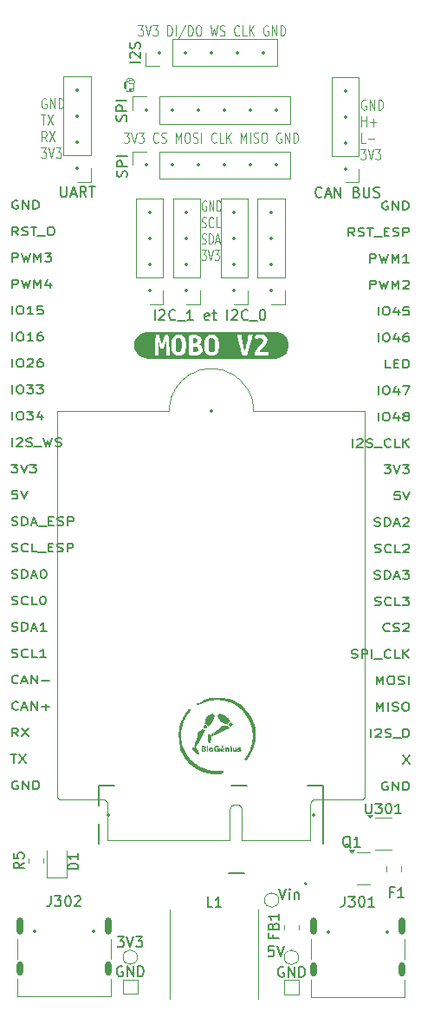
<source format=gto>
%TF.GenerationSoftware,KiCad,Pcbnew,8.0.1-rc1*%
%TF.CreationDate,2024-09-19T09:16:00-04:00*%
%TF.ProjectId,MOBO_V2,4d4f424f-5f56-4322-9e6b-696361645f70,rev?*%
%TF.SameCoordinates,Original*%
%TF.FileFunction,Legend,Top*%
%TF.FilePolarity,Positive*%
%FSLAX46Y46*%
G04 Gerber Fmt 4.6, Leading zero omitted, Abs format (unit mm)*
G04 Created by KiCad (PCBNEW 8.0.1-rc1) date 2024-09-19 09:16:00*
%MOMM*%
%LPD*%
G01*
G04 APERTURE LIST*
%ADD10C,0.049999*%
%ADD11C,0.079999*%
%ADD12C,0.000000*%
%ADD13C,0.100000*%
%ADD14C,0.150000*%
%ADD15C,0.120000*%
%ADD16C,0.127000*%
%ADD17C,0.200000*%
%ADD18C,0.350000*%
%ADD19O,0.600000X1.700000*%
%ADD20O,0.600000X1.400000*%
G04 APERTURE END LIST*
D10*
X86965311Y-117924853D02*
X86959927Y-117900978D01*
X86688650Y-117570801D02*
X86666350Y-117560920D01*
X93241680Y-78125748D02*
X93196300Y-78251841D01*
X92995486Y-79173894D02*
X92984141Y-79310118D01*
X94476268Y-76401864D02*
X94373232Y-76489659D01*
X86975007Y-121522855D02*
X96900003Y-121522855D01*
X93084766Y-78639313D02*
X93055970Y-78771223D01*
X99027922Y-118288026D02*
X99012302Y-118312314D01*
X99758207Y-118071199D02*
X99730992Y-118060486D01*
X86596883Y-117537937D02*
X86573008Y-117532553D01*
X99291768Y-118071197D02*
X99265220Y-118083179D01*
X99703149Y-118051079D02*
X99674714Y-118043017D01*
X94083523Y-76771256D02*
X93993600Y-76870880D01*
X100798337Y-77757919D02*
X100672353Y-77522458D01*
D11*
X82102312Y-117353316D02*
X82104070Y-117363165D01*
X82104070Y-117363165D02*
X82106304Y-117372841D01*
D10*
X86524426Y-117525302D02*
X86499801Y-117523470D01*
D11*
X82151961Y-117457333D02*
X82158583Y-117464278D01*
D10*
X98928208Y-118561587D02*
X98925829Y-118592005D01*
X106954363Y-117687274D02*
X106938246Y-117705982D01*
D12*
G36*
X99089300Y-112467127D02*
G01*
X99097380Y-112468035D01*
X99104509Y-112469870D01*
X99110745Y-112472892D01*
X99116146Y-112477368D01*
X99120771Y-112483558D01*
X99124678Y-112491727D01*
X99127926Y-112502135D01*
X99130573Y-112515049D01*
X99132677Y-112530728D01*
X99134298Y-112549438D01*
X99135493Y-112571439D01*
X99136839Y-112626371D01*
X99137184Y-112697626D01*
X99137138Y-112736801D01*
X99136945Y-112771197D01*
X99136527Y-112801112D01*
X99135805Y-112826841D01*
X99135304Y-112838228D01*
X99134698Y-112848681D01*
X99133976Y-112858235D01*
X99133129Y-112866929D01*
X99132144Y-112874797D01*
X99131016Y-112881879D01*
X99129732Y-112888211D01*
X99128283Y-112893830D01*
X99126657Y-112898773D01*
X99124848Y-112903075D01*
X99122842Y-112906777D01*
X99120632Y-112909914D01*
X99119447Y-112911283D01*
X99118207Y-112912523D01*
X99116910Y-112913641D01*
X99115557Y-112914641D01*
X99112673Y-112916306D01*
X99109544Y-112917553D01*
X99106159Y-112918422D01*
X99102511Y-112918947D01*
X99098590Y-112919165D01*
X99094382Y-112919117D01*
X99089881Y-112918837D01*
X99085076Y-112918361D01*
X99074514Y-112916975D01*
X99063916Y-112915238D01*
X99054507Y-112913097D01*
X99046196Y-112910347D01*
X99038905Y-112906782D01*
X99032547Y-112902199D01*
X99029695Y-112899462D01*
X99027043Y-112896394D01*
X99022305Y-112889162D01*
X99018252Y-112880298D01*
X99014800Y-112869598D01*
X99011865Y-112856858D01*
X99009364Y-112841872D01*
X99007214Y-112824437D01*
X99005330Y-112804348D01*
X99003630Y-112781401D01*
X99000447Y-112726113D01*
X98998707Y-112688881D01*
X98997733Y-112652582D01*
X98997493Y-112618153D01*
X98997955Y-112586529D01*
X98999085Y-112558642D01*
X98999889Y-112546393D01*
X99000849Y-112535430D01*
X99001958Y-112525868D01*
X99003213Y-112517826D01*
X99004611Y-112511419D01*
X99006145Y-112506765D01*
X99007021Y-112504645D01*
X99008041Y-112502561D01*
X99009201Y-112500515D01*
X99010496Y-112498508D01*
X99013469Y-112494622D01*
X99016917Y-112490920D01*
X99020799Y-112487416D01*
X99025074Y-112484132D01*
X99029698Y-112481080D01*
X99034632Y-112478278D01*
X99039833Y-112475744D01*
X99045258Y-112473494D01*
X99050868Y-112471543D01*
X99056620Y-112469909D01*
X99062472Y-112468612D01*
X99068382Y-112467663D01*
X99074308Y-112467081D01*
X99080211Y-112466884D01*
X99089300Y-112467127D01*
G37*
D10*
X94273393Y-76580552D02*
X94176805Y-76674449D01*
X86666350Y-117560920D02*
X86643594Y-117552137D01*
X99143791Y-118160815D02*
X99122030Y-118179625D01*
X99987499Y-118241954D02*
X99968639Y-118220235D01*
X92984141Y-79310118D02*
X92977294Y-79447186D01*
D12*
G36*
X96290350Y-110699902D02*
G01*
X96295361Y-110700748D01*
X96300313Y-110701998D01*
X96305249Y-110703638D01*
X96310212Y-110705647D01*
X96315246Y-110708009D01*
X96320392Y-110710707D01*
X96325693Y-110713723D01*
X96336934Y-110720644D01*
X96344199Y-110725284D01*
X96352067Y-110729585D01*
X96360468Y-110733544D01*
X96369337Y-110737157D01*
X96378607Y-110740420D01*
X96388210Y-110743328D01*
X96398081Y-110745877D01*
X96408151Y-110748063D01*
X96418355Y-110749881D01*
X96428626Y-110751329D01*
X96438896Y-110752401D01*
X96449100Y-110753092D01*
X96459170Y-110753401D01*
X96469041Y-110753321D01*
X96478644Y-110752848D01*
X96487914Y-110751980D01*
X96496385Y-110750477D01*
X96504672Y-110749170D01*
X96512726Y-110748055D01*
X96520496Y-110747128D01*
X96527931Y-110746384D01*
X96534984Y-110745820D01*
X96541602Y-110745431D01*
X96547736Y-110745214D01*
X96553336Y-110745164D01*
X96558352Y-110745275D01*
X96562734Y-110745545D01*
X96566430Y-110745970D01*
X96569393Y-110746546D01*
X96570583Y-110746889D01*
X96571571Y-110747267D01*
X96572350Y-110747681D01*
X96572915Y-110748130D01*
X96573259Y-110748613D01*
X96573374Y-110749131D01*
X96462008Y-110965542D01*
X96212303Y-111435662D01*
X95950848Y-111922875D01*
X95804230Y-112190561D01*
X95796573Y-112202650D01*
X95789575Y-112213295D01*
X95786300Y-112218083D01*
X95783162Y-112222521D01*
X95780150Y-112226610D01*
X95777257Y-112230354D01*
X95774472Y-112233755D01*
X95771786Y-112236817D01*
X95769190Y-112239544D01*
X95766674Y-112241938D01*
X95764230Y-112244002D01*
X95761846Y-112245739D01*
X95759515Y-112247152D01*
X95757227Y-112248247D01*
X95754971Y-112249024D01*
X95752742Y-112249487D01*
X95750524Y-112249639D01*
X95748314Y-112249483D01*
X95746098Y-112249021D01*
X95743870Y-112248260D01*
X95741618Y-112247199D01*
X95739333Y-112245844D01*
X95737008Y-112244196D01*
X95734631Y-112242259D01*
X95732193Y-112240036D01*
X95729686Y-112237532D01*
X95727099Y-112234746D01*
X95724424Y-112231686D01*
X95721650Y-112228350D01*
X95718770Y-112224746D01*
X95714672Y-112220511D01*
X95709896Y-112216366D01*
X95704492Y-112212340D01*
X95698518Y-112208454D01*
X95692025Y-112204737D01*
X95685069Y-112201210D01*
X95677705Y-112197901D01*
X95669986Y-112194834D01*
X95661966Y-112192034D01*
X95653700Y-112189526D01*
X95645243Y-112187336D01*
X95636648Y-112185487D01*
X95627969Y-112184006D01*
X95619261Y-112182916D01*
X95610578Y-112182245D01*
X95601974Y-112182015D01*
X95522211Y-112182015D01*
X95650401Y-111811687D01*
X95678259Y-111728569D01*
X95703948Y-111646686D01*
X95727166Y-111567274D01*
X95747613Y-111491566D01*
X95764989Y-111420800D01*
X95778992Y-111356210D01*
X95789324Y-111299032D01*
X95793020Y-111273608D01*
X95795685Y-111250499D01*
X95799256Y-111211140D01*
X95803429Y-111172783D01*
X95808002Y-111136429D01*
X95812776Y-111103079D01*
X95817550Y-111073735D01*
X95822123Y-111049400D01*
X95826296Y-111031073D01*
X95828170Y-111024475D01*
X95829868Y-111019755D01*
X95833055Y-111015266D01*
X95838265Y-111009340D01*
X95854304Y-110993584D01*
X95877088Y-110973286D01*
X95905715Y-110949251D01*
X95939281Y-110922278D01*
X95976888Y-110893167D01*
X96017630Y-110862722D01*
X96060611Y-110831742D01*
X96095887Y-110806115D01*
X96127166Y-110783620D01*
X96154789Y-110764123D01*
X96179099Y-110747484D01*
X96190118Y-110740193D01*
X96200437Y-110733565D01*
X96210100Y-110727584D01*
X96219147Y-110722230D01*
X96227623Y-110717487D01*
X96235570Y-110713339D01*
X96243031Y-110709768D01*
X96250049Y-110706756D01*
X96256665Y-110704288D01*
X96262925Y-110702344D01*
X96268869Y-110700909D01*
X96274541Y-110699963D01*
X96279983Y-110699492D01*
X96285239Y-110699478D01*
X96290350Y-110699902D01*
G37*
G36*
X96350704Y-112324748D02*
G01*
X96369571Y-112325631D01*
X96387822Y-112327085D01*
X96405440Y-112329095D01*
X96422410Y-112331645D01*
X96438714Y-112334721D01*
X96454338Y-112338307D01*
X96469264Y-112342387D01*
X96483476Y-112346948D01*
X96496958Y-112351973D01*
X96509694Y-112357447D01*
X96521670Y-112363357D01*
X96532866Y-112369686D01*
X96543267Y-112376419D01*
X96552858Y-112383541D01*
X96561623Y-112391038D01*
X96569545Y-112398892D01*
X96576607Y-112407092D01*
X96582794Y-112415619D01*
X96588091Y-112424459D01*
X96592478Y-112433599D01*
X96595943Y-112443021D01*
X96598468Y-112452712D01*
X96600036Y-112462655D01*
X96600632Y-112472836D01*
X96600240Y-112483240D01*
X96598842Y-112493852D01*
X96596424Y-112504656D01*
X96592970Y-112515638D01*
X96588462Y-112526781D01*
X96582885Y-112538072D01*
X96576223Y-112549495D01*
X96573787Y-112554030D01*
X96571822Y-112559070D01*
X96570333Y-112564586D01*
X96569324Y-112570549D01*
X96568798Y-112576928D01*
X96568761Y-112583696D01*
X96569216Y-112590823D01*
X96570169Y-112598278D01*
X96571623Y-112606035D01*
X96573580Y-112614063D01*
X96576047Y-112622333D01*
X96579027Y-112630816D01*
X96582524Y-112639483D01*
X96586543Y-112648302D01*
X96591089Y-112657249D01*
X96596163Y-112666292D01*
X96603675Y-112679003D01*
X96610184Y-112690533D01*
X96615692Y-112701037D01*
X96620199Y-112710668D01*
X96622076Y-112715205D01*
X96623705Y-112719583D01*
X96625081Y-112723818D01*
X96626208Y-112727932D01*
X96627085Y-112731945D01*
X96627711Y-112735874D01*
X96628086Y-112739740D01*
X96628211Y-112743561D01*
X96628086Y-112747358D01*
X96627711Y-112751148D01*
X96627085Y-112754952D01*
X96626208Y-112758790D01*
X96625081Y-112762679D01*
X96623705Y-112766639D01*
X96622076Y-112770691D01*
X96620199Y-112774853D01*
X96618070Y-112779144D01*
X96615692Y-112783583D01*
X96610184Y-112792984D01*
X96603675Y-112803213D01*
X96596163Y-112814422D01*
X96586413Y-112827844D01*
X96575316Y-112840338D01*
X96562858Y-112851916D01*
X96549027Y-112862582D01*
X96533811Y-112872348D01*
X96517196Y-112881221D01*
X96499171Y-112889210D01*
X96479724Y-112896322D01*
X96458841Y-112902566D01*
X96436509Y-112907951D01*
X96412718Y-112912484D01*
X96387454Y-112916174D01*
X96360703Y-112919030D01*
X96332455Y-112921059D01*
X96302696Y-112922271D01*
X96271414Y-112922672D01*
X96174559Y-112922672D01*
X96174559Y-112723265D01*
X96316992Y-112723265D01*
X96317229Y-112730947D01*
X96317950Y-112737981D01*
X96318497Y-112741262D01*
X96319172Y-112744389D01*
X96319974Y-112747366D01*
X96320910Y-112750194D01*
X96321978Y-112752875D01*
X96323183Y-112755413D01*
X96324524Y-112757810D01*
X96326006Y-112760070D01*
X96327630Y-112762192D01*
X96329397Y-112764183D01*
X96331311Y-112766043D01*
X96333373Y-112767775D01*
X96335585Y-112769383D01*
X96337948Y-112770867D01*
X96340468Y-112772232D01*
X96343143Y-112773478D01*
X96345976Y-112774611D01*
X96348971Y-112775631D01*
X96352128Y-112776542D01*
X96355450Y-112777346D01*
X96362597Y-112778642D01*
X96370428Y-112779543D01*
X96378960Y-112780068D01*
X96388210Y-112780238D01*
X96397460Y-112780068D01*
X96405992Y-112779543D01*
X96409994Y-112779141D01*
X96413823Y-112778642D01*
X96417481Y-112778045D01*
X96420970Y-112777346D01*
X96424292Y-112776542D01*
X96427449Y-112775631D01*
X96430443Y-112774611D01*
X96433277Y-112773478D01*
X96435952Y-112772232D01*
X96438471Y-112770867D01*
X96440835Y-112769383D01*
X96443047Y-112767775D01*
X96445109Y-112766043D01*
X96447022Y-112764183D01*
X96448790Y-112762192D01*
X96450413Y-112760070D01*
X96451895Y-112757810D01*
X96453238Y-112755413D01*
X96454441Y-112752875D01*
X96455510Y-112750194D01*
X96456445Y-112747366D01*
X96457248Y-112744389D01*
X96457923Y-112741262D01*
X96458470Y-112737981D01*
X96458891Y-112734543D01*
X96459190Y-112730947D01*
X96459368Y-112727187D01*
X96459427Y-112723265D01*
X96459190Y-112715583D01*
X96458470Y-112708548D01*
X96457923Y-112705267D01*
X96457248Y-112702140D01*
X96456445Y-112699163D01*
X96455510Y-112696335D01*
X96454441Y-112693654D01*
X96453238Y-112691116D01*
X96451895Y-112688719D01*
X96450413Y-112686459D01*
X96448790Y-112684337D01*
X96447022Y-112682347D01*
X96445109Y-112680486D01*
X96443047Y-112678754D01*
X96440835Y-112677146D01*
X96438471Y-112675662D01*
X96435952Y-112674298D01*
X96433277Y-112673051D01*
X96430443Y-112671919D01*
X96427449Y-112670898D01*
X96424292Y-112669988D01*
X96420970Y-112669184D01*
X96413823Y-112667887D01*
X96405992Y-112666987D01*
X96397460Y-112666462D01*
X96388210Y-112666292D01*
X96378960Y-112666462D01*
X96370428Y-112666987D01*
X96366426Y-112667389D01*
X96362597Y-112667887D01*
X96358939Y-112668484D01*
X96355450Y-112669184D01*
X96352128Y-112669988D01*
X96348971Y-112670898D01*
X96345976Y-112671919D01*
X96343143Y-112673051D01*
X96340468Y-112674298D01*
X96337948Y-112675662D01*
X96335585Y-112677146D01*
X96333373Y-112678754D01*
X96331311Y-112680486D01*
X96329397Y-112682347D01*
X96327630Y-112684337D01*
X96326006Y-112686459D01*
X96324524Y-112688719D01*
X96323183Y-112691116D01*
X96321978Y-112693654D01*
X96320910Y-112696335D01*
X96319974Y-112699163D01*
X96319172Y-112702140D01*
X96318497Y-112705267D01*
X96317950Y-112708548D01*
X96317528Y-112711987D01*
X96317229Y-112715583D01*
X96317051Y-112719341D01*
X96316992Y-112723265D01*
X96174559Y-112723265D01*
X96174559Y-112495370D01*
X96316992Y-112495370D01*
X96317050Y-112498791D01*
X96317226Y-112502113D01*
X96317516Y-112505332D01*
X96317922Y-112508451D01*
X96318442Y-112511467D01*
X96319077Y-112514380D01*
X96319825Y-112517190D01*
X96320687Y-112519896D01*
X96321662Y-112522498D01*
X96322747Y-112524994D01*
X96323946Y-112527385D01*
X96325255Y-112529671D01*
X96326675Y-112531850D01*
X96328205Y-112533922D01*
X96329844Y-112535888D01*
X96331592Y-112537745D01*
X96333449Y-112539493D01*
X96335414Y-112541132D01*
X96337486Y-112542661D01*
X96339666Y-112544081D01*
X96341951Y-112545391D01*
X96344343Y-112546589D01*
X96346839Y-112547675D01*
X96349442Y-112548649D01*
X96352147Y-112549511D01*
X96354957Y-112550259D01*
X96357870Y-112550894D01*
X96360886Y-112551415D01*
X96364004Y-112551820D01*
X96367224Y-112552111D01*
X96370545Y-112552285D01*
X96373967Y-112552345D01*
X96377388Y-112552285D01*
X96380709Y-112552111D01*
X96383928Y-112551820D01*
X96387047Y-112551415D01*
X96390063Y-112550894D01*
X96392976Y-112550259D01*
X96395786Y-112549511D01*
X96398492Y-112548649D01*
X96401094Y-112547675D01*
X96403591Y-112546589D01*
X96405982Y-112545391D01*
X96408267Y-112544081D01*
X96410446Y-112542661D01*
X96412519Y-112541132D01*
X96414483Y-112539493D01*
X96416341Y-112537745D01*
X96418089Y-112535888D01*
X96419728Y-112533922D01*
X96421258Y-112531850D01*
X96422677Y-112529671D01*
X96423986Y-112527385D01*
X96425185Y-112524994D01*
X96426272Y-112522498D01*
X96427246Y-112519896D01*
X96428107Y-112517190D01*
X96428856Y-112514380D01*
X96429490Y-112511467D01*
X96430010Y-112508451D01*
X96430417Y-112505332D01*
X96430707Y-112502113D01*
X96430881Y-112498791D01*
X96430940Y-112495370D01*
X96430881Y-112491948D01*
X96430707Y-112488627D01*
X96430417Y-112485408D01*
X96430010Y-112482290D01*
X96429490Y-112479274D01*
X96428856Y-112476361D01*
X96428107Y-112473551D01*
X96427246Y-112470845D01*
X96426272Y-112468243D01*
X96425185Y-112465747D01*
X96423986Y-112463354D01*
X96422677Y-112461070D01*
X96421258Y-112458889D01*
X96419728Y-112456817D01*
X96418089Y-112454853D01*
X96416341Y-112452996D01*
X96414483Y-112451248D01*
X96412519Y-112449609D01*
X96410446Y-112448078D01*
X96408267Y-112446659D01*
X96405982Y-112445350D01*
X96403591Y-112444151D01*
X96401094Y-112443065D01*
X96398492Y-112442091D01*
X96395786Y-112441229D01*
X96392976Y-112440480D01*
X96390063Y-112439846D01*
X96387047Y-112439326D01*
X96383928Y-112438919D01*
X96380709Y-112438630D01*
X96377388Y-112438455D01*
X96373967Y-112438396D01*
X96370545Y-112438455D01*
X96367224Y-112438630D01*
X96364004Y-112438919D01*
X96360886Y-112439326D01*
X96357870Y-112439846D01*
X96354957Y-112440480D01*
X96352147Y-112441229D01*
X96349442Y-112442091D01*
X96346839Y-112443065D01*
X96344343Y-112444151D01*
X96341951Y-112445350D01*
X96339666Y-112446659D01*
X96337486Y-112448078D01*
X96335414Y-112449609D01*
X96333449Y-112451248D01*
X96331592Y-112452996D01*
X96329844Y-112454853D01*
X96328205Y-112456817D01*
X96326675Y-112458889D01*
X96325255Y-112461070D01*
X96323946Y-112463354D01*
X96322747Y-112465747D01*
X96321662Y-112468243D01*
X96320687Y-112470845D01*
X96319825Y-112473551D01*
X96319077Y-112476361D01*
X96318442Y-112479274D01*
X96317922Y-112482290D01*
X96317516Y-112485408D01*
X96317226Y-112488627D01*
X96317050Y-112491948D01*
X96316992Y-112495370D01*
X96174559Y-112495370D01*
X96174559Y-112324449D01*
X96331236Y-112324449D01*
X96350704Y-112324748D01*
G37*
D10*
X94582446Y-76317261D02*
X94476268Y-76401864D01*
X93993600Y-76870880D02*
X93907090Y-76973226D01*
D11*
X82112143Y-117391625D02*
X82115724Y-117400707D01*
D12*
G36*
X97779488Y-107605846D02*
G01*
X97860805Y-107609013D01*
X97942163Y-107614158D01*
X98023788Y-107621306D01*
X98105907Y-107630482D01*
X98188742Y-107641712D01*
X98272521Y-107655019D01*
X98357468Y-107670429D01*
X98443810Y-107687968D01*
X98621574Y-107729529D01*
X98658266Y-107738208D01*
X98692523Y-107746088D01*
X98724376Y-107753164D01*
X98753858Y-107759441D01*
X98781005Y-107764916D01*
X98805847Y-107769589D01*
X98828420Y-107773462D01*
X98848756Y-107776532D01*
X98866888Y-107778803D01*
X98882851Y-107780271D01*
X98896677Y-107780939D01*
X98908400Y-107780806D01*
X98913483Y-107780439D01*
X98918053Y-107779871D01*
X98922114Y-107779103D01*
X98925671Y-107778135D01*
X98928725Y-107776966D01*
X98931284Y-107775597D01*
X98933350Y-107774029D01*
X98934928Y-107772259D01*
X98937898Y-107768988D01*
X98942534Y-107766651D01*
X98948831Y-107765249D01*
X98956783Y-107764782D01*
X98966388Y-107765249D01*
X98977642Y-107766651D01*
X98990539Y-107768988D01*
X99005076Y-107772259D01*
X99021250Y-107776466D01*
X99039056Y-107781607D01*
X99079543Y-107794693D01*
X99126508Y-107811519D01*
X99179914Y-107832083D01*
X99389992Y-107924974D01*
X99592646Y-108030271D01*
X99787462Y-108147495D01*
X99974029Y-108276165D01*
X100151932Y-108415801D01*
X100320761Y-108565923D01*
X100480099Y-108726053D01*
X100629536Y-108895708D01*
X100768658Y-109074411D01*
X100897051Y-109261681D01*
X101014303Y-109457037D01*
X101120000Y-109660000D01*
X101213728Y-109870091D01*
X101295077Y-110086830D01*
X101363631Y-110309736D01*
X101418978Y-110538329D01*
X101435906Y-110628551D01*
X101450386Y-110727983D01*
X101462436Y-110834551D01*
X101472078Y-110946180D01*
X101479334Y-111060796D01*
X101484225Y-111176328D01*
X101486769Y-111290698D01*
X101486989Y-111401833D01*
X101484907Y-111507662D01*
X101480542Y-111606110D01*
X101473914Y-111695101D01*
X101465046Y-111772562D01*
X101453958Y-111836420D01*
X101440671Y-111884601D01*
X101433209Y-111902164D01*
X101425206Y-111915030D01*
X101416663Y-111922940D01*
X101407583Y-111925634D01*
X101405682Y-111925858D01*
X101403717Y-111926523D01*
X101399621Y-111929139D01*
X101395333Y-111933408D01*
X101390891Y-111939254D01*
X101386332Y-111946603D01*
X101381694Y-111955378D01*
X101377014Y-111965506D01*
X101372330Y-111976910D01*
X101367680Y-111989517D01*
X101363101Y-112003249D01*
X101358628Y-112018033D01*
X101354304Y-112033795D01*
X101350162Y-112050457D01*
X101346242Y-112067945D01*
X101342580Y-112086185D01*
X101339215Y-112105101D01*
X101321383Y-112190100D01*
X101300045Y-112277140D01*
X101275370Y-112365857D01*
X101247523Y-112455889D01*
X101216672Y-112546873D01*
X101182983Y-112638444D01*
X101146622Y-112730241D01*
X101107759Y-112821900D01*
X101066559Y-112913059D01*
X101023189Y-113003353D01*
X100977816Y-113092422D01*
X100930607Y-113179899D01*
X100881728Y-113265424D01*
X100831348Y-113348633D01*
X100779633Y-113429163D01*
X100726747Y-113506652D01*
X100691089Y-113555496D01*
X100657267Y-113600969D01*
X100626048Y-113642103D01*
X100598202Y-113677928D01*
X100574494Y-113707478D01*
X100564433Y-113719596D01*
X100555694Y-113729783D01*
X100548374Y-113737916D01*
X100542569Y-113743877D01*
X100538373Y-113747542D01*
X100536910Y-113748475D01*
X100535886Y-113748790D01*
X100533891Y-113748397D01*
X100531146Y-113747248D01*
X100527699Y-113745391D01*
X100523602Y-113742870D01*
X100513653Y-113736021D01*
X100501702Y-113727068D01*
X100488149Y-113716380D01*
X100473393Y-113704323D01*
X100457837Y-113691265D01*
X100441880Y-113677572D01*
X100362117Y-113609205D01*
X100521643Y-113387008D01*
X100612514Y-113254204D01*
X100696594Y-113118725D01*
X100773898Y-112980782D01*
X100844445Y-112840590D01*
X100908253Y-112698358D01*
X100965340Y-112554301D01*
X101015724Y-112408629D01*
X101059421Y-112261556D01*
X101096449Y-112113294D01*
X101126827Y-111964054D01*
X101150573Y-111814051D01*
X101167704Y-111663494D01*
X101178236Y-111512598D01*
X101182190Y-111361574D01*
X101179583Y-111210636D01*
X101170430Y-111059994D01*
X101154751Y-110909859D01*
X101132564Y-110760447D01*
X101103886Y-110611968D01*
X101068735Y-110464635D01*
X101027128Y-110318661D01*
X100979083Y-110174257D01*
X100924618Y-110031637D01*
X100863752Y-109891010D01*
X100796500Y-109752592D01*
X100722882Y-109616594D01*
X100642915Y-109483227D01*
X100556617Y-109352704D01*
X100464006Y-109225239D01*
X100365098Y-109101042D01*
X100259912Y-108980327D01*
X100148466Y-108863304D01*
X100021114Y-108741158D01*
X99890110Y-108626830D01*
X99755476Y-108520332D01*
X99617232Y-108421671D01*
X99475399Y-108330853D01*
X99329999Y-108247889D01*
X99181052Y-108172788D01*
X99028578Y-108105555D01*
X98872600Y-108046202D01*
X98713137Y-107994735D01*
X98550212Y-107951163D01*
X98383842Y-107915495D01*
X98214051Y-107887738D01*
X98040860Y-107867902D01*
X97864289Y-107855994D01*
X97684359Y-107852023D01*
X97567810Y-107853469D01*
X97454078Y-107857848D01*
X97342908Y-107865223D01*
X97234045Y-107875658D01*
X97127236Y-107889214D01*
X97022224Y-107905954D01*
X96918758Y-107925939D01*
X96816580Y-107949235D01*
X96715438Y-107975901D01*
X96615075Y-108006002D01*
X96515238Y-108039600D01*
X96415674Y-108076757D01*
X96316124Y-108117537D01*
X96216338Y-108162000D01*
X96116059Y-108210212D01*
X96015033Y-108262233D01*
X95985050Y-108278092D01*
X95957040Y-108292562D01*
X95930976Y-108305654D01*
X95906827Y-108317382D01*
X95884565Y-108327757D01*
X95864158Y-108336794D01*
X95845580Y-108344503D01*
X95828800Y-108350898D01*
X95813790Y-108355990D01*
X95806938Y-108358053D01*
X95800519Y-108359795D01*
X95794528Y-108361216D01*
X95788960Y-108362321D01*
X95783812Y-108363110D01*
X95779082Y-108363584D01*
X95774765Y-108363744D01*
X95770856Y-108363594D01*
X95767354Y-108363134D01*
X95764254Y-108362365D01*
X95761553Y-108361290D01*
X95759245Y-108359909D01*
X95757330Y-108358225D01*
X95755803Y-108356239D01*
X95753974Y-108352242D01*
X95751720Y-108347760D01*
X95746099Y-108337545D01*
X95739278Y-108325994D01*
X95731589Y-108313509D01*
X95698828Y-108262233D01*
X95692860Y-108252567D01*
X95687802Y-108243795D01*
X95683694Y-108235806D01*
X95682010Y-108232072D01*
X95680580Y-108228494D01*
X95679408Y-108225057D01*
X95678500Y-108221749D01*
X95677862Y-108218556D01*
X95677497Y-108215463D01*
X95677413Y-108212459D01*
X95677613Y-108209528D01*
X95678103Y-108206658D01*
X95678889Y-108203835D01*
X95679975Y-108201045D01*
X95681365Y-108198275D01*
X95683068Y-108195512D01*
X95685087Y-108192741D01*
X95687426Y-108189949D01*
X95690092Y-108187122D01*
X95693090Y-108184249D01*
X95696426Y-108181312D01*
X95700103Y-108178302D01*
X95704127Y-108175202D01*
X95713240Y-108168682D01*
X95723804Y-108161645D01*
X95735862Y-108153982D01*
X95747061Y-108146438D01*
X95757216Y-108139828D01*
X95766420Y-108134153D01*
X95770694Y-108131666D01*
X95774765Y-108129413D01*
X95778643Y-108127393D01*
X95782341Y-108125608D01*
X95785870Y-108124055D01*
X95789242Y-108122736D01*
X95792466Y-108121652D01*
X95795557Y-108120801D01*
X95798525Y-108120183D01*
X95801381Y-108119799D01*
X95804138Y-108119649D01*
X95806805Y-108119732D01*
X95809395Y-108120048D01*
X95811919Y-108120600D01*
X95814390Y-108121384D01*
X95816817Y-108122403D01*
X95819213Y-108123655D01*
X95821590Y-108125140D01*
X95823958Y-108126859D01*
X95826328Y-108128812D01*
X95828714Y-108130998D01*
X95831125Y-108133420D01*
X95833575Y-108136073D01*
X95836074Y-108138960D01*
X95838632Y-108142083D01*
X95841263Y-108145437D01*
X95846703Y-108151337D01*
X95852469Y-108156181D01*
X95858751Y-108159915D01*
X95865744Y-108162485D01*
X95873638Y-108163836D01*
X95882625Y-108163915D01*
X95892897Y-108162666D01*
X95904646Y-108160036D01*
X95918065Y-108155972D01*
X95933344Y-108150416D01*
X95950677Y-108143318D01*
X95970255Y-108134621D01*
X96016914Y-108112216D01*
X96074854Y-108082766D01*
X96100533Y-108069709D01*
X96124183Y-108057234D01*
X96145848Y-108045317D01*
X96165568Y-108033938D01*
X96183384Y-108023076D01*
X96199340Y-108012712D01*
X96206633Y-108007709D01*
X96213476Y-108002822D01*
X96219876Y-107998050D01*
X96225835Y-107993389D01*
X96231360Y-107988835D01*
X96236457Y-107984388D01*
X96241131Y-107980044D01*
X96245386Y-107975801D01*
X96249228Y-107971657D01*
X96252662Y-107967607D01*
X96255694Y-107963650D01*
X96258328Y-107959783D01*
X96260569Y-107956004D01*
X96262424Y-107952310D01*
X96263897Y-107948699D01*
X96264994Y-107945167D01*
X96265718Y-107941713D01*
X96266076Y-107938332D01*
X96266075Y-107935025D01*
X96265716Y-107931786D01*
X96265828Y-107923781D01*
X96269281Y-107915281D01*
X96285691Y-107896957D01*
X96313901Y-107877130D01*
X96352868Y-107856118D01*
X96401551Y-107834238D01*
X96458903Y-107811808D01*
X96523885Y-107789144D01*
X96595451Y-107766563D01*
X96754165Y-107722920D01*
X96926700Y-107683417D01*
X97104709Y-107650590D01*
X97193158Y-107637473D01*
X97279847Y-107626978D01*
X97450133Y-107612456D01*
X97533537Y-107607961D01*
X97616080Y-107605345D01*
X97697989Y-107604632D01*
X97779488Y-107605846D01*
G37*
D10*
X86861775Y-117705982D02*
X86845658Y-117687274D01*
D12*
G36*
X96536430Y-110282469D02*
G01*
X96546357Y-110283544D01*
X96556749Y-110285279D01*
X96567677Y-110287644D01*
X96587759Y-110293177D01*
X96606350Y-110300094D01*
X96623461Y-110308291D01*
X96639105Y-110317667D01*
X96653293Y-110328119D01*
X96666036Y-110339547D01*
X96677345Y-110351846D01*
X96687232Y-110364915D01*
X96695709Y-110378653D01*
X96702787Y-110392954D01*
X96708478Y-110407720D01*
X96712792Y-110422846D01*
X96715743Y-110438231D01*
X96717339Y-110453772D01*
X96717595Y-110469368D01*
X96716521Y-110484916D01*
X96714127Y-110500313D01*
X96710426Y-110515458D01*
X96705430Y-110530249D01*
X96699150Y-110544582D01*
X96691596Y-110558356D01*
X96682782Y-110571469D01*
X96672718Y-110583818D01*
X96661416Y-110595302D01*
X96648886Y-110605818D01*
X96635142Y-110615262D01*
X96620193Y-110623535D01*
X96604053Y-110630533D01*
X96586731Y-110636153D01*
X96568240Y-110640294D01*
X96548591Y-110642854D01*
X96527795Y-110643729D01*
X96515775Y-110643495D01*
X96504277Y-110642790D01*
X96493288Y-110641608D01*
X96482795Y-110639946D01*
X96477730Y-110638935D01*
X96472786Y-110637801D01*
X96467960Y-110636545D01*
X96463249Y-110635167D01*
X96458654Y-110633666D01*
X96454170Y-110632041D01*
X96449800Y-110630291D01*
X96445540Y-110628418D01*
X96441387Y-110626419D01*
X96437341Y-110624294D01*
X96433402Y-110622044D01*
X96429565Y-110619666D01*
X96425832Y-110617161D01*
X96422198Y-110614529D01*
X96418664Y-110611767D01*
X96415227Y-110608877D01*
X96411887Y-110605859D01*
X96408641Y-110602710D01*
X96405488Y-110599431D01*
X96402425Y-110596020D01*
X96399453Y-110592479D01*
X96396568Y-110588805D01*
X96393771Y-110584998D01*
X96391058Y-110581060D01*
X96379642Y-110564257D01*
X96374586Y-110556061D01*
X96369966Y-110547993D01*
X96365782Y-110540043D01*
X96362034Y-110532205D01*
X96358723Y-110524470D01*
X96355850Y-110516830D01*
X96353415Y-110509278D01*
X96351419Y-110501806D01*
X96349862Y-110494405D01*
X96348745Y-110487068D01*
X96348069Y-110479790D01*
X96347832Y-110472558D01*
X96348037Y-110465368D01*
X96348684Y-110458209D01*
X96349774Y-110451077D01*
X96351305Y-110443961D01*
X96353280Y-110436855D01*
X96355700Y-110429751D01*
X96358564Y-110422640D01*
X96361872Y-110415514D01*
X96365627Y-110408369D01*
X96369827Y-110401191D01*
X96374474Y-110393977D01*
X96379567Y-110386717D01*
X96385108Y-110379405D01*
X96391097Y-110372031D01*
X96404422Y-110357070D01*
X96419545Y-110341770D01*
X96429470Y-110331616D01*
X96438996Y-110322502D01*
X96448188Y-110314397D01*
X96457113Y-110307274D01*
X96465836Y-110301101D01*
X96474427Y-110295852D01*
X96478693Y-110293563D01*
X96482951Y-110291494D01*
X96487209Y-110289641D01*
X96491475Y-110288001D01*
X96495757Y-110286569D01*
X96500065Y-110285342D01*
X96504406Y-110284316D01*
X96508789Y-110283488D01*
X96513222Y-110282855D01*
X96517714Y-110282411D01*
X96526904Y-110282081D01*
X96536430Y-110282469D01*
G37*
D10*
X99616222Y-118031076D02*
X99586239Y-118027271D01*
D11*
X82172785Y-117477186D02*
X82180340Y-117483124D01*
D10*
X95280128Y-75883120D02*
X95037500Y-76012647D01*
X86620425Y-117544471D02*
X86596883Y-117537937D01*
X106971460Y-117669309D02*
X106954363Y-117687274D01*
X112090993Y-117382332D02*
X112093688Y-117372841D01*
X94691713Y-76235944D02*
X94582446Y-76317261D01*
D12*
G36*
X96974998Y-111156638D02*
G01*
X96987767Y-111157126D01*
X96999202Y-111158032D01*
X97004448Y-111158665D01*
X97009400Y-111159430D01*
X97014068Y-111160337D01*
X97018464Y-111161395D01*
X97022601Y-111162614D01*
X97026492Y-111164003D01*
X97030150Y-111165573D01*
X97033586Y-111167329D01*
X97036813Y-111169284D01*
X97039845Y-111171448D01*
X97042694Y-111173828D01*
X97045371Y-111176435D01*
X97047888Y-111179276D01*
X97050260Y-111182364D01*
X97052500Y-111185706D01*
X97054617Y-111189312D01*
X97056626Y-111193191D01*
X97058541Y-111197353D01*
X97060370Y-111201808D01*
X97062129Y-111206562D01*
X97065484Y-111217015D01*
X97068705Y-111228788D01*
X97071893Y-111241953D01*
X97074257Y-111251188D01*
X97077056Y-111260680D01*
X97080256Y-111270358D01*
X97083822Y-111280143D01*
X97087723Y-111289961D01*
X97091923Y-111299738D01*
X97096390Y-111309399D01*
X97101092Y-111318868D01*
X97105994Y-111328068D01*
X97111062Y-111336927D01*
X97116264Y-111345367D01*
X97121567Y-111353316D01*
X97126936Y-111360698D01*
X97132338Y-111367437D01*
X97137740Y-111373459D01*
X97143110Y-111378687D01*
X97152590Y-111387371D01*
X97160725Y-111395546D01*
X97167509Y-111403637D01*
X97172932Y-111412070D01*
X97176987Y-111421272D01*
X97179665Y-111431666D01*
X97180957Y-111443680D01*
X97180855Y-111457739D01*
X97179352Y-111474268D01*
X97176437Y-111493691D01*
X97172104Y-111516438D01*
X97166345Y-111542932D01*
X97150509Y-111608863D01*
X97128867Y-111694891D01*
X97114947Y-111747835D01*
X97100969Y-111796637D01*
X97093961Y-111819482D01*
X97086942Y-111841290D01*
X97079912Y-111862060D01*
X97072872Y-111881791D01*
X97065824Y-111900483D01*
X97058769Y-111918136D01*
X97051708Y-111934749D01*
X97044641Y-111950321D01*
X97037571Y-111964851D01*
X97030497Y-111978341D01*
X97023421Y-111990787D01*
X97016343Y-112002192D01*
X97009267Y-112012553D01*
X97002191Y-112021870D01*
X96995117Y-112030144D01*
X96988046Y-112037373D01*
X96980980Y-112043555D01*
X96973918Y-112048693D01*
X96966863Y-112052783D01*
X96959816Y-112055828D01*
X96952775Y-112057824D01*
X96945746Y-112058773D01*
X96938726Y-112058673D01*
X96931718Y-112057525D01*
X96924722Y-112055327D01*
X96917740Y-112052079D01*
X96910773Y-112047780D01*
X96903821Y-112042429D01*
X96891473Y-112030625D01*
X96879544Y-112016159D01*
X96868054Y-111999206D01*
X96857024Y-111979943D01*
X96836414Y-111935190D01*
X96817870Y-111883304D01*
X96801547Y-111825694D01*
X96787598Y-111763766D01*
X96776178Y-111698925D01*
X96767441Y-111632576D01*
X96761541Y-111566129D01*
X96758633Y-111500985D01*
X96758872Y-111438556D01*
X96762410Y-111380245D01*
X96769405Y-111327460D01*
X96780009Y-111281606D01*
X96786713Y-111261717D01*
X96794377Y-111244088D01*
X96803020Y-111228896D01*
X96812662Y-111216314D01*
X96819303Y-111209540D01*
X96826389Y-111203111D01*
X96833901Y-111197042D01*
X96841818Y-111191344D01*
X96850118Y-111186030D01*
X96858781Y-111181113D01*
X96867787Y-111176603D01*
X96877114Y-111172516D01*
X96886742Y-111168863D01*
X96896649Y-111165656D01*
X96906815Y-111162908D01*
X96917219Y-111160632D01*
X96927839Y-111158839D01*
X96938656Y-111157544D01*
X96949648Y-111156758D01*
X96960795Y-111156493D01*
X96974998Y-111156638D01*
G37*
G36*
X98063232Y-109196600D02*
G01*
X98107507Y-109205752D01*
X98151697Y-109217203D01*
X98195854Y-109230982D01*
X98240029Y-109247119D01*
X98284269Y-109265643D01*
X98328627Y-109286584D01*
X98373151Y-109309970D01*
X98417893Y-109335829D01*
X98462901Y-109364193D01*
X98508227Y-109395090D01*
X98553920Y-109428548D01*
X98600030Y-109464599D01*
X98646608Y-109503269D01*
X98693703Y-109544590D01*
X98741365Y-109588590D01*
X98789646Y-109635297D01*
X98831190Y-109676649D01*
X98868296Y-109714275D01*
X98901061Y-109748321D01*
X98915848Y-109764047D01*
X98929586Y-109778933D01*
X98942291Y-109792996D01*
X98953973Y-109806256D01*
X98964645Y-109818730D01*
X98974320Y-109830437D01*
X98983011Y-109841395D01*
X98990727Y-109851622D01*
X98997486Y-109861137D01*
X99003296Y-109869957D01*
X99008172Y-109878101D01*
X99012126Y-109885588D01*
X99015170Y-109892435D01*
X99017318Y-109898660D01*
X99018058Y-109901546D01*
X99018580Y-109904284D01*
X99018884Y-109906874D01*
X99018970Y-109909322D01*
X99018842Y-109911627D01*
X99018501Y-109913793D01*
X99017948Y-109915822D01*
X99017184Y-109917716D01*
X99016212Y-109919479D01*
X99015033Y-109921111D01*
X99013648Y-109922615D01*
X99012060Y-109923992D01*
X99010269Y-109925247D01*
X99008277Y-109926380D01*
X99006086Y-109927395D01*
X99003698Y-109928294D01*
X98998333Y-109929750D01*
X98992197Y-109930767D01*
X98985301Y-109931365D01*
X98977659Y-109931560D01*
X98970788Y-109932020D01*
X98963555Y-109933370D01*
X98955997Y-109935569D01*
X98948153Y-109938571D01*
X98940062Y-109942331D01*
X98931759Y-109946807D01*
X98914676Y-109957731D01*
X98897209Y-109970993D01*
X98879663Y-109986241D01*
X98862343Y-110003124D01*
X98845551Y-110021293D01*
X98829595Y-110040397D01*
X98814777Y-110060083D01*
X98801404Y-110080006D01*
X98789779Y-110099810D01*
X98780207Y-110119147D01*
X98776286Y-110128531D01*
X98772993Y-110137666D01*
X98770365Y-110146510D01*
X98768442Y-110155017D01*
X98767258Y-110163144D01*
X98766856Y-110170849D01*
X98766756Y-110178253D01*
X98766466Y-110185481D01*
X98765992Y-110192493D01*
X98765343Y-110199247D01*
X98764526Y-110205699D01*
X98763551Y-110211810D01*
X98762425Y-110217536D01*
X98761158Y-110222837D01*
X98759758Y-110227671D01*
X98759010Y-110229900D01*
X98758232Y-110231994D01*
X98757425Y-110233954D01*
X98756590Y-110235769D01*
X98755726Y-110237436D01*
X98754838Y-110238950D01*
X98753924Y-110240306D01*
X98752986Y-110241496D01*
X98752027Y-110242519D01*
X98751043Y-110243368D01*
X98750040Y-110244037D01*
X98749017Y-110244521D01*
X98747975Y-110244815D01*
X98746915Y-110244914D01*
X98734864Y-110242461D01*
X98710327Y-110235434D01*
X98629407Y-110209662D01*
X98515371Y-110171605D01*
X98379436Y-110125270D01*
X98034745Y-110005626D01*
X97880917Y-109720757D01*
X97849893Y-109664212D01*
X97821272Y-109610771D01*
X97795589Y-109561671D01*
X97773379Y-109518144D01*
X97755175Y-109481429D01*
X97741510Y-109452759D01*
X97732919Y-109433368D01*
X97730693Y-109427540D01*
X97729937Y-109424494D01*
X97732813Y-109419915D01*
X97739062Y-109410830D01*
X97760203Y-109381408D01*
X97790426Y-109340770D01*
X97808024Y-109317663D01*
X97826791Y-109293454D01*
X97915100Y-109170962D01*
X98063232Y-109196600D01*
G37*
D10*
X98952280Y-118444730D02*
X98944154Y-118473147D01*
X99433754Y-118031075D02*
X99404249Y-118036336D01*
X99463736Y-118027271D02*
X99433754Y-118031075D01*
X111930457Y-117520551D02*
X111940305Y-117518792D01*
D12*
G36*
X98687449Y-112472778D02*
G01*
X98704503Y-112473366D01*
X98721096Y-112474327D01*
X98737168Y-112475652D01*
X98752656Y-112477328D01*
X98767496Y-112479341D01*
X98781627Y-112481679D01*
X98794987Y-112484331D01*
X98807511Y-112487284D01*
X98819139Y-112490523D01*
X98829807Y-112494039D01*
X98839453Y-112497818D01*
X98848013Y-112501847D01*
X98855427Y-112506114D01*
X98858683Y-112508332D01*
X98861629Y-112510606D01*
X98864258Y-112512933D01*
X98866560Y-112515311D01*
X98875433Y-112525026D01*
X98883863Y-112536948D01*
X98891810Y-112550883D01*
X98899230Y-112566632D01*
X98906083Y-112584000D01*
X98912328Y-112602792D01*
X98917920Y-112622809D01*
X98922821Y-112643857D01*
X98926987Y-112665741D01*
X98930377Y-112688263D01*
X98932948Y-112711227D01*
X98934661Y-112734437D01*
X98935472Y-112757697D01*
X98935341Y-112780812D01*
X98934222Y-112803584D01*
X98932079Y-112825817D01*
X98930871Y-112837542D01*
X98929354Y-112848179D01*
X98927485Y-112857771D01*
X98926407Y-112862191D01*
X98925225Y-112866366D01*
X98923934Y-112870305D01*
X98922531Y-112874010D01*
X98921008Y-112877490D01*
X98919361Y-112880749D01*
X98917584Y-112883793D01*
X98915674Y-112886628D01*
X98913623Y-112889259D01*
X98911427Y-112891693D01*
X98909081Y-112893934D01*
X98906579Y-112895990D01*
X98903917Y-112897865D01*
X98901089Y-112899565D01*
X98898090Y-112901097D01*
X98894914Y-112902465D01*
X98891558Y-112903676D01*
X98888014Y-112904734D01*
X98884279Y-112905647D01*
X98880345Y-112906419D01*
X98876211Y-112907058D01*
X98871867Y-112907566D01*
X98862538Y-112908220D01*
X98852316Y-112908428D01*
X98840718Y-112908267D01*
X98830428Y-112907666D01*
X98821358Y-112906457D01*
X98813414Y-112904468D01*
X98809836Y-112903127D01*
X98806505Y-112901526D01*
X98803410Y-112899645D01*
X98800539Y-112897463D01*
X98797881Y-112894956D01*
X98795425Y-112892105D01*
X98793158Y-112888888D01*
X98791070Y-112885283D01*
X98789148Y-112881270D01*
X98787382Y-112876825D01*
X98784271Y-112866561D01*
X98781643Y-112854318D01*
X98779408Y-112839928D01*
X98777473Y-112823215D01*
X98775746Y-112804012D01*
X98772553Y-112757449D01*
X98770943Y-112735099D01*
X98769287Y-112714991D01*
X98767539Y-112697027D01*
X98766617Y-112688820D01*
X98765654Y-112681113D01*
X98764646Y-112673894D01*
X98763585Y-112667151D01*
X98762467Y-112660873D01*
X98761287Y-112655046D01*
X98760037Y-112649660D01*
X98758713Y-112644702D01*
X98757309Y-112640161D01*
X98755817Y-112636024D01*
X98754234Y-112632279D01*
X98752555Y-112628914D01*
X98750772Y-112625917D01*
X98748879Y-112623276D01*
X98746872Y-112620981D01*
X98744744Y-112619017D01*
X98742491Y-112617374D01*
X98740105Y-112616038D01*
X98737582Y-112614999D01*
X98734914Y-112614245D01*
X98732099Y-112613762D01*
X98729127Y-112613540D01*
X98725996Y-112613567D01*
X98722698Y-112613829D01*
X98719227Y-112614316D01*
X98715580Y-112615014D01*
X98708900Y-112616493D01*
X98702732Y-112618831D01*
X98697059Y-112622087D01*
X98691856Y-112626320D01*
X98687104Y-112631587D01*
X98682781Y-112637949D01*
X98678868Y-112645461D01*
X98675342Y-112654184D01*
X98672184Y-112664175D01*
X98669372Y-112675493D01*
X98666886Y-112688197D01*
X98664705Y-112702344D01*
X98662806Y-112717994D01*
X98661172Y-112735205D01*
X98659778Y-112754034D01*
X98658606Y-112774540D01*
X98657022Y-112798738D01*
X98655413Y-112820164D01*
X98653686Y-112838986D01*
X98651752Y-112855372D01*
X98650677Y-112862703D01*
X98649516Y-112869487D01*
X98648257Y-112875747D01*
X98646889Y-112881500D01*
X98645400Y-112886769D01*
X98643777Y-112891575D01*
X98642011Y-112895941D01*
X98640090Y-112899882D01*
X98638002Y-112903425D01*
X98635735Y-112906587D01*
X98633278Y-112909391D01*
X98630620Y-112911856D01*
X98627750Y-112914004D01*
X98624654Y-112915857D01*
X98621324Y-112917434D01*
X98617746Y-112918756D01*
X98613908Y-112919844D01*
X98609801Y-112920720D01*
X98605412Y-112921404D01*
X98600732Y-112921916D01*
X98595744Y-112922278D01*
X98590442Y-112922511D01*
X98578844Y-112922672D01*
X98567278Y-112922555D01*
X98557094Y-112921999D01*
X98548204Y-112920701D01*
X98540520Y-112918355D01*
X98537102Y-112916693D01*
X98533954Y-112914657D01*
X98531062Y-112912206D01*
X98528419Y-112909302D01*
X98526009Y-112905909D01*
X98523826Y-112901987D01*
X98520089Y-112892405D01*
X98517120Y-112880253D01*
X98514832Y-112865225D01*
X98513135Y-112847019D01*
X98511944Y-112825328D01*
X98510725Y-112770273D01*
X98510475Y-112697626D01*
X98510475Y-112472580D01*
X98670001Y-112472580D01*
X98687449Y-112472778D01*
G37*
D10*
X100005316Y-118264567D02*
X99987499Y-118241954D01*
X95528829Y-75770864D02*
X95280128Y-75883120D01*
X97632979Y-75494541D02*
X97366923Y-75468635D01*
X111977843Y-117507139D02*
X111986702Y-117503134D01*
X93031455Y-78904352D02*
X93011276Y-79038607D01*
X112100000Y-117322858D02*
X112100000Y-79585355D01*
D12*
G36*
X89223639Y-47071369D02*
G01*
X89252391Y-47072580D01*
X89281133Y-47074630D01*
X89294461Y-47075987D01*
X89307685Y-47077834D01*
X89320791Y-47080170D01*
X89333765Y-47082994D01*
X89346593Y-47086306D01*
X89359260Y-47090104D01*
X89371753Y-47094388D01*
X89384056Y-47099157D01*
X89396156Y-47104409D01*
X89408038Y-47110144D01*
X89419688Y-47116361D01*
X89431092Y-47123059D01*
X89442236Y-47130236D01*
X89453105Y-47137893D01*
X89463685Y-47146028D01*
X89473961Y-47154640D01*
X89481819Y-47161827D01*
X89489310Y-47169317D01*
X89496476Y-47177072D01*
X89503363Y-47185057D01*
X89510014Y-47193237D01*
X89516474Y-47201577D01*
X89528995Y-47218590D01*
X89553674Y-47252956D01*
X89560025Y-47261410D01*
X89566537Y-47269738D01*
X89573253Y-47277905D01*
X89580218Y-47285873D01*
X89587853Y-47293973D01*
X89595649Y-47301657D01*
X89603564Y-47309004D01*
X89611555Y-47316095D01*
X89643427Y-47343500D01*
X89651160Y-47350510D01*
X89658714Y-47357745D01*
X89666047Y-47365283D01*
X89673116Y-47373206D01*
X89679879Y-47381592D01*
X89683132Y-47385984D01*
X89686293Y-47390522D01*
X89689356Y-47395216D01*
X89692316Y-47400076D01*
X89695167Y-47405112D01*
X89697905Y-47410333D01*
X89701732Y-47418336D01*
X89705196Y-47426345D01*
X89708300Y-47434355D01*
X89711043Y-47442362D01*
X89713427Y-47450358D01*
X89715453Y-47458339D01*
X89717123Y-47466300D01*
X89718436Y-47474234D01*
X89719395Y-47482136D01*
X89720000Y-47490000D01*
X89720253Y-47497822D01*
X89720154Y-47505594D01*
X89719705Y-47513313D01*
X89718907Y-47520973D01*
X89717760Y-47528567D01*
X89716267Y-47536090D01*
X89714427Y-47543537D01*
X89712242Y-47550902D01*
X89709714Y-47558180D01*
X89706842Y-47565365D01*
X89703630Y-47572451D01*
X89700076Y-47579434D01*
X89696183Y-47586307D01*
X89691951Y-47593065D01*
X89687383Y-47599702D01*
X89682477Y-47606213D01*
X89677237Y-47612592D01*
X89671663Y-47618835D01*
X89665755Y-47624934D01*
X89659516Y-47630885D01*
X89652946Y-47636682D01*
X89646046Y-47642320D01*
X89644071Y-47643944D01*
X89642269Y-47645566D01*
X89640636Y-47647195D01*
X89639167Y-47648839D01*
X89637856Y-47650506D01*
X89636700Y-47652206D01*
X89635692Y-47653946D01*
X89634828Y-47655734D01*
X89634103Y-47657580D01*
X89633511Y-47659491D01*
X89633049Y-47661476D01*
X89632711Y-47663543D01*
X89632492Y-47665701D01*
X89632387Y-47667957D01*
X89632391Y-47670321D01*
X89632499Y-47672800D01*
X89634228Y-47703439D01*
X89635611Y-47734078D01*
X89637394Y-47795355D01*
X89637947Y-47856633D01*
X89637368Y-47917910D01*
X89636614Y-47942488D01*
X89635344Y-47967013D01*
X89633617Y-47991494D01*
X89631494Y-48015938D01*
X89629033Y-48040352D01*
X89626295Y-48064744D01*
X89620223Y-48113490D01*
X89614571Y-48156382D01*
X89608661Y-48199294D01*
X89602393Y-48242167D01*
X89595670Y-48284940D01*
X89588182Y-48329602D01*
X89584269Y-48351913D01*
X89580218Y-48374263D01*
X89578040Y-48383736D01*
X89575143Y-48392559D01*
X89571563Y-48400752D01*
X89567337Y-48408333D01*
X89562503Y-48415321D01*
X89557098Y-48421734D01*
X89551158Y-48427590D01*
X89544721Y-48432908D01*
X89537823Y-48437707D01*
X89530502Y-48442004D01*
X89522794Y-48445818D01*
X89514737Y-48449169D01*
X89506368Y-48452073D01*
X89497723Y-48454550D01*
X89479756Y-48458295D01*
X89461131Y-48460552D01*
X89442145Y-48461468D01*
X89423093Y-48461192D01*
X89404273Y-48459869D01*
X89385980Y-48457649D01*
X89368510Y-48454679D01*
X89352160Y-48451105D01*
X89337225Y-48447077D01*
X89332444Y-48445550D01*
X89327826Y-48443869D01*
X89323367Y-48442037D01*
X89319065Y-48440058D01*
X89314919Y-48437934D01*
X89310926Y-48435670D01*
X89307084Y-48433268D01*
X89303391Y-48430732D01*
X89299845Y-48428065D01*
X89296444Y-48425271D01*
X89290068Y-48419313D01*
X89284247Y-48412885D01*
X89278963Y-48406013D01*
X89274200Y-48398725D01*
X89269942Y-48391047D01*
X89266171Y-48383006D01*
X89262870Y-48374627D01*
X89260023Y-48365939D01*
X89257614Y-48356967D01*
X89255625Y-48347739D01*
X89254040Y-48338280D01*
X89252887Y-48328834D01*
X89252078Y-48319386D01*
X89251543Y-48309932D01*
X89251209Y-48300471D01*
X89250441Y-48262503D01*
X89250066Y-48255646D01*
X89249405Y-48249703D01*
X89248961Y-48247048D01*
X89248439Y-48244591D01*
X89247836Y-48242322D01*
X89247150Y-48240229D01*
X89246379Y-48238302D01*
X89245521Y-48236532D01*
X89244572Y-48234908D01*
X89243532Y-48233419D01*
X89242397Y-48232055D01*
X89241165Y-48230806D01*
X89239835Y-48229661D01*
X89238403Y-48228610D01*
X89236867Y-48227643D01*
X89235226Y-48226750D01*
X89231617Y-48225141D01*
X89227556Y-48223702D01*
X89223027Y-48222350D01*
X89199853Y-48216148D01*
X89196227Y-48215121D01*
X89194763Y-48214748D01*
X89193506Y-48214482D01*
X89192950Y-48214392D01*
X89192440Y-48214335D01*
X89191972Y-48214309D01*
X89191545Y-48214318D01*
X89191156Y-48214362D01*
X89190803Y-48214442D01*
X89190483Y-48214561D01*
X89190196Y-48214720D01*
X89189937Y-48214919D01*
X89189705Y-48215161D01*
X89189498Y-48215446D01*
X89189313Y-48215776D01*
X89189148Y-48216153D01*
X89189001Y-48216578D01*
X89188869Y-48217052D01*
X89188750Y-48217577D01*
X89188543Y-48218784D01*
X89188361Y-48220211D01*
X89188000Y-48223768D01*
X89185460Y-48355213D01*
X89184745Y-48362640D01*
X89183858Y-48369989D01*
X89182783Y-48377247D01*
X89181501Y-48384400D01*
X89179994Y-48391436D01*
X89178245Y-48398340D01*
X89176236Y-48405100D01*
X89173950Y-48411702D01*
X89171369Y-48418133D01*
X89168475Y-48424379D01*
X89165250Y-48430428D01*
X89161677Y-48436265D01*
X89157738Y-48441878D01*
X89153416Y-48447253D01*
X89148692Y-48452377D01*
X89143550Y-48457237D01*
X89134907Y-48464446D01*
X89125944Y-48471110D01*
X89116686Y-48477230D01*
X89107160Y-48482805D01*
X89097393Y-48487836D01*
X89087411Y-48492323D01*
X89077240Y-48496265D01*
X89066906Y-48499663D01*
X89056437Y-48502516D01*
X89045859Y-48504824D01*
X89035198Y-48506589D01*
X89024480Y-48507808D01*
X89013732Y-48508484D01*
X89002980Y-48508615D01*
X88992251Y-48508201D01*
X88981572Y-48507243D01*
X88970968Y-48505740D01*
X88960466Y-48503693D01*
X88950093Y-48501102D01*
X88939874Y-48497966D01*
X88929837Y-48494286D01*
X88920008Y-48490061D01*
X88910413Y-48485291D01*
X88901079Y-48479978D01*
X88892032Y-48474119D01*
X88883298Y-48467717D01*
X88874905Y-48460769D01*
X88866877Y-48453278D01*
X88859243Y-48445242D01*
X88852028Y-48436661D01*
X88845259Y-48427536D01*
X88838961Y-48417867D01*
X88836670Y-48413869D01*
X88834551Y-48409815D01*
X88832593Y-48405709D01*
X88830786Y-48401555D01*
X88829117Y-48397356D01*
X88827576Y-48393117D01*
X88826152Y-48388840D01*
X88824833Y-48384529D01*
X88822466Y-48375823D01*
X88820388Y-48367027D01*
X88818507Y-48358172D01*
X88816736Y-48349287D01*
X88813822Y-48333948D01*
X88811243Y-48318572D01*
X88808956Y-48303161D01*
X88806920Y-48287718D01*
X88805093Y-48272245D01*
X88803431Y-48256745D01*
X88800438Y-48225673D01*
X88800301Y-48224387D01*
X88800124Y-48223225D01*
X88799902Y-48222180D01*
X88799773Y-48221701D01*
X88799631Y-48221248D01*
X88799475Y-48220822D01*
X88799305Y-48220422D01*
X88799120Y-48220048D01*
X88798920Y-48219698D01*
X88798703Y-48219372D01*
X88798470Y-48219069D01*
X88798219Y-48218788D01*
X88797951Y-48218529D01*
X88797664Y-48218292D01*
X88797357Y-48218075D01*
X88797031Y-48217877D01*
X88796684Y-48217698D01*
X88796316Y-48217538D01*
X88795927Y-48217396D01*
X88795515Y-48217270D01*
X88795080Y-48217160D01*
X88794622Y-48217066D01*
X88794139Y-48216987D01*
X88793099Y-48216870D01*
X88791955Y-48216804D01*
X88790701Y-48216783D01*
X88778975Y-48216633D01*
X88767299Y-48216016D01*
X88761482Y-48215530D01*
X88755682Y-48214923D01*
X88749899Y-48214195D01*
X88744135Y-48213344D01*
X88738390Y-48212369D01*
X88732667Y-48211268D01*
X88726965Y-48210042D01*
X88721288Y-48208687D01*
X88715635Y-48207203D01*
X88710008Y-48205590D01*
X88704409Y-48203844D01*
X88698838Y-48201967D01*
X88687674Y-48197766D01*
X88677045Y-48193099D01*
X88666955Y-48187959D01*
X88657408Y-48182341D01*
X88648407Y-48176239D01*
X88639958Y-48169649D01*
X88632063Y-48162563D01*
X88624728Y-48154977D01*
X88617956Y-48146884D01*
X88611751Y-48138281D01*
X88606117Y-48129160D01*
X88601058Y-48119516D01*
X88596578Y-48109344D01*
X88592682Y-48098638D01*
X88589373Y-48087392D01*
X88586655Y-48075602D01*
X88581902Y-48049379D01*
X88578205Y-48023102D01*
X88575444Y-47996775D01*
X88573505Y-47970403D01*
X88572270Y-47943992D01*
X88571623Y-47917546D01*
X88571557Y-47907538D01*
X88653330Y-47907538D01*
X88653589Y-47926110D01*
X88654097Y-47944673D01*
X88654922Y-47963215D01*
X88656134Y-47981727D01*
X88657803Y-48000200D01*
X88659997Y-48018624D01*
X88662787Y-48036987D01*
X88666241Y-48055282D01*
X88667823Y-48062790D01*
X88668696Y-48066507D01*
X88669648Y-48070188D01*
X88670696Y-48073822D01*
X88671860Y-48077401D01*
X88673155Y-48080917D01*
X88674602Y-48084359D01*
X88676217Y-48087720D01*
X88678019Y-48090990D01*
X88680026Y-48094160D01*
X88682255Y-48097221D01*
X88683459Y-48098708D01*
X88684725Y-48100165D01*
X88686056Y-48101590D01*
X88687453Y-48102981D01*
X88688920Y-48104339D01*
X88690458Y-48105662D01*
X88692070Y-48106949D01*
X88693758Y-48108198D01*
X88699200Y-48111875D01*
X88704727Y-48115215D01*
X88710337Y-48118235D01*
X88716026Y-48120951D01*
X88721791Y-48123380D01*
X88727628Y-48125537D01*
X88733533Y-48127438D01*
X88739504Y-48129100D01*
X88745538Y-48130539D01*
X88751629Y-48131771D01*
X88757776Y-48132812D01*
X88763975Y-48133678D01*
X88770222Y-48134385D01*
X88776514Y-48134949D01*
X88789220Y-48135715D01*
X88789810Y-48135721D01*
X88790351Y-48135701D01*
X88790845Y-48135656D01*
X88791294Y-48135587D01*
X88791700Y-48135495D01*
X88792065Y-48135381D01*
X88792391Y-48135245D01*
X88792679Y-48135090D01*
X88792932Y-48134916D01*
X88793152Y-48134724D01*
X88793340Y-48134515D01*
X88793498Y-48134290D01*
X88793629Y-48134051D01*
X88793735Y-48133797D01*
X88793816Y-48133532D01*
X88793876Y-48133254D01*
X88793916Y-48132966D01*
X88793938Y-48132669D01*
X88793937Y-48132050D01*
X88793887Y-48131406D01*
X88793804Y-48130744D01*
X88793601Y-48129403D01*
X88793512Y-48128741D01*
X88793453Y-48128095D01*
X88790106Y-48053605D01*
X88787950Y-47979055D01*
X88786905Y-47904466D01*
X88786899Y-47874339D01*
X88867563Y-47874339D01*
X88868383Y-47959502D01*
X88870791Y-48044665D01*
X88872640Y-48087234D01*
X88874945Y-48129788D01*
X88878093Y-48179940D01*
X88879990Y-48204991D01*
X88882194Y-48230012D01*
X88884776Y-48254994D01*
X88887803Y-48279926D01*
X88891347Y-48304798D01*
X88895476Y-48329601D01*
X88897692Y-48342768D01*
X88898892Y-48349362D01*
X88899578Y-48352633D01*
X88900345Y-48355874D01*
X88901211Y-48359079D01*
X88902194Y-48362238D01*
X88903313Y-48365343D01*
X88904585Y-48368386D01*
X88906028Y-48371358D01*
X88907660Y-48374251D01*
X88909499Y-48377057D01*
X88911563Y-48379766D01*
X88915810Y-48384723D01*
X88920249Y-48389465D01*
X88924872Y-48393986D01*
X88929667Y-48398274D01*
X88934627Y-48402323D01*
X88939740Y-48406121D01*
X88944998Y-48409662D01*
X88950391Y-48412935D01*
X88955909Y-48415932D01*
X88961542Y-48418644D01*
X88967282Y-48421061D01*
X88973118Y-48423176D01*
X88979041Y-48424978D01*
X88985042Y-48426459D01*
X88991109Y-48427611D01*
X88997235Y-48428423D01*
X89003409Y-48428888D01*
X89009622Y-48428995D01*
X89015864Y-48428737D01*
X89022126Y-48428104D01*
X89028397Y-48427088D01*
X89034669Y-48425679D01*
X89040932Y-48423868D01*
X89047175Y-48421647D01*
X89053390Y-48419006D01*
X89059567Y-48415936D01*
X89065696Y-48412430D01*
X89071768Y-48408477D01*
X89077773Y-48404068D01*
X89083701Y-48399195D01*
X89089543Y-48393849D01*
X89095290Y-48388021D01*
X89095753Y-48387503D01*
X89096192Y-48386978D01*
X89096604Y-48386446D01*
X89096990Y-48385905D01*
X89097348Y-48385354D01*
X89097678Y-48384792D01*
X89097980Y-48384217D01*
X89098253Y-48383629D01*
X89098496Y-48383026D01*
X89098709Y-48382407D01*
X89098890Y-48381771D01*
X89099040Y-48381116D01*
X89099158Y-48380441D01*
X89099243Y-48379745D01*
X89099294Y-48379027D01*
X89099311Y-48378285D01*
X89099576Y-48348916D01*
X89100317Y-48319547D01*
X89101455Y-48290179D01*
X89102910Y-48260810D01*
X89104299Y-48238403D01*
X89105172Y-48227201D01*
X89106243Y-48216016D01*
X89107573Y-48204861D01*
X89109220Y-48193748D01*
X89111244Y-48182689D01*
X89113705Y-48171698D01*
X89114667Y-48168006D01*
X89115734Y-48164398D01*
X89116919Y-48160882D01*
X89118232Y-48157467D01*
X89119686Y-48154163D01*
X89121291Y-48150978D01*
X89123060Y-48147921D01*
X89125002Y-48145002D01*
X89126043Y-48143596D01*
X89127131Y-48142229D01*
X89128269Y-48140900D01*
X89129458Y-48139611D01*
X89130699Y-48138364D01*
X89131993Y-48137158D01*
X89133343Y-48135996D01*
X89134749Y-48134878D01*
X89136213Y-48133806D01*
X89137737Y-48132780D01*
X89139321Y-48131803D01*
X89140968Y-48130874D01*
X89142678Y-48129996D01*
X89144454Y-48129168D01*
X89146296Y-48128393D01*
X89148206Y-48127671D01*
X89151022Y-48126770D01*
X89153832Y-48126042D01*
X89156636Y-48125480D01*
X89159435Y-48125075D01*
X89162227Y-48124818D01*
X89165013Y-48124699D01*
X89167792Y-48124709D01*
X89170564Y-48124841D01*
X89173328Y-48125083D01*
X89176085Y-48125429D01*
X89178833Y-48125868D01*
X89181574Y-48126392D01*
X89184305Y-48126991D01*
X89187028Y-48127657D01*
X89192445Y-48129153D01*
X89212890Y-48135186D01*
X89233296Y-48141377D01*
X89253702Y-48147489D01*
X89263918Y-48150441D01*
X89274148Y-48153283D01*
X89294712Y-48158634D01*
X89315307Y-48163347D01*
X89325627Y-48165359D01*
X89335967Y-48167083D01*
X89346332Y-48168479D01*
X89356724Y-48169502D01*
X89367149Y-48170112D01*
X89377610Y-48170264D01*
X89388112Y-48169918D01*
X89398658Y-48169029D01*
X89409252Y-48167557D01*
X89419898Y-48165458D01*
X89430601Y-48162690D01*
X89441365Y-48159210D01*
X89440370Y-48162772D01*
X89439288Y-48166237D01*
X89438118Y-48169607D01*
X89436857Y-48172882D01*
X89435503Y-48176066D01*
X89434053Y-48179160D01*
X89432507Y-48182166D01*
X89430861Y-48185086D01*
X89429113Y-48187922D01*
X89427261Y-48190675D01*
X89425303Y-48193347D01*
X89423237Y-48195941D01*
X89421061Y-48198457D01*
X89418772Y-48200899D01*
X89416369Y-48203268D01*
X89413848Y-48205565D01*
X89410433Y-48208364D01*
X89406937Y-48210974D01*
X89403364Y-48213401D01*
X89399716Y-48215655D01*
X89395998Y-48217745D01*
X89392212Y-48219678D01*
X89388363Y-48221462D01*
X89384453Y-48223107D01*
X89380486Y-48224620D01*
X89376465Y-48226010D01*
X89372394Y-48227286D01*
X89368277Y-48228455D01*
X89364116Y-48229526D01*
X89359915Y-48230507D01*
X89351406Y-48232235D01*
X89346284Y-48233243D01*
X89344190Y-48233711D01*
X89342374Y-48234189D01*
X89341563Y-48234442D01*
X89340813Y-48234707D01*
X89340120Y-48234988D01*
X89339482Y-48235290D01*
X89338894Y-48235614D01*
X89338355Y-48235965D01*
X89337862Y-48236345D01*
X89337410Y-48236759D01*
X89336997Y-48237210D01*
X89336621Y-48237700D01*
X89336277Y-48238234D01*
X89335963Y-48238814D01*
X89335676Y-48239445D01*
X89335413Y-48240129D01*
X89335171Y-48240870D01*
X89334946Y-48241671D01*
X89334537Y-48243467D01*
X89334162Y-48245544D01*
X89333796Y-48247929D01*
X89333415Y-48250650D01*
X89332042Y-48263022D01*
X89331126Y-48275375D01*
X89330706Y-48287708D01*
X89330694Y-48293867D01*
X89330822Y-48300021D01*
X89331093Y-48306170D01*
X89331513Y-48312314D01*
X89332087Y-48318453D01*
X89332819Y-48324588D01*
X89333716Y-48330717D01*
X89334781Y-48336841D01*
X89336019Y-48342961D01*
X89337436Y-48349075D01*
X89337910Y-48350809D01*
X89338458Y-48352443D01*
X89339081Y-48353981D01*
X89339778Y-48355425D01*
X89340549Y-48356780D01*
X89341395Y-48358049D01*
X89342315Y-48359237D01*
X89343310Y-48360346D01*
X89344379Y-48361381D01*
X89345523Y-48362345D01*
X89346741Y-48363243D01*
X89348033Y-48364077D01*
X89349400Y-48364851D01*
X89350841Y-48365570D01*
X89352356Y-48366237D01*
X89353946Y-48366855D01*
X89359522Y-48368750D01*
X89365135Y-48370470D01*
X89370783Y-48372016D01*
X89376462Y-48373390D01*
X89382172Y-48374596D01*
X89387909Y-48375636D01*
X89393671Y-48376512D01*
X89399455Y-48377227D01*
X89410150Y-48378274D01*
X89420807Y-48378980D01*
X89426120Y-48379177D01*
X89431423Y-48379258D01*
X89436716Y-48379211D01*
X89442000Y-48379026D01*
X89447273Y-48378692D01*
X89452537Y-48378198D01*
X89457790Y-48377535D01*
X89463034Y-48376691D01*
X89468268Y-48375656D01*
X89473492Y-48374420D01*
X89478706Y-48372971D01*
X89483910Y-48371300D01*
X89485940Y-48370553D01*
X89487826Y-48369737D01*
X89489574Y-48368850D01*
X89491189Y-48367887D01*
X89492676Y-48366845D01*
X89494041Y-48365719D01*
X89495289Y-48364507D01*
X89496424Y-48363204D01*
X89497453Y-48361807D01*
X89498381Y-48360312D01*
X89499213Y-48358715D01*
X89499953Y-48357013D01*
X89500608Y-48355201D01*
X89501183Y-48353277D01*
X89501683Y-48351236D01*
X89502113Y-48349075D01*
X89509604Y-48305062D01*
X89516797Y-48260969D01*
X89523633Y-48216797D01*
X89530053Y-48172545D01*
X89542965Y-48077560D01*
X89545870Y-48053776D01*
X89548508Y-48029968D01*
X89550808Y-48006129D01*
X89552701Y-47982257D01*
X89554794Y-47947402D01*
X89556068Y-47912532D01*
X89556638Y-47877653D01*
X89556617Y-47842768D01*
X89555261Y-47773004D01*
X89552913Y-47703280D01*
X89552855Y-47702191D01*
X89552759Y-47701222D01*
X89552695Y-47700781D01*
X89552621Y-47700370D01*
X89552535Y-47699987D01*
X89552437Y-47699632D01*
X89552326Y-47699305D01*
X89552203Y-47699005D01*
X89552066Y-47698731D01*
X89551916Y-47698484D01*
X89551751Y-47698263D01*
X89551572Y-47698067D01*
X89551377Y-47697896D01*
X89551167Y-47697750D01*
X89550940Y-47697628D01*
X89550697Y-47697530D01*
X89550437Y-47697455D01*
X89550160Y-47697403D01*
X89549864Y-47697374D01*
X89549550Y-47697367D01*
X89549217Y-47697381D01*
X89548865Y-47697416D01*
X89548493Y-47697472D01*
X89548100Y-47697549D01*
X89547252Y-47697761D01*
X89546318Y-47698050D01*
X89545293Y-47698412D01*
X89530894Y-47703569D01*
X89516431Y-47708325D01*
X89501905Y-47712682D01*
X89487316Y-47716641D01*
X89472665Y-47720204D01*
X89457953Y-47723370D01*
X89443180Y-47726142D01*
X89428347Y-47728521D01*
X89413454Y-47730508D01*
X89398503Y-47732105D01*
X89383493Y-47733312D01*
X89368426Y-47734130D01*
X89353301Y-47734562D01*
X89338120Y-47734608D01*
X89322883Y-47734270D01*
X89307591Y-47733548D01*
X89291935Y-47732361D01*
X89276403Y-47730674D01*
X89261001Y-47728447D01*
X89245732Y-47725637D01*
X89238149Y-47724001D01*
X89230602Y-47722202D01*
X89223090Y-47720237D01*
X89215615Y-47718100D01*
X89208178Y-47715785D01*
X89200778Y-47713288D01*
X89193417Y-47710603D01*
X89186095Y-47707725D01*
X89176297Y-47703503D01*
X89166759Y-47699002D01*
X89157498Y-47694204D01*
X89148530Y-47689095D01*
X89139873Y-47683657D01*
X89131542Y-47677874D01*
X89123554Y-47671729D01*
X89115927Y-47665206D01*
X89108677Y-47658289D01*
X89101821Y-47650962D01*
X89095375Y-47643206D01*
X89089356Y-47635008D01*
X89083782Y-47626349D01*
X89078668Y-47617213D01*
X89074032Y-47607585D01*
X89069890Y-47597447D01*
X89066889Y-47589015D01*
X89064082Y-47580549D01*
X89061472Y-47572048D01*
X89059065Y-47563511D01*
X89056865Y-47554937D01*
X89054877Y-47546328D01*
X89053105Y-47537682D01*
X89051554Y-47528999D01*
X89050229Y-47520279D01*
X89049134Y-47511521D01*
X89048275Y-47502726D01*
X89047655Y-47493892D01*
X89047279Y-47485020D01*
X89047247Y-47482759D01*
X89128136Y-47482759D01*
X89128536Y-47492967D01*
X89129447Y-47503123D01*
X89130852Y-47513227D01*
X89132734Y-47523278D01*
X89135075Y-47533275D01*
X89137858Y-47543217D01*
X89141067Y-47553103D01*
X89144684Y-47562933D01*
X89148692Y-47572705D01*
X89153075Y-47582418D01*
X89155272Y-47586702D01*
X89157727Y-47590749D01*
X89160423Y-47594571D01*
X89163344Y-47598181D01*
X89166475Y-47601590D01*
X89169799Y-47604810D01*
X89173302Y-47607852D01*
X89176967Y-47610729D01*
X89180778Y-47613452D01*
X89184719Y-47616033D01*
X89188776Y-47618484D01*
X89192931Y-47620816D01*
X89197169Y-47623042D01*
X89201475Y-47625172D01*
X89210225Y-47629197D01*
X89218144Y-47632498D01*
X89226089Y-47635503D01*
X89234040Y-47638224D01*
X89241971Y-47640673D01*
X89249862Y-47642861D01*
X89257690Y-47644801D01*
X89265431Y-47646504D01*
X89273063Y-47647982D01*
X89280564Y-47649247D01*
X89287911Y-47650310D01*
X89295081Y-47651183D01*
X89302052Y-47651878D01*
X89315304Y-47652782D01*
X89327488Y-47653115D01*
X89340839Y-47653043D01*
X89353838Y-47652747D01*
X89366505Y-47652225D01*
X89378860Y-47651478D01*
X89390924Y-47650504D01*
X89402717Y-47649301D01*
X89414259Y-47647870D01*
X89425569Y-47646209D01*
X89436669Y-47644318D01*
X89447578Y-47642195D01*
X89458316Y-47639839D01*
X89468905Y-47637250D01*
X89479362Y-47634426D01*
X89489710Y-47631367D01*
X89499968Y-47628072D01*
X89510156Y-47624540D01*
X89523939Y-47619337D01*
X89530738Y-47616567D01*
X89537468Y-47613672D01*
X89544121Y-47610641D01*
X89550690Y-47607462D01*
X89557168Y-47604126D01*
X89563549Y-47600622D01*
X89569826Y-47596939D01*
X89575992Y-47593067D01*
X89582040Y-47588995D01*
X89587964Y-47584714D01*
X89593756Y-47580211D01*
X89599409Y-47575477D01*
X89604918Y-47570501D01*
X89610275Y-47565273D01*
X89614943Y-47560293D01*
X89619185Y-47555195D01*
X89623002Y-47549981D01*
X89626394Y-47544652D01*
X89629362Y-47539211D01*
X89631907Y-47533658D01*
X89634028Y-47527996D01*
X89635728Y-47522226D01*
X89637005Y-47516348D01*
X89637862Y-47510366D01*
X89638298Y-47504280D01*
X89638314Y-47498092D01*
X89637911Y-47491804D01*
X89637089Y-47485417D01*
X89635850Y-47478932D01*
X89634193Y-47472352D01*
X89631903Y-47464592D01*
X89629247Y-47457102D01*
X89626238Y-47449876D01*
X89622885Y-47442907D01*
X89619202Y-47436187D01*
X89615199Y-47429709D01*
X89610888Y-47423466D01*
X89606280Y-47417451D01*
X89601386Y-47411656D01*
X89596219Y-47406076D01*
X89590790Y-47400701D01*
X89585110Y-47395527D01*
X89579190Y-47390544D01*
X89573043Y-47385747D01*
X89566679Y-47381127D01*
X89560110Y-47376678D01*
X89549713Y-47370179D01*
X89539162Y-47364243D01*
X89528463Y-47358851D01*
X89517621Y-47353987D01*
X89506641Y-47349633D01*
X89495530Y-47345770D01*
X89484290Y-47342383D01*
X89472930Y-47339451D01*
X89461452Y-47336959D01*
X89449863Y-47334889D01*
X89438168Y-47333222D01*
X89426373Y-47331941D01*
X89414482Y-47331028D01*
X89402500Y-47330466D01*
X89390434Y-47330237D01*
X89378288Y-47330323D01*
X89365392Y-47330750D01*
X89352575Y-47331543D01*
X89339835Y-47332687D01*
X89327167Y-47334166D01*
X89314568Y-47335966D01*
X89302032Y-47338070D01*
X89289557Y-47340463D01*
X89277138Y-47343129D01*
X89252452Y-47349220D01*
X89227942Y-47356219D01*
X89203576Y-47364002D01*
X89179321Y-47372445D01*
X89176183Y-47373650D01*
X89173193Y-47374965D01*
X89170347Y-47376388D01*
X89167640Y-47377919D01*
X89165067Y-47379557D01*
X89162623Y-47381304D01*
X89160303Y-47383158D01*
X89158102Y-47385119D01*
X89156015Y-47387186D01*
X89154037Y-47389360D01*
X89152164Y-47391640D01*
X89150389Y-47394025D01*
X89148709Y-47396516D01*
X89147118Y-47399112D01*
X89145612Y-47401813D01*
X89144185Y-47404618D01*
X89142293Y-47408468D01*
X89141372Y-47410423D01*
X89140481Y-47412397D01*
X89139629Y-47414391D01*
X89138827Y-47416406D01*
X89138084Y-47418439D01*
X89137411Y-47420493D01*
X89134390Y-47430988D01*
X89131981Y-47441437D01*
X89130169Y-47451840D01*
X89128935Y-47462195D01*
X89128263Y-47472502D01*
X89128136Y-47482759D01*
X89047247Y-47482759D01*
X89047152Y-47476109D01*
X89047279Y-47467159D01*
X89047665Y-47458170D01*
X89048268Y-47449920D01*
X89049128Y-47441762D01*
X89050250Y-47433696D01*
X89051637Y-47425725D01*
X89053292Y-47417852D01*
X89055221Y-47410076D01*
X89057427Y-47402401D01*
X89059915Y-47394829D01*
X89062687Y-47387360D01*
X89065749Y-47379998D01*
X89069104Y-47372744D01*
X89072757Y-47365599D01*
X89076711Y-47358566D01*
X89080970Y-47351646D01*
X89085539Y-47344842D01*
X89090421Y-47338155D01*
X89092828Y-47335062D01*
X89095290Y-47332058D01*
X89097811Y-47329144D01*
X89100396Y-47326325D01*
X89103051Y-47323604D01*
X89105780Y-47320984D01*
X89108589Y-47318469D01*
X89111482Y-47316062D01*
X89114464Y-47313767D01*
X89117541Y-47311587D01*
X89120717Y-47309525D01*
X89123997Y-47307586D01*
X89127386Y-47305771D01*
X89130889Y-47304085D01*
X89134512Y-47302532D01*
X89138258Y-47301113D01*
X89179718Y-47286429D01*
X89190114Y-47282888D01*
X89200557Y-47279474D01*
X89211065Y-47276223D01*
X89221655Y-47273173D01*
X89245279Y-47267033D01*
X89269008Y-47261674D01*
X89292846Y-47257163D01*
X89316799Y-47253568D01*
X89340870Y-47250955D01*
X89352952Y-47250037D01*
X89365065Y-47249391D01*
X89377211Y-47249023D01*
X89389390Y-47248943D01*
X89401602Y-47249159D01*
X89413848Y-47249678D01*
X89418928Y-47249963D01*
X89424011Y-47250330D01*
X89434194Y-47251239D01*
X89454700Y-47253277D01*
X89454672Y-47252906D01*
X89454631Y-47252549D01*
X89454576Y-47252205D01*
X89454508Y-47251872D01*
X89454427Y-47251551D01*
X89454335Y-47251241D01*
X89454231Y-47250941D01*
X89454117Y-47250651D01*
X89453994Y-47250370D01*
X89453860Y-47250098D01*
X89453718Y-47249834D01*
X89453568Y-47249578D01*
X89453411Y-47249329D01*
X89453247Y-47249087D01*
X89452900Y-47248620D01*
X89452534Y-47248173D01*
X89452153Y-47247741D01*
X89451366Y-47246907D01*
X89450579Y-47246082D01*
X89450198Y-47245663D01*
X89449831Y-47245233D01*
X89440837Y-47235377D01*
X89431556Y-47226054D01*
X89421990Y-47217269D01*
X89412138Y-47209032D01*
X89402002Y-47201347D01*
X89391584Y-47194222D01*
X89380883Y-47187665D01*
X89369901Y-47181680D01*
X89358638Y-47176277D01*
X89347096Y-47171460D01*
X89335276Y-47167238D01*
X89323179Y-47163616D01*
X89310804Y-47160602D01*
X89298154Y-47158203D01*
X89285230Y-47156425D01*
X89272031Y-47155275D01*
X89246852Y-47153933D01*
X89221645Y-47153115D01*
X89196423Y-47152868D01*
X89171199Y-47153238D01*
X89145984Y-47154272D01*
X89120792Y-47156019D01*
X89095635Y-47158525D01*
X89070525Y-47161837D01*
X89058673Y-47163938D01*
X89047250Y-47166596D01*
X89036256Y-47169814D01*
X89025694Y-47173597D01*
X89015565Y-47177951D01*
X89005870Y-47182881D01*
X88996611Y-47188391D01*
X88987789Y-47194486D01*
X88979407Y-47201172D01*
X88971465Y-47208453D01*
X88963965Y-47216334D01*
X88956909Y-47224821D01*
X88950299Y-47233917D01*
X88944135Y-47243629D01*
X88938419Y-47253961D01*
X88933153Y-47264918D01*
X88928548Y-47275771D01*
X88924250Y-47286736D01*
X88920250Y-47297805D01*
X88916537Y-47308971D01*
X88913103Y-47320226D01*
X88909936Y-47331563D01*
X88907027Y-47342975D01*
X88904366Y-47354453D01*
X88899840Y-47376487D01*
X88895893Y-47398609D01*
X88892453Y-47420804D01*
X88889444Y-47443062D01*
X88886792Y-47465369D01*
X88884423Y-47487714D01*
X88880236Y-47532465D01*
X88877643Y-47564472D01*
X88875404Y-47596514D01*
X88871902Y-47660682D01*
X88869551Y-47724929D01*
X88868171Y-47789216D01*
X88867563Y-47874339D01*
X88786899Y-47874339D01*
X88786891Y-47829857D01*
X88787212Y-47791280D01*
X88787870Y-47752704D01*
X88788886Y-47714128D01*
X88790278Y-47675552D01*
X88791895Y-47639833D01*
X88793850Y-47604114D01*
X88796082Y-47568395D01*
X88798533Y-47532677D01*
X88798564Y-47531821D01*
X88798575Y-47531003D01*
X88798559Y-47530223D01*
X88798510Y-47529485D01*
X88798471Y-47529132D01*
X88798423Y-47528790D01*
X88798363Y-47528460D01*
X88798291Y-47528141D01*
X88798207Y-47527834D01*
X88798109Y-47527540D01*
X88797998Y-47527257D01*
X88797872Y-47526988D01*
X88797730Y-47526732D01*
X88797572Y-47526489D01*
X88797397Y-47526259D01*
X88797204Y-47526043D01*
X88796993Y-47525842D01*
X88796762Y-47525655D01*
X88796512Y-47525482D01*
X88796241Y-47525325D01*
X88795949Y-47525182D01*
X88795634Y-47525055D01*
X88795297Y-47524944D01*
X88794936Y-47524849D01*
X88794551Y-47524770D01*
X88794140Y-47524707D01*
X88793704Y-47524662D01*
X88793241Y-47524633D01*
X88783480Y-47524027D01*
X88773728Y-47523555D01*
X88763997Y-47523331D01*
X88759141Y-47523348D01*
X88754295Y-47523469D01*
X88749458Y-47523710D01*
X88744632Y-47524083D01*
X88739819Y-47524605D01*
X88735020Y-47525288D01*
X88730235Y-47526148D01*
X88725467Y-47527197D01*
X88720716Y-47528452D01*
X88715983Y-47529925D01*
X88713029Y-47530979D01*
X88710201Y-47532160D01*
X88707499Y-47533468D01*
X88704927Y-47534906D01*
X88702484Y-47536475D01*
X88700174Y-47538177D01*
X88697996Y-47540015D01*
X88695954Y-47541990D01*
X88694048Y-47544104D01*
X88692280Y-47546358D01*
X88690652Y-47548755D01*
X88689164Y-47551297D01*
X88687819Y-47553985D01*
X88686619Y-47556821D01*
X88685564Y-47559807D01*
X88684656Y-47562945D01*
X88680629Y-47579811D01*
X88677083Y-47596749D01*
X88673963Y-47613751D01*
X88671215Y-47630811D01*
X88668785Y-47647920D01*
X88666618Y-47665071D01*
X88662855Y-47699470D01*
X88658836Y-47745226D01*
X88657181Y-47768128D01*
X88655790Y-47791042D01*
X88654688Y-47813966D01*
X88653895Y-47836898D01*
X88653435Y-47859834D01*
X88653330Y-47882773D01*
X88653330Y-47907538D01*
X88571557Y-47907538D01*
X88571447Y-47891070D01*
X88571626Y-47864570D01*
X88572092Y-47840600D01*
X88572853Y-47816634D01*
X88573907Y-47792679D01*
X88575251Y-47768738D01*
X88576883Y-47744817D01*
X88578800Y-47720921D01*
X88581000Y-47697055D01*
X88583480Y-47673223D01*
X88587415Y-47641080D01*
X88589649Y-47625074D01*
X88592105Y-47609115D01*
X88594820Y-47593205D01*
X88597827Y-47577348D01*
X88601161Y-47561546D01*
X88604858Y-47545800D01*
X88607749Y-47535542D01*
X88611177Y-47525873D01*
X88615134Y-47516785D01*
X88619612Y-47508266D01*
X88624602Y-47500306D01*
X88630095Y-47492895D01*
X88636085Y-47486024D01*
X88642561Y-47479681D01*
X88649516Y-47473856D01*
X88656942Y-47468540D01*
X88664829Y-47463721D01*
X88673170Y-47459390D01*
X88681956Y-47455537D01*
X88691180Y-47452151D01*
X88700831Y-47449222D01*
X88710903Y-47446740D01*
X88715731Y-47445898D01*
X88720891Y-47445398D01*
X88726330Y-47445189D01*
X88731994Y-47445215D01*
X88743775Y-47445761D01*
X88755803Y-47446608D01*
X88767642Y-47447325D01*
X88773355Y-47447501D01*
X88778858Y-47447484D01*
X88784097Y-47447220D01*
X88789017Y-47446656D01*
X88793565Y-47445738D01*
X88795683Y-47445129D01*
X88797686Y-47444412D01*
X88799504Y-47443551D01*
X88801189Y-47442485D01*
X88802747Y-47441226D01*
X88804184Y-47439785D01*
X88805506Y-47438175D01*
X88806717Y-47436406D01*
X88807824Y-47434491D01*
X88808832Y-47432443D01*
X88810572Y-47427989D01*
X88811981Y-47423140D01*
X88813104Y-47417991D01*
X88813985Y-47412635D01*
X88817583Y-47373715D01*
X88819638Y-47362622D01*
X88821836Y-47351569D01*
X88824183Y-47340556D01*
X88826685Y-47329583D01*
X88829344Y-47318649D01*
X88832168Y-47307754D01*
X88835160Y-47296900D01*
X88838326Y-47286085D01*
X88843917Y-47268848D01*
X88846933Y-47260348D01*
X88850110Y-47251934D01*
X88853460Y-47243612D01*
X88856993Y-47235387D01*
X88860720Y-47227265D01*
X88864652Y-47219251D01*
X88868800Y-47211352D01*
X88873175Y-47203572D01*
X88877787Y-47195918D01*
X88882647Y-47188394D01*
X88887767Y-47181007D01*
X88893157Y-47173762D01*
X88898827Y-47166664D01*
X88904790Y-47159720D01*
X88912264Y-47151746D01*
X88920000Y-47144247D01*
X88927988Y-47137213D01*
X88936222Y-47130632D01*
X88944694Y-47124494D01*
X88953397Y-47118789D01*
X88962323Y-47113504D01*
X88971465Y-47108629D01*
X88980815Y-47104154D01*
X88990366Y-47100067D01*
X89000110Y-47096358D01*
X89010041Y-47093015D01*
X89020150Y-47090029D01*
X89030430Y-47087387D01*
X89040874Y-47085080D01*
X89051475Y-47083097D01*
X89080078Y-47078757D01*
X89108730Y-47075404D01*
X89137423Y-47073014D01*
X89166145Y-47071561D01*
X89194887Y-47071021D01*
X89223639Y-47071369D01*
G37*
D10*
X99835702Y-118110805D02*
X99810599Y-118096396D01*
X100065410Y-118363210D02*
X100052137Y-118337395D01*
X111920449Y-117521823D02*
X111930457Y-117520551D01*
X106923126Y-117725390D02*
X106909019Y-117745459D01*
X86548842Y-117528336D02*
X86524426Y-117525302D01*
D11*
X82299997Y-117522855D02*
X82300004Y-117522855D01*
D10*
X86927066Y-117809215D02*
X86916103Y-117787412D01*
X86969528Y-117949018D02*
X86965311Y-117924853D01*
X94176805Y-76674449D02*
X94083523Y-76771256D01*
X101215858Y-79309829D02*
X101188724Y-79038372D01*
X111900003Y-117522855D02*
X111910293Y-117522595D01*
D11*
X82279549Y-117521823D02*
X82289705Y-117522595D01*
D10*
X112095921Y-117363165D02*
X112097680Y-117353316D01*
X107325006Y-117522855D02*
X107300211Y-117523470D01*
X100023194Y-76674443D02*
X99826767Y-76489657D01*
X101144030Y-78771035D02*
X101082210Y-78508569D01*
X93744529Y-77185708D02*
X93668586Y-77295658D01*
X99239376Y-118096392D02*
X99214273Y-118110800D01*
X111910293Y-117522595D02*
X111920449Y-117521823D01*
X107047610Y-117606868D02*
X107027541Y-117620975D01*
X86791887Y-117636095D02*
X86772478Y-117620975D01*
D11*
X82300004Y-117522855D02*
X85900010Y-117522855D01*
D10*
X98997838Y-118337383D02*
X98984565Y-118363197D01*
X93824049Y-77078200D02*
X93744529Y-77185708D01*
X112019653Y-117483124D02*
X112027208Y-117477186D01*
X100037673Y-118312325D02*
X100022053Y-118288036D01*
X93055970Y-78771223D02*
X93031455Y-78904352D01*
D12*
G36*
X96760573Y-112302334D02*
G01*
X96765660Y-112303085D01*
X96770713Y-112304202D01*
X96775706Y-112305681D01*
X96780610Y-112307517D01*
X96785400Y-112309705D01*
X96790049Y-112312239D01*
X96794528Y-112315115D01*
X96798811Y-112318326D01*
X96802871Y-112321868D01*
X96806680Y-112325735D01*
X96810212Y-112329922D01*
X96813440Y-112334425D01*
X96816335Y-112339238D01*
X96818873Y-112344355D01*
X96821022Y-112349771D01*
X96822761Y-112355482D01*
X96824059Y-112361482D01*
X96824855Y-112366771D01*
X96825126Y-112371948D01*
X96824894Y-112377001D01*
X96824186Y-112381918D01*
X96823025Y-112386687D01*
X96821436Y-112391295D01*
X96819442Y-112395732D01*
X96817070Y-112399984D01*
X96814342Y-112404039D01*
X96811285Y-112407888D01*
X96807923Y-112411516D01*
X96804279Y-112414911D01*
X96800377Y-112418062D01*
X96796245Y-112420959D01*
X96791904Y-112423586D01*
X96787381Y-112425933D01*
X96782699Y-112427989D01*
X96777883Y-112429740D01*
X96772957Y-112431175D01*
X96767947Y-112432282D01*
X96762876Y-112433048D01*
X96757768Y-112433464D01*
X96752649Y-112433514D01*
X96747545Y-112433189D01*
X96742476Y-112432475D01*
X96737470Y-112431361D01*
X96732551Y-112429836D01*
X96727742Y-112427887D01*
X96723070Y-112425501D01*
X96718557Y-112422667D01*
X96714229Y-112419373D01*
X96710110Y-112415607D01*
X96707041Y-112412208D01*
X96704247Y-112408446D01*
X96701736Y-112404359D01*
X96699517Y-112399984D01*
X96697598Y-112395358D01*
X96695989Y-112390520D01*
X96694697Y-112385506D01*
X96693731Y-112380355D01*
X96693098Y-112375103D01*
X96692808Y-112369789D01*
X96692867Y-112364450D01*
X96693285Y-112359123D01*
X96694072Y-112353846D01*
X96695233Y-112348657D01*
X96696779Y-112343594D01*
X96698716Y-112338693D01*
X96701049Y-112333309D01*
X96703754Y-112328371D01*
X96706806Y-112323872D01*
X96710177Y-112319809D01*
X96713841Y-112316176D01*
X96717770Y-112312967D01*
X96721936Y-112310177D01*
X96726313Y-112307802D01*
X96730873Y-112305836D01*
X96735590Y-112304274D01*
X96740437Y-112303109D01*
X96745385Y-112302338D01*
X96750409Y-112301956D01*
X96755481Y-112301956D01*
X96760573Y-112302334D01*
G37*
D10*
X96040984Y-75598162D02*
X95782737Y-75675878D01*
X112093688Y-117372841D02*
X112095921Y-117363165D01*
D11*
X82106304Y-117372841D02*
X82108999Y-117382332D01*
X82188181Y-117488700D02*
X82196295Y-117493902D01*
D10*
X112027208Y-117477186D02*
X112034464Y-117470901D01*
X112098952Y-117343307D02*
X112099724Y-117333150D01*
X93117789Y-78508717D02*
X93084766Y-78639313D01*
X107900003Y-117522855D02*
X111900003Y-117522855D01*
D11*
X82119729Y-117409566D02*
X82124145Y-117418190D01*
D10*
X100097695Y-118444744D02*
X100088226Y-118416922D01*
X98417262Y-75675878D02*
X98159016Y-75598162D01*
X99645726Y-118036337D02*
X99616222Y-118031076D01*
D11*
X82222152Y-117507139D02*
X82231234Y-117510720D01*
X82145675Y-117450076D02*
X82151961Y-117457333D01*
D12*
G36*
X99318605Y-112467232D02*
G01*
X99325559Y-112468341D01*
X99331853Y-112470301D01*
X99337527Y-112473204D01*
X99340141Y-112475038D01*
X99342616Y-112477142D01*
X99347158Y-112482206D01*
X99351191Y-112488489D01*
X99354752Y-112496083D01*
X99357880Y-112505078D01*
X99360611Y-112515566D01*
X99362983Y-112527642D01*
X99365034Y-112541394D01*
X99366801Y-112556915D01*
X99368322Y-112574298D01*
X99370776Y-112615014D01*
X99371948Y-112635522D01*
X99373341Y-112654351D01*
X99374976Y-112671561D01*
X99375892Y-112679577D01*
X99376874Y-112687211D01*
X99377928Y-112694469D01*
X99379056Y-112701358D01*
X99380260Y-112707886D01*
X99381542Y-112714061D01*
X99382906Y-112719891D01*
X99384354Y-112725381D01*
X99385889Y-112730538D01*
X99387513Y-112735372D01*
X99389228Y-112739888D01*
X99391038Y-112744094D01*
X99392945Y-112747998D01*
X99394952Y-112751606D01*
X99397060Y-112754927D01*
X99399273Y-112757967D01*
X99401595Y-112760734D01*
X99404026Y-112763235D01*
X99406570Y-112765476D01*
X99409229Y-112767467D01*
X99412006Y-112769214D01*
X99414903Y-112770724D01*
X99417923Y-112772004D01*
X99421070Y-112773061D01*
X99424345Y-112773906D01*
X99427749Y-112774540D01*
X99434868Y-112775726D01*
X99441298Y-112776016D01*
X99447085Y-112775311D01*
X99449751Y-112774556D01*
X99452275Y-112773517D01*
X99454661Y-112772182D01*
X99456915Y-112770538D01*
X99459042Y-112768574D01*
X99461050Y-112766278D01*
X99464725Y-112760642D01*
X99467988Y-112753532D01*
X99470883Y-112744853D01*
X99473457Y-112734509D01*
X99475756Y-112722404D01*
X99477825Y-112708442D01*
X99479710Y-112692528D01*
X99481458Y-112674564D01*
X99484723Y-112632107D01*
X99486307Y-112607408D01*
X99487917Y-112585543D01*
X99489643Y-112566340D01*
X99491578Y-112549629D01*
X99492652Y-112542154D01*
X99493813Y-112535236D01*
X99495072Y-112528857D01*
X99496440Y-112522994D01*
X99497931Y-112517626D01*
X99499552Y-112512730D01*
X99501318Y-112508286D01*
X99503239Y-112504272D01*
X99505328Y-112500668D01*
X99507595Y-112497451D01*
X99510052Y-112494599D01*
X99512709Y-112492093D01*
X99515580Y-112489910D01*
X99518675Y-112488030D01*
X99522005Y-112486429D01*
X99525584Y-112485089D01*
X99529420Y-112483986D01*
X99533527Y-112483098D01*
X99537916Y-112482407D01*
X99542598Y-112481889D01*
X99547584Y-112481523D01*
X99552887Y-112481289D01*
X99564486Y-112481127D01*
X99576553Y-112481241D01*
X99587175Y-112481778D01*
X99596447Y-112483023D01*
X99604457Y-112485266D01*
X99608018Y-112486852D01*
X99611299Y-112488794D01*
X99614310Y-112491131D01*
X99617064Y-112493896D01*
X99619572Y-112497127D01*
X99621845Y-112500859D01*
X99625733Y-112509970D01*
X99628820Y-112521518D01*
X99631197Y-112535791D01*
X99632956Y-112553077D01*
X99634190Y-112573665D01*
X99634990Y-112597839D01*
X99635448Y-112625892D01*
X99635703Y-112694777D01*
X99635703Y-112908428D01*
X99484723Y-112914126D01*
X99447980Y-112914470D01*
X99414575Y-112913275D01*
X99384374Y-112910402D01*
X99370434Y-112908294D01*
X99357245Y-112905713D01*
X99344791Y-112902646D01*
X99333053Y-112899073D01*
X99322017Y-112894976D01*
X99311666Y-112890340D01*
X99301983Y-112885148D01*
X99292950Y-112879381D01*
X99284551Y-112873022D01*
X99276770Y-112866055D01*
X99269590Y-112858461D01*
X99262994Y-112850225D01*
X99256965Y-112841327D01*
X99251488Y-112831754D01*
X99246544Y-112821484D01*
X99242118Y-112810502D01*
X99238193Y-112798793D01*
X99234751Y-112786336D01*
X99231778Y-112773115D01*
X99229254Y-112759114D01*
X99225493Y-112728701D01*
X99223334Y-112694956D01*
X99222644Y-112657744D01*
X99222743Y-112641836D01*
X99223034Y-112626215D01*
X99223509Y-112610969D01*
X99224158Y-112596186D01*
X99224975Y-112581955D01*
X99225949Y-112568362D01*
X99227074Y-112555495D01*
X99228342Y-112543441D01*
X99229743Y-112532290D01*
X99231268Y-112522127D01*
X99232911Y-112513040D01*
X99234663Y-112505117D01*
X99236513Y-112498447D01*
X99238457Y-112493117D01*
X99239460Y-112490980D01*
X99240483Y-112489213D01*
X99241526Y-112487825D01*
X99242585Y-112486824D01*
X99244449Y-112484723D01*
X99246809Y-112482695D01*
X99249627Y-112480752D01*
X99252867Y-112478901D01*
X99256492Y-112477150D01*
X99260462Y-112475508D01*
X99264742Y-112473981D01*
X99269291Y-112472580D01*
X99274076Y-112471314D01*
X99279056Y-112470189D01*
X99284196Y-112469213D01*
X99289456Y-112468397D01*
X99294799Y-112467747D01*
X99300188Y-112467272D01*
X99305585Y-112466982D01*
X99310953Y-112466884D01*
X99318605Y-112467232D01*
G37*
G36*
X97240284Y-111129179D02*
G01*
X97246908Y-111129870D01*
X97253567Y-111131007D01*
X97260245Y-111132596D01*
X97266933Y-111134636D01*
X97273615Y-111137130D01*
X97280281Y-111140079D01*
X97286918Y-111143483D01*
X97293514Y-111147346D01*
X97300054Y-111151668D01*
X97306529Y-111156452D01*
X97312924Y-111161698D01*
X97319227Y-111167408D01*
X97325425Y-111173584D01*
X97334944Y-111182692D01*
X97343218Y-111190893D01*
X97350275Y-111198352D01*
X97356138Y-111205231D01*
X97358629Y-111208504D01*
X97360832Y-111211692D01*
X97362750Y-111214819D01*
X97364384Y-111217900D01*
X97365738Y-111220959D01*
X97366816Y-111224015D01*
X97367621Y-111227089D01*
X97368156Y-111230201D01*
X97368423Y-111233372D01*
X97368427Y-111236621D01*
X97368170Y-111239970D01*
X97367655Y-111243438D01*
X97366886Y-111247046D01*
X97365865Y-111250813D01*
X97364595Y-111254763D01*
X97363081Y-111258911D01*
X97359330Y-111267893D01*
X97354636Y-111277923D01*
X97349023Y-111289163D01*
X97342517Y-111301775D01*
X97338833Y-111307741D01*
X97334739Y-111313358D01*
X97330260Y-111318621D01*
X97325419Y-111323530D01*
X97320245Y-111328084D01*
X97314757Y-111332283D01*
X97308983Y-111336124D01*
X97302948Y-111339607D01*
X97296673Y-111342733D01*
X97290187Y-111345498D01*
X97283510Y-111347902D01*
X97276670Y-111349945D01*
X97269689Y-111351625D01*
X97262594Y-111352939D01*
X97255408Y-111353890D01*
X97248155Y-111354474D01*
X97240861Y-111354690D01*
X97233550Y-111354539D01*
X97226245Y-111354019D01*
X97218973Y-111353126D01*
X97211757Y-111351865D01*
X97204622Y-111350230D01*
X97197592Y-111348222D01*
X97190691Y-111345838D01*
X97183946Y-111343080D01*
X97177380Y-111339945D01*
X97171017Y-111336434D01*
X97164882Y-111332543D01*
X97158998Y-111328272D01*
X97153392Y-111323620D01*
X97148088Y-111318586D01*
X97143110Y-111313169D01*
X97138101Y-111306852D01*
X97133751Y-111300679D01*
X97130053Y-111294599D01*
X97126998Y-111288555D01*
X97124576Y-111282496D01*
X97122780Y-111276366D01*
X97121602Y-111270109D01*
X97121032Y-111263674D01*
X97121065Y-111257005D01*
X97121689Y-111250048D01*
X97122898Y-111242749D01*
X97124682Y-111235054D01*
X97127035Y-111226908D01*
X97129945Y-111218256D01*
X97133408Y-111209047D01*
X97137412Y-111199223D01*
X97141024Y-111191687D01*
X97144907Y-111184570D01*
X97149049Y-111177873D01*
X97153437Y-111171598D01*
X97158058Y-111165747D01*
X97162901Y-111160321D01*
X97167951Y-111155322D01*
X97173200Y-111150751D01*
X97178630Y-111146609D01*
X97184232Y-111142899D01*
X97189993Y-111139622D01*
X97195900Y-111136779D01*
X97201940Y-111134373D01*
X97208101Y-111132404D01*
X97214371Y-111130875D01*
X97220736Y-111129785D01*
X97227185Y-111129139D01*
X97233705Y-111128937D01*
X97240284Y-111129179D01*
G37*
D10*
X99674714Y-118043017D02*
X99645726Y-118036337D01*
X100124994Y-118622846D02*
X100124146Y-118592020D01*
X99826767Y-76489657D02*
X99617553Y-76317260D01*
X99081336Y-118220227D02*
X99062476Y-118241945D01*
X99062476Y-118241945D02*
X99044659Y-118264557D01*
X86975007Y-118022855D02*
X86974393Y-117998061D01*
X93401663Y-77757982D02*
X93344415Y-77878725D01*
X106840088Y-117900978D02*
X106834704Y-117924853D01*
X112041410Y-117464278D02*
X112048032Y-117457333D01*
X106827453Y-117973435D02*
X106825620Y-117998061D01*
X85900010Y-117522855D02*
X86475007Y-117522855D01*
X98944154Y-118473147D02*
X98937408Y-118502120D01*
X94919294Y-76083543D02*
X94804013Y-76158006D01*
X101225000Y-79584653D02*
X101215858Y-79309829D01*
X86828561Y-117669309D02*
X86810595Y-117652212D01*
X112048032Y-117457333D02*
X112054317Y-117450076D01*
X112099984Y-117322858D02*
X112100000Y-117322858D01*
D12*
G36*
X98249001Y-112467237D02*
G01*
X98258272Y-112468280D01*
X98267635Y-112469982D01*
X98277061Y-112472314D01*
X98286520Y-112475247D01*
X98295984Y-112478751D01*
X98305421Y-112482798D01*
X98314806Y-112487358D01*
X98324107Y-112492403D01*
X98333295Y-112497902D01*
X98342340Y-112503826D01*
X98351216Y-112510148D01*
X98368336Y-112523862D01*
X98384421Y-112538812D01*
X98399237Y-112554763D01*
X98406097Y-112563042D01*
X98412551Y-112571482D01*
X98418572Y-112580058D01*
X98424129Y-112588736D01*
X98429195Y-112597491D01*
X98433738Y-112606290D01*
X98437732Y-112615107D01*
X98441144Y-112623910D01*
X98443947Y-112632674D01*
X98446112Y-112641364D01*
X98447610Y-112649955D01*
X98448410Y-112658418D01*
X98448485Y-112666721D01*
X98447804Y-112674837D01*
X98446484Y-112684026D01*
X98444588Y-112692402D01*
X98442007Y-112700018D01*
X98438635Y-112706929D01*
X98434360Y-112713189D01*
X98431851Y-112716092D01*
X98429076Y-112718852D01*
X98422673Y-112723974D01*
X98415044Y-112728606D01*
X98406078Y-112732805D01*
X98395671Y-112736624D01*
X98383710Y-112740117D01*
X98370089Y-112743339D01*
X98354698Y-112746344D01*
X98337429Y-112749187D01*
X98318174Y-112751921D01*
X98296824Y-112754601D01*
X98269849Y-112757801D01*
X98246611Y-112760982D01*
X98227101Y-112764121D01*
X98211319Y-112767197D01*
X98199259Y-112770189D01*
X98190917Y-112773077D01*
X98188138Y-112774477D01*
X98186287Y-112775841D01*
X98185365Y-112777169D01*
X98185369Y-112778458D01*
X98186300Y-112779704D01*
X98188156Y-112780908D01*
X98190938Y-112782063D01*
X98194644Y-112783171D01*
X98204830Y-112785224D01*
X98218707Y-112787048D01*
X98236275Y-112788622D01*
X98257526Y-112789925D01*
X98282459Y-112790935D01*
X98311067Y-112791633D01*
X98322725Y-112792105D01*
X98333666Y-112792974D01*
X98343884Y-112794220D01*
X98353380Y-112795822D01*
X98362152Y-112797760D01*
X98370199Y-112800014D01*
X98377519Y-112802562D01*
X98384109Y-112805387D01*
X98389969Y-112808465D01*
X98395098Y-112811777D01*
X98399494Y-112815304D01*
X98403154Y-112819024D01*
X98406078Y-112822916D01*
X98408264Y-112826963D01*
X98409710Y-112831141D01*
X98410415Y-112835431D01*
X98410377Y-112839814D01*
X98409594Y-112844267D01*
X98408067Y-112848772D01*
X98405792Y-112853308D01*
X98402767Y-112857854D01*
X98398991Y-112862391D01*
X98394465Y-112866896D01*
X98389184Y-112871351D01*
X98383146Y-112875736D01*
X98376354Y-112880028D01*
X98368802Y-112884211D01*
X98360491Y-112888259D01*
X98351417Y-112892157D01*
X98341581Y-112895882D01*
X98330981Y-112899413D01*
X98319613Y-112902731D01*
X98308633Y-112905695D01*
X98297604Y-112908181D01*
X98286542Y-112910195D01*
X98275464Y-112911745D01*
X98264389Y-112912835D01*
X98253333Y-112913472D01*
X98242314Y-112913663D01*
X98231349Y-112913414D01*
X98220454Y-112912731D01*
X98209647Y-112911620D01*
X98198946Y-112910087D01*
X98188368Y-112908140D01*
X98177929Y-112905783D01*
X98167647Y-112903024D01*
X98157540Y-112899867D01*
X98147624Y-112896322D01*
X98137916Y-112892392D01*
X98128435Y-112888084D01*
X98119197Y-112883405D01*
X98110218Y-112878362D01*
X98101517Y-112872959D01*
X98093112Y-112867203D01*
X98085017Y-112861101D01*
X98077253Y-112854659D01*
X98069835Y-112847884D01*
X98062779Y-112840781D01*
X98056105Y-112833356D01*
X98049828Y-112825617D01*
X98043968Y-112817569D01*
X98038539Y-112809217D01*
X98033561Y-112800570D01*
X98029048Y-112791633D01*
X98020643Y-112772076D01*
X98013608Y-112753888D01*
X98007986Y-112736901D01*
X98005714Y-112728807D01*
X98003810Y-112720951D01*
X98002278Y-112713311D01*
X98001121Y-112705867D01*
X98000345Y-112698598D01*
X97999954Y-112691484D01*
X97999954Y-112684504D01*
X98000349Y-112677636D01*
X98001144Y-112670859D01*
X98002342Y-112664155D01*
X98003949Y-112657499D01*
X98005970Y-112650874D01*
X98008409Y-112644256D01*
X98011271Y-112637626D01*
X98014562Y-112630963D01*
X98018285Y-112624245D01*
X98022444Y-112617452D01*
X98022819Y-112616891D01*
X98180172Y-112616891D01*
X98180242Y-112618294D01*
X98180506Y-112619657D01*
X98180963Y-112620979D01*
X98181607Y-112622260D01*
X98182434Y-112623498D01*
X98183444Y-112624692D01*
X98184630Y-112625842D01*
X98185987Y-112626945D01*
X98187516Y-112628002D01*
X98191067Y-112629970D01*
X98195251Y-112631738D01*
X98200042Y-112633298D01*
X98205406Y-112634639D01*
X98211319Y-112635757D01*
X98217748Y-112636640D01*
X98224666Y-112637281D01*
X98232043Y-112637672D01*
X98239850Y-112637805D01*
X98243805Y-112637771D01*
X98247657Y-112637672D01*
X98251400Y-112637508D01*
X98255033Y-112637281D01*
X98258552Y-112636992D01*
X98261951Y-112636640D01*
X98265229Y-112636228D01*
X98268382Y-112635757D01*
X98271404Y-112635227D01*
X98274294Y-112634639D01*
X98277047Y-112633996D01*
X98279659Y-112633298D01*
X98282127Y-112632545D01*
X98284449Y-112631738D01*
X98286619Y-112630880D01*
X98288634Y-112629970D01*
X98290490Y-112629011D01*
X98292184Y-112628002D01*
X98293712Y-112626945D01*
X98295071Y-112625842D01*
X98296257Y-112624692D01*
X98297265Y-112623498D01*
X98298094Y-112622260D01*
X98298738Y-112620979D01*
X98299194Y-112619657D01*
X98299459Y-112618294D01*
X98299528Y-112616891D01*
X98299400Y-112615448D01*
X98299069Y-112613969D01*
X98298531Y-112612454D01*
X98297784Y-112610903D01*
X98296824Y-112609317D01*
X98295973Y-112607732D01*
X98295025Y-112606181D01*
X98292857Y-112603186D01*
X98290346Y-112600342D01*
X98287521Y-112597656D01*
X98284413Y-112595137D01*
X98281051Y-112592793D01*
X98277463Y-112590633D01*
X98273678Y-112588664D01*
X98269727Y-112586896D01*
X98265638Y-112585337D01*
X98261441Y-112583995D01*
X98257165Y-112582879D01*
X98252838Y-112581995D01*
X98248491Y-112581354D01*
X98244152Y-112580963D01*
X98239850Y-112580830D01*
X98235549Y-112580963D01*
X98231209Y-112581354D01*
X98226862Y-112581995D01*
X98222535Y-112582879D01*
X98218260Y-112583995D01*
X98214062Y-112585337D01*
X98209973Y-112586896D01*
X98206022Y-112588664D01*
X98202238Y-112590633D01*
X98198650Y-112592793D01*
X98196939Y-112593941D01*
X98195288Y-112595137D01*
X98193700Y-112596374D01*
X98192179Y-112597656D01*
X98190730Y-112598978D01*
X98189355Y-112600342D01*
X98188058Y-112601745D01*
X98186843Y-112603186D01*
X98185715Y-112604665D01*
X98184674Y-112606181D01*
X98183727Y-112607732D01*
X98182876Y-112609317D01*
X98181916Y-112610903D01*
X98181169Y-112612454D01*
X98180631Y-112613969D01*
X98180301Y-112615448D01*
X98180172Y-112616891D01*
X98022819Y-112616891D01*
X98027045Y-112610564D01*
X98032093Y-112603558D01*
X98037592Y-112596415D01*
X98049962Y-112581631D01*
X98064193Y-112566048D01*
X98080324Y-112549495D01*
X98090066Y-112540587D01*
X98100031Y-112532041D01*
X98110181Y-112523888D01*
X98120472Y-112516156D01*
X98130864Y-112508876D01*
X98141315Y-112502075D01*
X98151782Y-112495782D01*
X98162224Y-112490029D01*
X98172599Y-112484842D01*
X98182866Y-112480253D01*
X98192982Y-112476290D01*
X98202906Y-112472982D01*
X98212597Y-112470357D01*
X98222012Y-112468446D01*
X98231110Y-112467279D01*
X98239850Y-112466884D01*
X98249001Y-112467237D01*
G37*
D10*
X93011276Y-79038607D02*
X92995486Y-79173894D01*
X100117895Y-118531627D02*
X100112567Y-118502135D01*
X107325006Y-117522855D02*
X107900003Y-117522855D01*
X100088226Y-118416922D02*
X100077452Y-118389731D01*
X98961749Y-118416908D02*
X98952280Y-118444730D01*
X107156419Y-117552137D02*
X107133664Y-117560920D01*
X100124994Y-121522855D02*
X106825006Y-121522855D01*
X107251169Y-117528336D02*
X107227003Y-117532553D01*
X98671170Y-75770864D02*
X98417262Y-75675878D01*
X107027541Y-117620975D02*
X107008133Y-117636095D01*
X111959470Y-117513864D02*
X111968762Y-117510720D01*
X86710454Y-117581765D02*
X86688650Y-117570801D01*
X99375261Y-118043016D02*
X99346826Y-118051078D01*
X99162500Y-76012647D02*
X98919872Y-75883120D01*
X86499801Y-117523470D02*
X86475007Y-117522855D01*
X98924997Y-121522855D02*
X98924997Y-118622846D01*
D11*
X82269540Y-117520551D02*
X82279549Y-117521823D01*
D10*
X100206400Y-76870869D02*
X100023194Y-76674443D01*
X86936946Y-117831514D02*
X86927066Y-117809215D01*
X97897299Y-75537716D02*
X97632979Y-75494541D01*
X98924997Y-118622846D02*
X98924981Y-118622831D01*
X107203129Y-117537937D02*
X107179587Y-117544471D01*
D11*
X82196295Y-117493902D02*
X82204670Y-117498717D01*
D10*
X111986702Y-117503134D02*
X111995324Y-117498717D01*
X99810599Y-118096396D02*
X99784755Y-118083182D01*
X86731720Y-117593793D02*
X86710454Y-117581765D01*
X86953394Y-117877436D02*
X86945728Y-117854268D01*
X100908930Y-78001259D02*
X100798337Y-77757919D01*
X107179587Y-117544471D02*
X107156419Y-117552137D01*
X106846621Y-117877436D02*
X106840088Y-117900978D01*
X106834704Y-117924853D02*
X106830486Y-117949018D01*
X112003699Y-117493902D02*
X112011813Y-117488700D01*
X97100000Y-75460000D02*
X96833076Y-75468635D01*
X106854288Y-117854268D02*
X106846621Y-117877436D01*
D11*
X82180340Y-117483124D02*
X82188181Y-117488700D01*
D10*
X92974994Y-79585355D02*
X82100007Y-79610349D01*
X100112567Y-118502135D02*
X100105821Y-118473161D01*
X99395986Y-76158006D02*
X99162500Y-76012647D01*
X100052137Y-118337395D02*
X100037673Y-118312325D01*
X111968762Y-117510720D02*
X111977843Y-117507139D01*
X106895943Y-117766146D02*
X106883915Y-117787412D01*
D12*
G36*
X96732032Y-112470444D02*
G01*
X96736745Y-112470722D01*
X96741777Y-112471196D01*
X96752841Y-112472580D01*
X96763403Y-112474294D01*
X96772709Y-112476403D01*
X96780838Y-112479172D01*
X96787871Y-112482863D01*
X96793885Y-112487739D01*
X96798960Y-112494063D01*
X96803175Y-112502097D01*
X96806610Y-112512107D01*
X96809344Y-112524351D01*
X96811456Y-112539096D01*
X96813025Y-112556604D01*
X96814131Y-112577136D01*
X96815273Y-112628330D01*
X96815512Y-112694777D01*
X96815465Y-112730040D01*
X96815273Y-112761227D01*
X96814854Y-112788598D01*
X96814131Y-112812419D01*
X96813631Y-112823080D01*
X96813025Y-112832952D01*
X96812303Y-112842067D01*
X96811456Y-112850459D01*
X96810472Y-112858161D01*
X96809344Y-112865203D01*
X96808059Y-112871623D01*
X96806610Y-112877449D01*
X96804986Y-112882717D01*
X96803175Y-112887457D01*
X96801169Y-112891706D01*
X96798960Y-112895493D01*
X96796534Y-112898852D01*
X96793885Y-112901816D01*
X96791000Y-112904419D01*
X96787871Y-112906693D01*
X96784486Y-112908670D01*
X96780838Y-112910384D01*
X96776917Y-112911867D01*
X96772709Y-112913152D01*
X96768208Y-112914273D01*
X96763403Y-112915262D01*
X96752841Y-112916975D01*
X96741777Y-112918360D01*
X96732032Y-112919111D01*
X96723522Y-112918928D01*
X96716164Y-112917509D01*
X96712891Y-112916242D01*
X96709873Y-112914555D01*
X96707104Y-112912408D01*
X96704570Y-112909764D01*
X96702260Y-112906586D01*
X96700165Y-112902837D01*
X96696579Y-112893474D01*
X96693728Y-112881372D01*
X96691527Y-112866232D01*
X96689895Y-112847755D01*
X96688745Y-112825639D01*
X96687566Y-112769289D01*
X96687321Y-112694777D01*
X96687369Y-112655101D01*
X96687566Y-112620267D01*
X96687997Y-112589972D01*
X96688745Y-112563917D01*
X96689265Y-112552385D01*
X96689895Y-112541800D01*
X96690645Y-112532125D01*
X96691527Y-112523323D01*
X96692551Y-112515355D01*
X96693728Y-112508184D01*
X96695068Y-112501772D01*
X96696579Y-112496083D01*
X96698276Y-112491076D01*
X96700165Y-112486719D01*
X96702260Y-112482969D01*
X96704570Y-112479791D01*
X96707104Y-112477148D01*
X96708459Y-112476014D01*
X96709873Y-112475001D01*
X96712891Y-112473312D01*
X96716164Y-112472047D01*
X96719704Y-112471163D01*
X96723522Y-112470628D01*
X96727628Y-112470400D01*
X96732032Y-112470444D01*
G37*
D11*
X82165529Y-117470901D02*
X82172785Y-117477186D01*
D10*
X107275585Y-117525302D02*
X107251169Y-117528336D01*
D11*
X82124145Y-117418190D02*
X82128961Y-117426565D01*
D10*
X99166443Y-118143049D02*
X99143791Y-118160815D01*
X95782737Y-75675878D02*
X95528829Y-75770864D01*
D11*
X82100268Y-117333150D02*
X82101040Y-117343307D01*
D10*
X96567021Y-75494541D02*
X96302701Y-75537716D01*
D11*
X82115724Y-117400707D02*
X82119729Y-117409566D01*
X82101040Y-117343307D02*
X82102312Y-117353316D01*
D10*
X112075847Y-117418190D02*
X112080263Y-117409566D01*
X106830486Y-117949018D02*
X106827453Y-117973435D01*
X86643594Y-117552137D02*
X86620425Y-117544471D01*
X99494160Y-118024961D02*
X99463736Y-118027271D01*
X101003699Y-78251727D02*
X100908930Y-78001259D01*
X99346826Y-118051078D02*
X99318983Y-118060484D01*
X100672353Y-77522458D02*
X100531413Y-77295628D01*
D11*
X82100007Y-117322858D02*
X82100268Y-117333150D01*
D10*
X94804013Y-76158006D02*
X94691713Y-76235944D01*
X112087849Y-117391625D02*
X112090993Y-117382332D01*
D12*
G36*
X97696029Y-112312675D02*
G01*
X97712490Y-112314479D01*
X97728915Y-112317485D01*
X97745420Y-112321701D01*
X97762119Y-112327135D01*
X97779120Y-112333796D01*
X97796540Y-112341693D01*
X97814490Y-112350833D01*
X97833082Y-112361225D01*
X97852430Y-112372876D01*
X97863951Y-112380471D01*
X97873967Y-112387293D01*
X97882506Y-112393439D01*
X97886230Y-112396287D01*
X97889596Y-112399005D01*
X97892607Y-112401601D01*
X97895267Y-112404087D01*
X97897581Y-112406476D01*
X97899550Y-112408781D01*
X97901179Y-112411011D01*
X97902471Y-112413182D01*
X97903432Y-112415303D01*
X97904061Y-112417388D01*
X97904367Y-112419446D01*
X97904350Y-112421493D01*
X97904016Y-112423538D01*
X97903367Y-112425594D01*
X97902407Y-112427673D01*
X97901138Y-112429787D01*
X97899568Y-112431948D01*
X97897697Y-112434169D01*
X97895529Y-112436459D01*
X97893070Y-112438832D01*
X97890322Y-112441302D01*
X97887286Y-112443877D01*
X97880377Y-112449397D01*
X97872370Y-112455488D01*
X97866200Y-112459093D01*
X97859462Y-112462422D01*
X97852190Y-112465466D01*
X97844418Y-112468219D01*
X97836177Y-112470670D01*
X97827504Y-112472815D01*
X97818428Y-112474641D01*
X97808986Y-112476141D01*
X97799211Y-112477308D01*
X97789135Y-112478134D01*
X97778793Y-112478608D01*
X97768215Y-112478723D01*
X97757438Y-112478471D01*
X97746494Y-112477844D01*
X97735417Y-112476832D01*
X97724239Y-112475429D01*
X97713191Y-112473759D01*
X97702477Y-112472489D01*
X97692098Y-112471616D01*
X97682056Y-112471140D01*
X97672353Y-112471056D01*
X97662987Y-112471367D01*
X97653963Y-112472068D01*
X97645280Y-112473159D01*
X97636938Y-112474639D01*
X97628940Y-112476504D01*
X97621285Y-112478754D01*
X97613976Y-112481388D01*
X97607014Y-112484404D01*
X97600400Y-112487800D01*
X97594133Y-112491574D01*
X97588217Y-112495727D01*
X97582650Y-112500253D01*
X97577434Y-112505154D01*
X97572573Y-112510429D01*
X97568064Y-112516073D01*
X97563910Y-112522087D01*
X97560112Y-112528469D01*
X97556671Y-112535216D01*
X97553586Y-112542329D01*
X97550862Y-112549803D01*
X97548497Y-112557642D01*
X97546494Y-112565839D01*
X97544851Y-112574393D01*
X97543573Y-112583305D01*
X97542658Y-112592572D01*
X97542109Y-112602193D01*
X97541925Y-112612166D01*
X97542353Y-112625081D01*
X97543609Y-112637640D01*
X97545652Y-112649821D01*
X97548446Y-112661600D01*
X97551949Y-112672957D01*
X97556122Y-112683867D01*
X97560923Y-112694308D01*
X97566317Y-112704258D01*
X97572261Y-112713696D01*
X97578716Y-112722598D01*
X97585643Y-112730942D01*
X97593001Y-112738704D01*
X97600752Y-112745864D01*
X97608856Y-112752400D01*
X97617272Y-112758286D01*
X97625961Y-112763502D01*
X97634885Y-112768026D01*
X97644002Y-112771835D01*
X97653274Y-112774906D01*
X97662660Y-112777217D01*
X97672122Y-112778746D01*
X97681619Y-112779470D01*
X97691112Y-112779366D01*
X97700562Y-112778412D01*
X97709927Y-112776587D01*
X97719170Y-112773869D01*
X97728247Y-112770231D01*
X97737125Y-112765655D01*
X97745760Y-112760117D01*
X97754113Y-112753595D01*
X97762146Y-112746066D01*
X97769818Y-112737508D01*
X97774787Y-112730926D01*
X97778999Y-112725040D01*
X97782424Y-112719813D01*
X97785041Y-112715208D01*
X97786037Y-112713127D01*
X97786823Y-112711188D01*
X97787393Y-112709384D01*
X97787744Y-112707713D01*
X97787875Y-112706170D01*
X97787782Y-112704748D01*
X97787461Y-112703445D01*
X97786910Y-112702256D01*
X97786125Y-112701174D01*
X97785103Y-112700196D01*
X97783841Y-112699317D01*
X97782337Y-112698534D01*
X97780585Y-112697839D01*
X97778585Y-112697229D01*
X97776332Y-112696700D01*
X97773824Y-112696246D01*
X97768028Y-112695548D01*
X97761172Y-112695095D01*
X97753231Y-112694850D01*
X97744180Y-112694777D01*
X97735997Y-112694572D01*
X97728523Y-112693932D01*
X97721734Y-112692825D01*
X97718590Y-112692085D01*
X97715606Y-112691217D01*
X97712781Y-112690214D01*
X97710110Y-112689075D01*
X97707593Y-112687793D01*
X97705224Y-112686365D01*
X97703001Y-112684787D01*
X97700922Y-112683054D01*
X97698981Y-112681164D01*
X97697178Y-112679110D01*
X97695509Y-112676889D01*
X97693969Y-112674498D01*
X97692557Y-112671930D01*
X97691270Y-112669184D01*
X97690102Y-112666254D01*
X97689054Y-112663137D01*
X97688120Y-112659827D01*
X97687297Y-112656320D01*
X97685974Y-112648703D01*
X97685060Y-112640252D01*
X97684531Y-112630933D01*
X97684359Y-112620712D01*
X97684455Y-112608647D01*
X97684859Y-112598039D01*
X97685749Y-112588809D01*
X97687297Y-112580875D01*
X97688373Y-112577371D01*
X97689680Y-112574161D01*
X97691239Y-112571235D01*
X97693072Y-112568585D01*
X97695202Y-112566200D01*
X97697649Y-112564070D01*
X97700438Y-112562184D01*
X97703588Y-112560534D01*
X97707122Y-112559109D01*
X97711061Y-112557900D01*
X97715429Y-112556896D01*
X97720246Y-112556088D01*
X97731315Y-112555020D01*
X97744446Y-112554613D01*
X97759815Y-112554793D01*
X97777596Y-112555476D01*
X97821094Y-112558041D01*
X97954982Y-112566587D01*
X97963529Y-112720416D01*
X97964189Y-112734918D01*
X97964574Y-112749034D01*
X97964690Y-112762744D01*
X97964547Y-112776033D01*
X97964150Y-112788878D01*
X97963510Y-112801261D01*
X97962632Y-112813165D01*
X97961525Y-112824571D01*
X97960198Y-112835459D01*
X97958656Y-112845811D01*
X97956909Y-112855608D01*
X97954966Y-112864831D01*
X97952832Y-112873461D01*
X97950515Y-112881481D01*
X97948025Y-112888869D01*
X97945367Y-112895609D01*
X97942552Y-112901683D01*
X97939586Y-112907068D01*
X97936477Y-112911750D01*
X97933233Y-112915706D01*
X97929862Y-112918920D01*
X97926370Y-112921372D01*
X97924582Y-112922308D01*
X97922768Y-112923045D01*
X97920928Y-112923583D01*
X97919062Y-112923918D01*
X97917172Y-112924049D01*
X97915260Y-112923973D01*
X97913326Y-112923688D01*
X97911370Y-112923191D01*
X97909394Y-112922482D01*
X97907399Y-112921555D01*
X97903356Y-112919045D01*
X97899248Y-112915640D01*
X97895083Y-112911325D01*
X97890869Y-112906078D01*
X97886614Y-112899882D01*
X97883367Y-112894843D01*
X97879998Y-112890413D01*
X97876455Y-112886600D01*
X97874601Y-112884928D01*
X97872682Y-112883414D01*
X97870693Y-112882057D01*
X97868625Y-112880861D01*
X97866474Y-112879826D01*
X97864230Y-112878951D01*
X97861889Y-112878240D01*
X97859444Y-112877692D01*
X97856886Y-112877310D01*
X97854210Y-112877094D01*
X97851409Y-112877043D01*
X97848476Y-112877162D01*
X97842186Y-112877906D01*
X97835288Y-112879334D01*
X97827726Y-112881455D01*
X97819446Y-112884278D01*
X97810395Y-112887810D01*
X97800517Y-112892059D01*
X97789758Y-112897034D01*
X97780508Y-112901075D01*
X97770931Y-112904653D01*
X97761056Y-112907776D01*
X97750906Y-112910449D01*
X97740509Y-112912677D01*
X97729888Y-112914466D01*
X97708083Y-112916752D01*
X97685693Y-112917352D01*
X97662922Y-112916313D01*
X97639976Y-112913679D01*
X97617060Y-112909496D01*
X97594376Y-112903812D01*
X97572131Y-112896672D01*
X97550528Y-112888121D01*
X97529774Y-112878206D01*
X97510070Y-112866972D01*
X97491623Y-112854466D01*
X97482934Y-112847749D01*
X97474635Y-112840731D01*
X97466753Y-112833419D01*
X97459313Y-112825817D01*
X97446559Y-112811306D01*
X97434991Y-112796122D01*
X97424598Y-112780326D01*
X97415364Y-112763981D01*
X97407277Y-112747147D01*
X97400319Y-112729886D01*
X97394480Y-112712262D01*
X97389744Y-112694333D01*
X97386096Y-112676161D01*
X97383524Y-112657810D01*
X97382013Y-112639340D01*
X97381548Y-112620812D01*
X97382116Y-112602289D01*
X97383704Y-112583832D01*
X97386294Y-112565500D01*
X97389877Y-112547359D01*
X97394436Y-112529467D01*
X97399956Y-112511888D01*
X97406426Y-112494682D01*
X97413829Y-112477910D01*
X97422152Y-112461636D01*
X97431382Y-112445920D01*
X97441505Y-112430824D01*
X97452504Y-112416408D01*
X97464367Y-112402736D01*
X97477079Y-112389867D01*
X97490628Y-112377865D01*
X97504998Y-112366790D01*
X97520176Y-112356704D01*
X97536146Y-112347668D01*
X97552897Y-112339745D01*
X97570412Y-112332995D01*
X97590260Y-112326621D01*
X97609287Y-112321388D01*
X97627603Y-112317309D01*
X97645323Y-112314391D01*
X97662560Y-112312639D01*
X97679424Y-112312065D01*
X97696029Y-112312675D01*
G37*
D10*
X86891001Y-117745459D02*
X86876895Y-117725390D01*
X107111365Y-117570801D02*
X107089563Y-117581765D01*
X99948776Y-118199449D02*
X99927945Y-118179631D01*
X101082210Y-78508569D02*
X101003699Y-78251727D01*
X86876895Y-117725390D02*
X86861775Y-117705982D01*
X86972561Y-117973435D02*
X86969528Y-117949018D01*
X112060254Y-117442521D02*
X112065830Y-117434680D01*
X93668586Y-77295658D02*
X93596274Y-77407954D01*
X97366923Y-75468635D02*
X97100000Y-75460000D01*
X112071032Y-117426565D02*
X112075847Y-117418190D01*
X100375951Y-77078181D02*
X100206400Y-76870869D01*
X98932080Y-118531612D02*
X98928208Y-118561587D01*
D11*
X82108999Y-117382332D02*
X82112143Y-117391625D01*
D10*
X107089563Y-117581765D02*
X107068297Y-117593793D01*
X107300211Y-117523470D02*
X107275585Y-117525302D01*
X107008133Y-117636095D02*
X106989425Y-117652212D01*
X112097680Y-117353316D02*
X112098952Y-117343307D01*
X100121767Y-118561602D02*
X100117895Y-118531627D01*
X106825006Y-121522855D02*
X106825006Y-118022855D01*
X96900003Y-121522855D02*
X98924997Y-121522855D01*
X99927945Y-118179631D02*
X99906184Y-118160821D01*
X86573008Y-117532553D02*
X86548842Y-117528336D01*
X98937408Y-118502120D02*
X98932080Y-118531612D01*
X86810595Y-117652212D02*
X86791887Y-117636095D01*
X99044659Y-118264557D02*
X99027922Y-118288026D01*
X100022053Y-118288036D02*
X100005316Y-118264567D01*
D12*
G36*
X98306054Y-112296875D02*
G01*
X98310805Y-112297263D01*
X98315299Y-112297863D01*
X98319506Y-112298675D01*
X98323396Y-112299702D01*
X98326941Y-112300945D01*
X98330109Y-112302408D01*
X98332871Y-112304092D01*
X98335197Y-112305999D01*
X98337059Y-112308132D01*
X98338425Y-112310493D01*
X98339266Y-112313082D01*
X98339554Y-112315903D01*
X98339073Y-112320264D01*
X98338178Y-112324790D01*
X98336886Y-112329459D01*
X98335220Y-112334252D01*
X98333195Y-112339150D01*
X98330835Y-112344133D01*
X98325177Y-112354271D01*
X98318400Y-112364510D01*
X98310660Y-112374690D01*
X98302111Y-112384654D01*
X98292907Y-112394241D01*
X98283202Y-112403296D01*
X98273150Y-112411656D01*
X98262906Y-112419166D01*
X98252625Y-112425666D01*
X98247518Y-112428488D01*
X98242460Y-112430998D01*
X98237471Y-112433176D01*
X98232568Y-112435003D01*
X98227771Y-112436457D01*
X98223099Y-112437522D01*
X98218573Y-112438175D01*
X98214212Y-112438396D01*
X98209280Y-112438223D01*
X98204633Y-112437713D01*
X98200271Y-112436877D01*
X98196197Y-112435731D01*
X98192409Y-112434287D01*
X98188912Y-112432556D01*
X98185704Y-112430554D01*
X98182788Y-112428293D01*
X98180163Y-112425785D01*
X98177831Y-112423044D01*
X98175795Y-112420083D01*
X98174051Y-112416915D01*
X98172606Y-112413552D01*
X98171458Y-112410009D01*
X98170608Y-112406298D01*
X98170057Y-112402432D01*
X98169807Y-112398424D01*
X98169858Y-112394288D01*
X98170212Y-112390034D01*
X98170870Y-112385680D01*
X98171832Y-112381235D01*
X98173100Y-112376713D01*
X98174674Y-112372127D01*
X98176556Y-112367492D01*
X98178746Y-112362818D01*
X98181248Y-112358119D01*
X98184059Y-112353410D01*
X98187182Y-112348703D01*
X98190619Y-112344009D01*
X98194370Y-112339342D01*
X98198435Y-112334718D01*
X98202817Y-112330147D01*
X98206467Y-112326759D01*
X98210455Y-112323540D01*
X98214751Y-112320492D01*
X98219326Y-112317617D01*
X98224147Y-112314918D01*
X98229188Y-112312396D01*
X98234417Y-112310052D01*
X98239806Y-112307892D01*
X98245323Y-112305914D01*
X98250941Y-112304122D01*
X98262356Y-112301104D01*
X98273812Y-112298853D01*
X98285072Y-112297387D01*
X98295899Y-112296723D01*
X98301076Y-112296695D01*
X98306054Y-112296875D01*
G37*
D10*
X107068297Y-117593793D02*
X107047610Y-117606868D01*
X99883532Y-118143054D02*
X99860025Y-118126370D01*
X86916103Y-117787412D02*
X86904076Y-117766146D01*
X112099724Y-117333150D02*
X112099984Y-117322858D01*
X93907090Y-76973226D02*
X93824049Y-77078200D01*
X111995324Y-117498717D02*
X112003699Y-117493902D01*
X99968639Y-118220235D02*
X99948776Y-118199449D01*
D11*
X82213293Y-117503134D02*
X82222152Y-117507139D01*
D10*
X107227003Y-117532553D02*
X107203129Y-117537937D01*
X86974393Y-117998061D02*
X86972561Y-117973435D01*
X99101199Y-118199441D02*
X99081336Y-118220227D01*
X98925829Y-118592005D02*
X98924981Y-118622831D01*
D11*
X82289705Y-117522595D02*
X82299997Y-117522855D01*
X82259692Y-117518792D02*
X82269540Y-117520551D01*
D10*
X106863071Y-117831514D02*
X106854288Y-117854268D01*
X99214273Y-118110800D02*
X99189950Y-118126365D01*
X112011813Y-117488700D02*
X112019653Y-117483124D01*
X100531413Y-77295628D02*
X100375951Y-77078181D01*
D12*
G36*
X95593784Y-112211926D02*
G01*
X95601712Y-112212761D01*
X95609582Y-112214194D01*
X95617363Y-112216223D01*
X95625025Y-112218847D01*
X95632534Y-112222065D01*
X95639859Y-112225872D01*
X95646968Y-112230268D01*
X95653830Y-112235250D01*
X95660410Y-112240816D01*
X95666680Y-112246964D01*
X95672607Y-112253693D01*
X95678159Y-112260999D01*
X95683304Y-112268882D01*
X95688011Y-112277338D01*
X95692247Y-112286365D01*
X95695981Y-112295963D01*
X95699128Y-112306800D01*
X95701125Y-112317395D01*
X95702028Y-112327720D01*
X95701889Y-112337753D01*
X95700762Y-112347466D01*
X95698697Y-112356835D01*
X95695750Y-112365833D01*
X95691975Y-112374435D01*
X95687422Y-112382616D01*
X95682147Y-112390349D01*
X95676202Y-112397611D01*
X95669641Y-112404374D01*
X95662516Y-112410613D01*
X95654882Y-112416303D01*
X95646790Y-112421419D01*
X95638294Y-112425933D01*
X95629448Y-112429822D01*
X95620305Y-112433061D01*
X95610918Y-112435621D01*
X95601340Y-112437478D01*
X95591624Y-112438608D01*
X95581823Y-112438984D01*
X95571992Y-112438581D01*
X95562181Y-112437373D01*
X95552447Y-112435334D01*
X95542840Y-112432440D01*
X95533415Y-112428663D01*
X95524225Y-112423981D01*
X95515323Y-112418364D01*
X95506762Y-112411791D01*
X95498595Y-112404233D01*
X95490876Y-112395667D01*
X95485867Y-112389348D01*
X95481517Y-112383175D01*
X95477818Y-112377095D01*
X95474763Y-112371051D01*
X95472341Y-112364992D01*
X95470545Y-112358862D01*
X95469367Y-112352606D01*
X95468798Y-112346170D01*
X95468830Y-112339501D01*
X95469455Y-112332544D01*
X95470663Y-112325245D01*
X95472448Y-112317550D01*
X95474800Y-112309404D01*
X95477711Y-112300753D01*
X95481174Y-112291543D01*
X95485178Y-112281719D01*
X95489688Y-112272688D01*
X95494650Y-112264290D01*
X95500032Y-112256522D01*
X95505804Y-112249382D01*
X95511931Y-112242868D01*
X95518384Y-112236978D01*
X95525130Y-112231708D01*
X95532137Y-112227060D01*
X95539374Y-112223029D01*
X95546808Y-112219613D01*
X95554408Y-112216810D01*
X95562142Y-112214620D01*
X95569979Y-112213038D01*
X95577887Y-112212063D01*
X95585832Y-112211693D01*
X95593784Y-112211926D01*
G37*
G36*
X95476632Y-112438396D02*
G01*
X95483331Y-112444201D01*
X95490564Y-112449841D01*
X95498264Y-112455290D01*
X95506365Y-112460519D01*
X95514799Y-112465496D01*
X95523502Y-112470194D01*
X95532404Y-112474582D01*
X95541440Y-112478634D01*
X95550542Y-112482318D01*
X95559644Y-112485606D01*
X95568680Y-112488468D01*
X95577582Y-112490875D01*
X95586285Y-112492798D01*
X95594719Y-112494208D01*
X95602819Y-112495075D01*
X95610520Y-112495370D01*
X95621896Y-112495768D01*
X95632630Y-112497084D01*
X95642880Y-112499502D01*
X95652806Y-112503204D01*
X95662562Y-112508376D01*
X95672312Y-112515200D01*
X95682211Y-112523860D01*
X95692420Y-112534540D01*
X95703095Y-112547423D01*
X95714397Y-112562692D01*
X95726483Y-112580533D01*
X95739511Y-112601128D01*
X95753642Y-112624660D01*
X95769033Y-112651313D01*
X95804230Y-112714719D01*
X95829636Y-112762831D01*
X95852447Y-112807852D01*
X95872670Y-112849826D01*
X95890314Y-112888800D01*
X95905387Y-112924819D01*
X95911964Y-112941735D01*
X95917899Y-112957930D01*
X95923196Y-112973409D01*
X95927857Y-112988179D01*
X95931881Y-113002244D01*
X95935270Y-113015611D01*
X95938024Y-113028285D01*
X95940144Y-113040271D01*
X95941633Y-113051577D01*
X95942491Y-113062208D01*
X95942719Y-113072169D01*
X95942317Y-113081465D01*
X95941288Y-113090103D01*
X95939631Y-113098089D01*
X95937349Y-113105428D01*
X95934442Y-113112126D01*
X95930910Y-113118188D01*
X95926757Y-113123622D01*
X95921981Y-113128430D01*
X95916584Y-113132622D01*
X95910569Y-113136200D01*
X95903933Y-113139172D01*
X95896336Y-113141653D01*
X95887982Y-113143236D01*
X95878901Y-113143939D01*
X95869121Y-113143779D01*
X95847581Y-113140950D01*
X95823593Y-113134899D01*
X95797383Y-113125777D01*
X95769183Y-113113735D01*
X95739223Y-113098920D01*
X95707732Y-113081486D01*
X95674938Y-113061581D01*
X95641071Y-113039357D01*
X95606362Y-113014961D01*
X95571039Y-112988548D01*
X95535332Y-112960264D01*
X95499472Y-112930260D01*
X95463685Y-112898689D01*
X95428205Y-112865698D01*
X95402877Y-112841192D01*
X95380211Y-112818801D01*
X95360066Y-112798304D01*
X95342299Y-112779481D01*
X95326769Y-112762110D01*
X95313334Y-112745971D01*
X95301851Y-112730840D01*
X95296798Y-112723584D01*
X95292180Y-112716498D01*
X95287979Y-112709555D01*
X95284177Y-112702725D01*
X95280759Y-112695982D01*
X95277703Y-112689297D01*
X95274993Y-112682644D01*
X95272614Y-112675995D01*
X95270544Y-112669321D01*
X95268767Y-112662596D01*
X95267266Y-112655792D01*
X95266024Y-112648881D01*
X95264238Y-112634627D01*
X95263272Y-112619614D01*
X95262981Y-112603620D01*
X95263219Y-112589121D01*
X95263949Y-112575494D01*
X95265197Y-112562678D01*
X95266987Y-112550608D01*
X95268094Y-112544833D01*
X95269345Y-112539222D01*
X95270744Y-112533767D01*
X95272295Y-112528459D01*
X95274000Y-112523290D01*
X95275863Y-112518253D01*
X95277886Y-112513342D01*
X95280073Y-112508546D01*
X95282427Y-112503858D01*
X95284951Y-112499271D01*
X95287648Y-112494778D01*
X95290522Y-112490369D01*
X95293575Y-112486037D01*
X95296811Y-112481774D01*
X95300231Y-112477574D01*
X95303842Y-112473426D01*
X95307643Y-112469325D01*
X95311641Y-112465263D01*
X95320233Y-112457219D01*
X95329643Y-112449235D01*
X95339895Y-112441245D01*
X95413961Y-112381424D01*
X95476632Y-112438396D01*
G37*
D10*
X112065830Y-117434680D02*
X112071032Y-117426565D01*
X98972523Y-118389718D02*
X98961749Y-118416908D01*
D12*
G36*
X95040784Y-108749357D02*
G01*
X95048689Y-108755260D01*
X95056357Y-108761198D01*
X95063750Y-108767133D01*
X95070829Y-108773037D01*
X95077558Y-108778873D01*
X95083898Y-108784610D01*
X95089813Y-108790213D01*
X95095266Y-108795649D01*
X95100216Y-108800884D01*
X95104629Y-108805886D01*
X95108465Y-108810621D01*
X95111689Y-108815055D01*
X95114262Y-108819155D01*
X95115292Y-108821071D01*
X95116146Y-108822889D01*
X95116818Y-108824607D01*
X95117304Y-108826221D01*
X95117599Y-108827727D01*
X95117698Y-108829120D01*
X95117313Y-108832339D01*
X95115150Y-108837644D01*
X95111302Y-108844919D01*
X95105858Y-108854046D01*
X95090558Y-108877392D01*
X95069982Y-108906747D01*
X95044867Y-108941175D01*
X95015947Y-108979744D01*
X94983954Y-109021518D01*
X94949626Y-109065561D01*
X94874177Y-109163413D01*
X94802709Y-109262570D01*
X94735195Y-109363071D01*
X94671613Y-109464955D01*
X94611936Y-109568257D01*
X94556141Y-109673014D01*
X94504201Y-109779266D01*
X94456092Y-109887048D01*
X94411789Y-109996401D01*
X94371266Y-110107360D01*
X94334499Y-110219963D01*
X94301462Y-110334247D01*
X94272132Y-110450251D01*
X94246481Y-110568011D01*
X94224485Y-110687566D01*
X94206121Y-110808953D01*
X94199340Y-110868702D01*
X94193935Y-110934150D01*
X94187159Y-111078777D01*
X94185589Y-111236088D01*
X94189028Y-111399340D01*
X94197274Y-111561793D01*
X94210127Y-111716700D01*
X94227386Y-111857321D01*
X94237605Y-111920165D01*
X94248851Y-111976910D01*
X94297889Y-112175828D01*
X94357268Y-112369677D01*
X94426778Y-112558193D01*
X94506211Y-112741114D01*
X94595359Y-112918175D01*
X94694013Y-113089114D01*
X94801964Y-113253669D01*
X94919003Y-113411577D01*
X95044921Y-113562575D01*
X95179513Y-113706399D01*
X95322566Y-113842787D01*
X95473872Y-113971477D01*
X95633224Y-114092204D01*
X95800414Y-114204706D01*
X95975231Y-114308722D01*
X96157467Y-114403986D01*
X96265977Y-114454927D01*
X96375652Y-114501982D01*
X96486387Y-114545140D01*
X96598077Y-114584387D01*
X96710619Y-114619713D01*
X96823908Y-114651103D01*
X96937839Y-114678545D01*
X97052309Y-114702028D01*
X97167212Y-114721540D01*
X97282445Y-114737064D01*
X97397903Y-114748592D01*
X97513483Y-114756109D01*
X97629079Y-114759604D01*
X97744585Y-114759065D01*
X97859902Y-114754476D01*
X97974922Y-114745827D01*
X98032664Y-114740898D01*
X98087535Y-114736836D01*
X98138266Y-114733709D01*
X98183588Y-114731584D01*
X98222235Y-114730528D01*
X98252937Y-114730605D01*
X98264911Y-114731091D01*
X98274424Y-114731885D01*
X98281316Y-114732997D01*
X98283730Y-114733674D01*
X98285429Y-114734433D01*
X98289528Y-114737294D01*
X98293281Y-114741025D01*
X98296692Y-114745566D01*
X98299768Y-114750852D01*
X98302510Y-114756820D01*
X98304926Y-114763408D01*
X98307021Y-114770551D01*
X98308797Y-114778187D01*
X98311416Y-114794686D01*
X98312820Y-114812399D01*
X98313047Y-114830821D01*
X98312135Y-114849449D01*
X98310122Y-114867775D01*
X98307045Y-114885296D01*
X98302940Y-114901508D01*
X98300515Y-114908963D01*
X98297847Y-114915902D01*
X98294942Y-114922262D01*
X98291803Y-114927978D01*
X98288436Y-114932989D01*
X98284845Y-114937229D01*
X98281035Y-114940637D01*
X98277011Y-114943149D01*
X98272776Y-114944703D01*
X98268337Y-114945235D01*
X98266209Y-114945293D01*
X98264102Y-114945464D01*
X98262017Y-114945747D01*
X98259958Y-114946136D01*
X98257929Y-114946631D01*
X98255931Y-114947225D01*
X98253969Y-114947919D01*
X98252045Y-114948707D01*
X98250164Y-114949587D01*
X98248328Y-114950555D01*
X98246539Y-114951610D01*
X98244802Y-114952746D01*
X98243119Y-114953963D01*
X98241493Y-114955255D01*
X98239927Y-114956619D01*
X98238425Y-114958053D01*
X98236991Y-114959555D01*
X98235626Y-114961122D01*
X98234334Y-114962747D01*
X98233118Y-114964430D01*
X98231981Y-114966167D01*
X98230927Y-114967956D01*
X98229958Y-114969793D01*
X98229078Y-114971674D01*
X98228290Y-114973597D01*
X98227597Y-114975559D01*
X98227002Y-114977557D01*
X98226508Y-114979586D01*
X98226119Y-114981644D01*
X98225836Y-114983729D01*
X98225665Y-114985837D01*
X98225607Y-114987964D01*
X98224010Y-115000191D01*
X98218981Y-115011266D01*
X98210152Y-115021239D01*
X98197164Y-115030161D01*
X98179653Y-115038081D01*
X98157255Y-115045050D01*
X98129608Y-115051117D01*
X98096348Y-115056333D01*
X98057113Y-115060748D01*
X98011539Y-115064413D01*
X97899922Y-115069686D01*
X97758596Y-115072557D01*
X97584655Y-115073425D01*
X97403586Y-115071678D01*
X97243348Y-115065859D01*
X97169288Y-115061150D01*
X97098332Y-115055098D01*
X97029780Y-115047594D01*
X96962932Y-115038529D01*
X96897083Y-115027795D01*
X96831536Y-115015283D01*
X96765587Y-115000885D01*
X96698538Y-114984493D01*
X96629686Y-114965997D01*
X96558329Y-114945290D01*
X96405302Y-114896807D01*
X96233173Y-114836003D01*
X96064217Y-114765968D01*
X95898799Y-114687020D01*
X95737286Y-114599476D01*
X95580047Y-114503653D01*
X95427448Y-114399869D01*
X95279856Y-114288439D01*
X95137639Y-114169682D01*
X95001164Y-114043915D01*
X94870798Y-113911454D01*
X94746908Y-113772617D01*
X94629862Y-113627720D01*
X94520027Y-113477082D01*
X94417769Y-113321020D01*
X94323456Y-113159850D01*
X94237457Y-112993890D01*
X94200273Y-112917377D01*
X94167663Y-112849825D01*
X94139460Y-112790643D01*
X94115498Y-112739243D01*
X94105053Y-112716279D01*
X94095606Y-112695039D01*
X94087136Y-112675450D01*
X94079622Y-112657438D01*
X94073041Y-112640932D01*
X94067375Y-112625857D01*
X94062602Y-112612138D01*
X94058701Y-112599702D01*
X94055652Y-112588478D01*
X94053432Y-112578390D01*
X94052023Y-112569365D01*
X94051615Y-112565228D01*
X94051402Y-112561329D01*
X94051380Y-112557659D01*
X94051548Y-112554210D01*
X94051904Y-112550970D01*
X94052442Y-112547932D01*
X94053162Y-112545087D01*
X94054062Y-112542423D01*
X94055137Y-112539935D01*
X94056387Y-112537610D01*
X94057807Y-112535441D01*
X94059396Y-112533419D01*
X94061151Y-112531533D01*
X94063069Y-112529777D01*
X94065148Y-112528137D01*
X94067384Y-112526607D01*
X94072322Y-112523840D01*
X94077859Y-112521400D01*
X94083978Y-112519214D01*
X94090655Y-112517209D01*
X94097870Y-112515311D01*
X94106017Y-112513103D01*
X94113371Y-112510737D01*
X94116753Y-112509487D01*
X94119941Y-112508188D01*
X94122934Y-112506836D01*
X94125735Y-112505429D01*
X94128342Y-112503964D01*
X94130760Y-112502437D01*
X94132988Y-112500846D01*
X94135026Y-112499187D01*
X94136876Y-112497457D01*
X94138541Y-112495653D01*
X94140020Y-112493771D01*
X94141313Y-112491809D01*
X94142423Y-112489763D01*
X94143352Y-112487632D01*
X94144096Y-112485411D01*
X94144663Y-112483096D01*
X94145048Y-112480686D01*
X94145256Y-112478176D01*
X94145287Y-112475565D01*
X94145140Y-112472848D01*
X94144820Y-112470022D01*
X94144324Y-112467085D01*
X94143656Y-112464033D01*
X94142815Y-112460864D01*
X94141803Y-112457572D01*
X94140622Y-112454157D01*
X94137752Y-112446942D01*
X94132199Y-112431008D01*
X94124311Y-112405459D01*
X94102856Y-112330858D01*
X94046594Y-112125042D01*
X94029274Y-112052260D01*
X94013657Y-111972359D01*
X93999774Y-111886299D01*
X93987663Y-111795040D01*
X93968878Y-111600762D01*
X93957573Y-111397204D01*
X93954013Y-111192045D01*
X93958463Y-110992961D01*
X93963777Y-110898095D01*
X93971193Y-110807629D01*
X93980747Y-110722520D01*
X93992470Y-110643729D01*
X94016906Y-110519222D01*
X94046278Y-110393841D01*
X94080382Y-110268053D01*
X94119013Y-110142317D01*
X94161968Y-110017100D01*
X94209041Y-109892863D01*
X94260030Y-109770070D01*
X94314727Y-109649185D01*
X94372929Y-109530668D01*
X94434432Y-109414986D01*
X94499032Y-109302600D01*
X94566523Y-109193974D01*
X94636703Y-109089571D01*
X94709363Y-108989854D01*
X94784303Y-108895286D01*
X94861317Y-108806331D01*
X94963869Y-108689535D01*
X95040784Y-108749357D01*
G37*
G36*
X98484836Y-110324678D02*
G01*
X98518048Y-110325846D01*
X98549300Y-110327215D01*
X98578563Y-110328783D01*
X98605816Y-110330553D01*
X98631033Y-110332523D01*
X98654188Y-110334692D01*
X98675257Y-110337063D01*
X98694214Y-110339633D01*
X98711035Y-110342403D01*
X98725695Y-110345375D01*
X98738167Y-110348546D01*
X98743575Y-110350208D01*
X98748428Y-110351919D01*
X98752722Y-110353680D01*
X98756453Y-110355490D01*
X98759618Y-110357351D01*
X98762215Y-110359262D01*
X98764242Y-110361224D01*
X98765691Y-110363235D01*
X98766565Y-110365297D01*
X98766856Y-110367407D01*
X98767192Y-110371884D01*
X98768180Y-110376742D01*
X98769785Y-110381950D01*
X98771975Y-110387470D01*
X98774715Y-110393272D01*
X98777972Y-110399318D01*
X98785907Y-110412008D01*
X98795509Y-110425264D01*
X98806515Y-110438814D01*
X98818656Y-110452380D01*
X98831663Y-110465687D01*
X98845272Y-110478460D01*
X98859215Y-110490424D01*
X98873226Y-110501302D01*
X98887035Y-110510820D01*
X98900377Y-110518703D01*
X98906789Y-110521946D01*
X98912984Y-110524675D01*
X98918929Y-110526857D01*
X98924590Y-110528460D01*
X98929935Y-110529446D01*
X98934928Y-110529782D01*
X98937274Y-110529807D01*
X98939503Y-110529882D01*
X98941612Y-110530008D01*
X98943608Y-110530183D01*
X98945486Y-110530408D01*
X98947247Y-110530684D01*
X98948890Y-110531010D01*
X98950418Y-110531385D01*
X98951829Y-110531811D01*
X98953122Y-110532287D01*
X98954299Y-110532812D01*
X98955359Y-110533388D01*
X98956301Y-110534014D01*
X98957128Y-110534689D01*
X98957838Y-110535416D01*
X98958430Y-110536192D01*
X98958905Y-110537019D01*
X98959264Y-110537894D01*
X98959507Y-110538821D01*
X98959631Y-110539797D01*
X98959641Y-110540824D01*
X98959531Y-110541901D01*
X98959306Y-110543027D01*
X98958963Y-110544204D01*
X98958505Y-110545431D01*
X98957930Y-110546708D01*
X98957236Y-110548034D01*
X98956427Y-110549412D01*
X98955501Y-110550839D01*
X98954457Y-110552315D01*
X98953297Y-110553843D01*
X98952020Y-110555420D01*
X98879368Y-110593911D01*
X98703561Y-110681208D01*
X98180028Y-110935720D01*
X97656495Y-111185959D01*
X97480690Y-111267914D01*
X97408037Y-111298926D01*
X97407762Y-111298860D01*
X97407472Y-111298664D01*
X97406852Y-111297892D01*
X97406190Y-111296635D01*
X97405500Y-111294920D01*
X97404793Y-111292771D01*
X97404081Y-111290213D01*
X97402696Y-111283970D01*
X97401444Y-111276393D01*
X97400426Y-111267680D01*
X97400036Y-111262960D01*
X97399742Y-111258031D01*
X97399556Y-111252920D01*
X97399492Y-111247650D01*
X97399196Y-111241615D01*
X97398329Y-111235292D01*
X97396919Y-111228728D01*
X97394995Y-111221968D01*
X97392589Y-111215056D01*
X97389727Y-111208042D01*
X97386439Y-111200968D01*
X97382756Y-111193881D01*
X97378704Y-111186828D01*
X97374315Y-111179854D01*
X97369617Y-111173006D01*
X97364639Y-111166329D01*
X97359411Y-111159869D01*
X97353962Y-111153671D01*
X97348321Y-111147783D01*
X97342517Y-111142248D01*
X97336811Y-111136879D01*
X97331451Y-111131477D01*
X97326450Y-111126075D01*
X97321820Y-111120706D01*
X97317574Y-111115403D01*
X97313725Y-111110201D01*
X97310285Y-111105133D01*
X97307266Y-111100231D01*
X97304680Y-111095530D01*
X97302541Y-111091061D01*
X97300862Y-111086861D01*
X97300198Y-111084871D01*
X97299654Y-111082961D01*
X97299231Y-111081134D01*
X97298929Y-111079394D01*
X97298754Y-111077747D01*
X97298702Y-111076195D01*
X97298779Y-111074744D01*
X97298985Y-111073396D01*
X97299320Y-111072157D01*
X97299787Y-111071032D01*
X97302900Y-111067378D01*
X97308923Y-111061830D01*
X97329075Y-111045482D01*
X97358975Y-111022860D01*
X97397355Y-110994829D01*
X97494477Y-110926016D01*
X97610294Y-110845985D01*
X97641636Y-110824552D01*
X97673554Y-110802037D01*
X97738215Y-110754517D01*
X97802478Y-110704926D01*
X97864537Y-110654768D01*
X97922589Y-110605545D01*
X97974834Y-110558758D01*
X97998215Y-110536750D01*
X98019466Y-110515911D01*
X98038366Y-110496435D01*
X98054686Y-110478506D01*
X98202817Y-110316131D01*
X98484836Y-110324678D01*
G37*
D10*
X100105821Y-118473161D02*
X100097695Y-118444744D01*
X100124146Y-118592020D02*
X100121767Y-118561602D01*
X98984565Y-118363197D02*
X98972523Y-118389718D01*
X106989425Y-117652212D02*
X106971460Y-117669309D01*
X99586239Y-118027271D02*
X99555815Y-118024961D01*
X99555815Y-118024961D02*
X99524988Y-118024183D01*
X82100007Y-79610349D02*
X82100007Y-117322858D01*
X111940305Y-117518792D02*
X111949980Y-117516559D01*
X93596274Y-77407954D02*
X93527646Y-77522502D01*
X86975007Y-118022855D02*
X86975007Y-121522855D01*
X99860025Y-118126370D02*
X99835702Y-118110805D01*
D12*
G36*
X99059062Y-112299480D02*
G01*
X99064093Y-112300012D01*
X99069133Y-112300980D01*
X99074157Y-112302372D01*
X99079140Y-112304182D01*
X99084055Y-112306400D01*
X99088877Y-112309019D01*
X99093581Y-112312031D01*
X99098140Y-112315426D01*
X99102531Y-112319198D01*
X99106726Y-112323335D01*
X99110701Y-112327832D01*
X99114429Y-112332679D01*
X99117885Y-112337869D01*
X99121045Y-112343392D01*
X99123881Y-112349242D01*
X99126368Y-112355408D01*
X99128483Y-112361882D01*
X99130197Y-112368657D01*
X99131487Y-112375725D01*
X99132821Y-112383940D01*
X99133285Y-112387803D01*
X99133612Y-112391504D01*
X99133802Y-112395048D01*
X99133853Y-112398434D01*
X99133764Y-112401666D01*
X99133534Y-112404746D01*
X99133163Y-112407676D01*
X99132649Y-112410457D01*
X99131990Y-112413094D01*
X99131187Y-112415585D01*
X99130237Y-112417934D01*
X99129141Y-112420145D01*
X99127896Y-112422217D01*
X99126502Y-112424153D01*
X99124958Y-112425956D01*
X99123262Y-112427628D01*
X99121415Y-112429170D01*
X99119414Y-112430584D01*
X99117258Y-112431875D01*
X99114948Y-112433041D01*
X99112479Y-112434087D01*
X99109855Y-112435014D01*
X99107071Y-112435823D01*
X99104129Y-112436519D01*
X99101024Y-112437101D01*
X99097759Y-112437572D01*
X99094332Y-112437936D01*
X99090740Y-112438194D01*
X99083060Y-112438396D01*
X99076759Y-112438272D01*
X99070679Y-112437902D01*
X99064821Y-112437291D01*
X99059190Y-112436444D01*
X99053789Y-112435365D01*
X99048621Y-112434058D01*
X99043688Y-112432531D01*
X99038994Y-112430785D01*
X99034542Y-112428827D01*
X99030335Y-112426660D01*
X99026377Y-112424290D01*
X99022669Y-112421722D01*
X99019217Y-112418959D01*
X99016022Y-112416006D01*
X99013088Y-112412870D01*
X99010418Y-112409554D01*
X99008016Y-112406062D01*
X99005883Y-112402400D01*
X99004023Y-112398571D01*
X99002439Y-112394581D01*
X99001136Y-112390435D01*
X99000115Y-112386137D01*
X98999381Y-112381692D01*
X98998935Y-112377106D01*
X98998781Y-112372381D01*
X98998922Y-112367522D01*
X98999362Y-112362536D01*
X99000103Y-112357426D01*
X99001149Y-112352198D01*
X99002503Y-112346854D01*
X99004167Y-112341401D01*
X99006145Y-112335844D01*
X99008728Y-112329975D01*
X99011653Y-112324650D01*
X99014894Y-112319858D01*
X99018425Y-112315591D01*
X99022221Y-112311844D01*
X99026257Y-112308603D01*
X99030506Y-112305864D01*
X99034943Y-112303619D01*
X99039544Y-112301856D01*
X99044282Y-112300569D01*
X99049132Y-112299750D01*
X99054066Y-112299390D01*
X99059062Y-112299480D01*
G37*
D10*
X99122030Y-118179625D02*
X99101199Y-118199441D01*
X99730992Y-118060486D02*
X99703149Y-118051079D01*
X86945728Y-117854268D02*
X86936946Y-117831514D01*
D11*
X82139738Y-117442521D02*
X82145675Y-117450076D01*
D10*
X86752409Y-117606868D02*
X86731720Y-117593793D01*
X93291070Y-78001345D02*
X93241680Y-78125748D01*
D12*
G36*
X97128973Y-112472478D02*
G01*
X97145390Y-112474246D01*
X97161538Y-112477138D01*
X97177350Y-112481120D01*
X97192768Y-112486162D01*
X97207725Y-112492229D01*
X97222161Y-112499287D01*
X97236013Y-112507306D01*
X97249218Y-112516252D01*
X97261713Y-112526091D01*
X97273437Y-112536792D01*
X97284326Y-112548322D01*
X97294318Y-112560647D01*
X97303351Y-112573734D01*
X97311360Y-112587552D01*
X97318286Y-112602065D01*
X97324063Y-112617244D01*
X97328629Y-112633053D01*
X97331924Y-112649460D01*
X97333883Y-112666433D01*
X97334444Y-112683939D01*
X97333546Y-112701944D01*
X97331123Y-112720416D01*
X97327069Y-112742996D01*
X97322332Y-112763791D01*
X97316827Y-112782884D01*
X97310470Y-112800356D01*
X97306947Y-112808512D01*
X97303179Y-112816295D01*
X97299157Y-112823713D01*
X97294868Y-112830780D01*
X97290306Y-112837504D01*
X97285458Y-112843896D01*
X97280312Y-112849967D01*
X97274861Y-112855727D01*
X97269093Y-112861188D01*
X97262997Y-112866358D01*
X97256562Y-112871247D01*
X97249779Y-112875869D01*
X97242638Y-112880232D01*
X97235127Y-112884345D01*
X97227238Y-112888222D01*
X97218957Y-112891871D01*
X97201182Y-112898528D01*
X97181723Y-112904400D01*
X97160495Y-112909571D01*
X97137412Y-112914126D01*
X97117131Y-112916403D01*
X97097435Y-112916879D01*
X97078367Y-112915643D01*
X97059959Y-112912779D01*
X97042250Y-112908376D01*
X97025277Y-112902521D01*
X97009078Y-112895299D01*
X96993688Y-112886796D01*
X96979145Y-112877100D01*
X96965487Y-112866298D01*
X96952749Y-112854475D01*
X96940970Y-112841719D01*
X96930187Y-112828115D01*
X96920435Y-112813751D01*
X96911753Y-112798712D01*
X96904177Y-112783086D01*
X96897744Y-112766960D01*
X96892492Y-112750420D01*
X96888457Y-112733552D01*
X96885677Y-112716443D01*
X96884189Y-112699181D01*
X96884179Y-112698109D01*
X97030495Y-112698109D01*
X97030681Y-112706398D01*
X97031523Y-112714329D01*
X97032991Y-112721885D01*
X97035051Y-112729044D01*
X97037671Y-112735787D01*
X97040819Y-112742092D01*
X97044463Y-112747940D01*
X97048570Y-112753311D01*
X97053108Y-112758182D01*
X97058045Y-112762537D01*
X97063348Y-112766351D01*
X97068984Y-112769606D01*
X97074921Y-112772283D01*
X97081129Y-112774359D01*
X97087573Y-112775815D01*
X97094221Y-112776630D01*
X97101041Y-112776785D01*
X97108001Y-112776259D01*
X97115068Y-112775030D01*
X97122211Y-112773081D01*
X97129396Y-112770388D01*
X97136593Y-112766934D01*
X97143767Y-112762696D01*
X97150886Y-112757654D01*
X97157920Y-112751790D01*
X97164834Y-112745081D01*
X97171596Y-112737508D01*
X97176605Y-112731291D01*
X97180944Y-112725423D01*
X97184616Y-112719857D01*
X97186202Y-112717171D01*
X97187621Y-112714540D01*
X97188872Y-112711960D01*
X97189958Y-112709424D01*
X97190876Y-112706926D01*
X97191627Y-112704459D01*
X97192211Y-112702017D01*
X97192628Y-112699594D01*
X97192878Y-112697183D01*
X97192962Y-112694777D01*
X97192878Y-112692373D01*
X97192628Y-112689963D01*
X97192211Y-112687539D01*
X97191627Y-112685097D01*
X97190876Y-112682630D01*
X97189958Y-112680131D01*
X97188872Y-112677595D01*
X97187621Y-112675014D01*
X97186202Y-112672385D01*
X97184616Y-112669699D01*
X97180944Y-112664132D01*
X97176605Y-112658265D01*
X97171596Y-112652048D01*
X97167697Y-112647812D01*
X97163501Y-112643668D01*
X97159047Y-112639641D01*
X97154371Y-112635757D01*
X97149513Y-112632039D01*
X97144507Y-112628513D01*
X97139392Y-112625203D01*
X97134208Y-112622136D01*
X97128990Y-112619337D01*
X97123775Y-112616829D01*
X97118603Y-112614638D01*
X97113510Y-112612788D01*
X97108534Y-112611308D01*
X97103712Y-112610219D01*
X97099083Y-112609547D01*
X97094682Y-112609317D01*
X97092797Y-112609375D01*
X97090882Y-112609547D01*
X97088942Y-112609829D01*
X97086982Y-112610219D01*
X97085005Y-112610713D01*
X97083015Y-112611308D01*
X97081017Y-112612001D01*
X97079015Y-112612788D01*
X97075014Y-112614638D01*
X97071047Y-112616829D01*
X97067148Y-112619337D01*
X97063348Y-112622136D01*
X97059681Y-112625203D01*
X97056181Y-112628513D01*
X97052882Y-112632039D01*
X97049816Y-112635757D01*
X97047017Y-112639641D01*
X97044519Y-112643668D01*
X97043393Y-112645728D01*
X97042354Y-112647812D01*
X97041408Y-112649920D01*
X97040558Y-112652048D01*
X97036972Y-112661809D01*
X97034205Y-112671316D01*
X97032226Y-112680548D01*
X97030999Y-112689487D01*
X97030495Y-112698109D01*
X96884179Y-112698109D01*
X96884028Y-112681849D01*
X96885234Y-112664536D01*
X96887842Y-112647329D01*
X96891889Y-112630314D01*
X96897413Y-112613578D01*
X96904451Y-112597207D01*
X96913039Y-112581286D01*
X96923217Y-112565905D01*
X96935019Y-112551150D01*
X96948481Y-112537104D01*
X96963643Y-112523857D01*
X96979331Y-112512577D01*
X96995374Y-112502748D01*
X97011708Y-112494341D01*
X97028273Y-112487319D01*
X97045004Y-112481652D01*
X97061840Y-112477306D01*
X97078717Y-112474249D01*
X97095572Y-112472447D01*
X97112346Y-112471868D01*
X97128973Y-112472478D01*
G37*
G36*
X99902346Y-112470701D02*
G01*
X99916298Y-112471869D01*
X99923025Y-112472778D01*
X99929583Y-112473904D01*
X99935974Y-112475248D01*
X99942192Y-112476809D01*
X99948242Y-112478588D01*
X99954118Y-112480582D01*
X99959821Y-112482793D01*
X99965350Y-112485222D01*
X99970703Y-112487867D01*
X99975880Y-112490730D01*
X99980881Y-112493810D01*
X99985702Y-112497106D01*
X99990344Y-112500620D01*
X99994806Y-112504351D01*
X99999086Y-112508298D01*
X100003184Y-112512463D01*
X100008526Y-112517777D01*
X100013341Y-112523032D01*
X100017636Y-112528214D01*
X100021417Y-112533315D01*
X100024690Y-112538326D01*
X100027463Y-112543233D01*
X100029743Y-112548028D01*
X100031537Y-112552700D01*
X100032850Y-112557238D01*
X100033691Y-112561633D01*
X100034064Y-112565873D01*
X100033979Y-112569948D01*
X100033441Y-112573847D01*
X100032457Y-112577562D01*
X100031033Y-112581080D01*
X100029177Y-112584391D01*
X100026896Y-112587486D01*
X100024195Y-112590353D01*
X100021084Y-112592983D01*
X100017565Y-112595363D01*
X100013649Y-112597485D01*
X100009342Y-112599338D01*
X100004648Y-112600913D01*
X99999577Y-112602195D01*
X99994136Y-112603179D01*
X99988328Y-112603851D01*
X99982164Y-112604202D01*
X99975649Y-112604220D01*
X99968788Y-112603897D01*
X99961590Y-112603222D01*
X99954062Y-112602184D01*
X99946210Y-112600772D01*
X99938771Y-112599835D01*
X99931437Y-112599158D01*
X99924246Y-112598731D01*
X99917234Y-112598546D01*
X99910438Y-112598595D01*
X99903897Y-112598868D01*
X99897648Y-112599359D01*
X99891728Y-112600059D01*
X99886177Y-112600959D01*
X99881029Y-112602051D01*
X99876325Y-112603326D01*
X99872099Y-112604778D01*
X99868392Y-112606395D01*
X99866743Y-112607264D01*
X99865240Y-112608171D01*
X99863883Y-112609117D01*
X99862679Y-112610097D01*
X99861633Y-112611115D01*
X99860749Y-112612166D01*
X99860023Y-112613493D01*
X99859444Y-112614802D01*
X99859009Y-112616090D01*
X99858719Y-112617357D01*
X99858567Y-112618602D01*
X99858552Y-112619821D01*
X99858672Y-112621015D01*
X99858925Y-112622181D01*
X99859306Y-112623318D01*
X99859814Y-112624424D01*
X99860446Y-112625498D01*
X99861200Y-112626538D01*
X99862072Y-112627542D01*
X99863061Y-112628509D01*
X99864165Y-112629438D01*
X99865378Y-112630326D01*
X99866701Y-112631173D01*
X99868129Y-112631977D01*
X99871293Y-112633448D01*
X99874849Y-112634726D01*
X99878776Y-112635801D01*
X99883054Y-112636658D01*
X99887661Y-112637287D01*
X99892578Y-112637673D01*
X99897782Y-112637805D01*
X99904562Y-112638035D01*
X99911533Y-112638712D01*
X99918668Y-112639818D01*
X99925941Y-112641331D01*
X99933323Y-112643233D01*
X99940790Y-112645503D01*
X99948313Y-112648121D01*
X99955869Y-112651069D01*
X99963428Y-112654324D01*
X99970964Y-112657869D01*
X99985863Y-112665745D01*
X100000353Y-112674540D01*
X100014221Y-112684095D01*
X100027256Y-112694250D01*
X100039242Y-112704848D01*
X100044776Y-112710263D01*
X100049969Y-112715730D01*
X100054793Y-112721227D01*
X100059222Y-112726736D01*
X100063230Y-112732237D01*
X100066790Y-112737710D01*
X100069874Y-112743134D01*
X100072458Y-112748491D01*
X100074514Y-112753760D01*
X100076016Y-112758922D01*
X100076936Y-112763956D01*
X100077249Y-112768844D01*
X100076936Y-112775300D01*
X100076011Y-112781838D01*
X100074501Y-112788438D01*
X100072425Y-112795083D01*
X100069810Y-112801752D01*
X100066677Y-112808428D01*
X100063051Y-112815090D01*
X100058956Y-112821722D01*
X100049447Y-112834817D01*
X100038341Y-112847561D01*
X100025825Y-112859804D01*
X100012086Y-112871396D01*
X99997311Y-112882187D01*
X99981690Y-112892027D01*
X99965409Y-112900765D01*
X99948657Y-112908251D01*
X99931623Y-112914335D01*
X99923057Y-112916804D01*
X99914490Y-112918867D01*
X99905947Y-112920504D01*
X99897450Y-112921695D01*
X99889024Y-112922425D01*
X99880690Y-112922672D01*
X99871923Y-112922377D01*
X99862758Y-112921515D01*
X99853269Y-112920118D01*
X99843523Y-112918221D01*
X99833596Y-112915857D01*
X99823555Y-112913058D01*
X99813473Y-112909858D01*
X99803419Y-112906293D01*
X99793466Y-112902392D01*
X99783684Y-112898191D01*
X99774145Y-112893723D01*
X99764918Y-112889023D01*
X99756075Y-112884121D01*
X99747687Y-112879053D01*
X99739824Y-112873849D01*
X99732559Y-112868547D01*
X99664190Y-112814422D01*
X99741105Y-112794482D01*
X99749142Y-112792478D01*
X99757201Y-112790737D01*
X99765235Y-112789255D01*
X99773197Y-112788027D01*
X99781042Y-112787051D01*
X99788726Y-112786320D01*
X99796200Y-112785830D01*
X99803419Y-112785579D01*
X99810339Y-112785562D01*
X99816912Y-112785774D01*
X99823093Y-112786212D01*
X99828835Y-112786870D01*
X99834094Y-112787746D01*
X99838822Y-112788834D01*
X99842975Y-112790132D01*
X99846506Y-112791633D01*
X99847858Y-112792651D01*
X99849240Y-112793572D01*
X99850648Y-112794394D01*
X99852081Y-112795121D01*
X99853535Y-112795755D01*
X99855006Y-112796295D01*
X99856492Y-112796746D01*
X99857990Y-112797107D01*
X99859496Y-112797381D01*
X99861006Y-112797568D01*
X99862520Y-112797672D01*
X99864032Y-112797692D01*
X99865540Y-112797631D01*
X99867041Y-112797489D01*
X99868531Y-112797270D01*
X99870008Y-112796974D01*
X99871468Y-112796602D01*
X99872908Y-112796158D01*
X99874324Y-112795642D01*
X99875716Y-112795055D01*
X99877078Y-112794399D01*
X99878407Y-112793675D01*
X99879701Y-112792887D01*
X99880957Y-112792034D01*
X99882171Y-112791118D01*
X99883341Y-112790141D01*
X99884461Y-112789105D01*
X99885532Y-112788010D01*
X99886546Y-112786861D01*
X99887505Y-112785655D01*
X99888402Y-112784397D01*
X99889237Y-112783087D01*
X99889921Y-112781744D01*
X99890377Y-112780386D01*
X99890609Y-112779013D01*
X99890622Y-112777629D01*
X99890419Y-112776234D01*
X99890006Y-112774831D01*
X99889388Y-112773420D01*
X99888568Y-112772004D01*
X99886347Y-112769160D01*
X99883378Y-112766312D01*
X99879699Y-112763473D01*
X99875348Y-112760653D01*
X99870364Y-112757869D01*
X99864784Y-112755129D01*
X99858643Y-112752448D01*
X99851980Y-112749837D01*
X99844834Y-112747311D01*
X99837242Y-112744880D01*
X99829240Y-112742558D01*
X99820867Y-112740357D01*
X99811829Y-112738559D01*
X99802908Y-112736384D01*
X99794153Y-112733859D01*
X99785615Y-112731009D01*
X99777345Y-112727859D01*
X99769391Y-112724433D01*
X99761804Y-112720757D01*
X99754636Y-112716854D01*
X99747934Y-112712753D01*
X99744774Y-112710635D01*
X99741750Y-112708476D01*
X99738868Y-112706280D01*
X99736134Y-112704048D01*
X99733553Y-112701785D01*
X99731134Y-112699496D01*
X99728882Y-112697181D01*
X99726803Y-112694843D01*
X99724904Y-112692487D01*
X99723189Y-112690115D01*
X99721667Y-112687730D01*
X99720344Y-112685337D01*
X99719225Y-112682937D01*
X99718315Y-112680534D01*
X99716094Y-112674004D01*
X99714232Y-112667248D01*
X99712722Y-112660294D01*
X99711555Y-112653165D01*
X99710724Y-112645890D01*
X99710222Y-112638491D01*
X99710040Y-112630995D01*
X99710169Y-112623427D01*
X99710605Y-112615814D01*
X99711337Y-112608180D01*
X99712356Y-112600552D01*
X99713658Y-112592954D01*
X99715234Y-112585413D01*
X99717074Y-112577953D01*
X99719171Y-112570601D01*
X99721520Y-112563383D01*
X99724110Y-112556322D01*
X99726934Y-112549445D01*
X99729985Y-112542779D01*
X99733253Y-112536348D01*
X99736734Y-112530177D01*
X99740417Y-112524293D01*
X99744294Y-112518720D01*
X99748359Y-112513486D01*
X99752605Y-112508614D01*
X99757020Y-112504131D01*
X99761601Y-112500061D01*
X99766337Y-112496433D01*
X99771221Y-112493269D01*
X99776244Y-112490596D01*
X99781402Y-112488439D01*
X99786683Y-112486824D01*
X99805076Y-112481916D01*
X99822859Y-112477877D01*
X99840026Y-112474706D01*
X99856565Y-112472402D01*
X99872472Y-112470967D01*
X99887734Y-112470400D01*
X99902346Y-112470701D01*
G37*
D10*
X99012302Y-118312314D02*
X98997838Y-118337383D01*
D11*
X82231234Y-117510720D02*
X82240526Y-117513864D01*
D10*
X111949980Y-117516559D02*
X111959470Y-117513864D01*
X101188724Y-79038372D02*
X101144030Y-78771035D01*
X93154985Y-78379528D02*
X93117789Y-78508717D01*
X99784755Y-118083182D02*
X99758207Y-118071199D01*
X93527646Y-77522502D02*
X93462758Y-77639210D01*
X86959927Y-117900978D02*
X86953394Y-117877436D01*
X99617553Y-76317260D02*
X99395986Y-76158006D01*
X100077452Y-118389731D02*
X100065410Y-118363210D01*
D12*
G36*
X99042189Y-110045829D02*
G01*
X99049888Y-110046774D01*
X99057704Y-110048320D01*
X99065612Y-110050436D01*
X99073586Y-110053101D01*
X99081602Y-110056285D01*
X99089635Y-110059965D01*
X99097659Y-110064112D01*
X99105650Y-110068702D01*
X99113583Y-110073708D01*
X99129173Y-110084865D01*
X99144228Y-110097374D01*
X99158550Y-110111026D01*
X99171936Y-110125613D01*
X99184187Y-110140926D01*
X99195104Y-110156757D01*
X99204485Y-110172897D01*
X99208536Y-110181016D01*
X99212130Y-110189136D01*
X99215238Y-110197228D01*
X99217837Y-110205266D01*
X99219904Y-110213226D01*
X99221409Y-110221081D01*
X99222332Y-110228803D01*
X99222644Y-110236368D01*
X99222052Y-110250068D01*
X99220313Y-110263379D01*
X99217481Y-110276275D01*
X99213609Y-110288735D01*
X99208752Y-110300736D01*
X99202966Y-110312256D01*
X99196303Y-110323270D01*
X99188817Y-110333757D01*
X99180563Y-110343694D01*
X99171597Y-110353056D01*
X99161971Y-110361821D01*
X99151740Y-110369967D01*
X99140958Y-110377470D01*
X99129679Y-110384308D01*
X99117958Y-110390457D01*
X99105848Y-110395895D01*
X99093406Y-110400598D01*
X99080684Y-110404544D01*
X99067736Y-110407709D01*
X99054617Y-110410071D01*
X99041381Y-110411607D01*
X99028083Y-110412294D01*
X99014777Y-110412109D01*
X99001516Y-110411029D01*
X98988356Y-110409030D01*
X98975350Y-110406090D01*
X98962552Y-110402187D01*
X98950017Y-110397296D01*
X98937800Y-110391397D01*
X98925954Y-110384464D01*
X98914534Y-110376475D01*
X98903593Y-110367407D01*
X98896883Y-110361004D01*
X98890638Y-110354102D01*
X98884860Y-110346736D01*
X98879546Y-110338944D01*
X98874694Y-110330757D01*
X98870305Y-110322216D01*
X98866378Y-110313352D01*
X98862910Y-110304203D01*
X98859901Y-110294803D01*
X98857350Y-110285188D01*
X98855257Y-110275394D01*
X98853618Y-110265456D01*
X98852435Y-110255410D01*
X98851705Y-110245291D01*
X98851429Y-110235133D01*
X98851604Y-110224974D01*
X98852230Y-110214848D01*
X98853305Y-110204791D01*
X98854829Y-110194839D01*
X98856801Y-110185025D01*
X98859219Y-110175388D01*
X98862082Y-110165961D01*
X98865390Y-110156780D01*
X98869142Y-110147881D01*
X98873335Y-110139299D01*
X98877970Y-110131070D01*
X98883045Y-110123229D01*
X98888560Y-110115811D01*
X98894511Y-110108853D01*
X98900901Y-110102389D01*
X98907727Y-110096454D01*
X98914987Y-110091086D01*
X98921620Y-110086349D01*
X98928657Y-110081766D01*
X98936037Y-110077358D01*
X98943697Y-110073148D01*
X98951573Y-110069154D01*
X98959604Y-110065397D01*
X98967727Y-110061900D01*
X98975878Y-110058682D01*
X98983996Y-110055765D01*
X98992019Y-110053168D01*
X98999882Y-110050915D01*
X99007525Y-110049023D01*
X99014884Y-110047516D01*
X99021896Y-110046414D01*
X99028499Y-110045736D01*
X99034632Y-110045507D01*
X99042189Y-110045829D01*
G37*
D10*
X112084268Y-117400707D02*
X112087849Y-117391625D01*
D11*
X82250016Y-117516559D02*
X82259692Y-117518792D01*
D10*
X93462758Y-77639210D02*
X93401663Y-77757982D01*
X98919872Y-75883120D02*
X98671170Y-75770864D01*
X106883915Y-117787412D02*
X106872952Y-117809215D01*
X99318983Y-118060484D02*
X99291768Y-118071197D01*
X101225000Y-79584653D02*
X112100000Y-79585355D01*
D11*
X82204670Y-117498717D02*
X82213293Y-117503134D01*
D10*
X106938246Y-117705982D02*
X106923126Y-117725390D01*
X112054317Y-117450076D02*
X112060254Y-117442521D01*
X99404249Y-118036336D02*
X99375261Y-118043016D01*
D11*
X82134162Y-117434680D02*
X82139738Y-117442521D01*
D10*
X86772478Y-117620975D02*
X86752409Y-117606868D01*
X93196300Y-78251841D02*
X93154985Y-78379528D01*
X86904076Y-117766146D02*
X86891001Y-117745459D01*
X112034464Y-117470901D02*
X112041410Y-117464278D01*
X96302701Y-75537716D02*
X96040984Y-75598162D01*
X112080263Y-117409566D02*
X112084268Y-117400707D01*
X99524988Y-118024183D02*
X99494160Y-118024961D01*
X106825620Y-117998061D02*
X106825006Y-118022855D01*
X94373232Y-76489659D02*
X94273393Y-76580552D01*
X96833076Y-75468635D02*
X96567021Y-75494541D01*
X92977294Y-79447186D02*
X92974994Y-79585355D01*
X106909019Y-117745459D02*
X106895943Y-117766146D01*
X99189950Y-118126365D02*
X99166443Y-118143049D01*
D11*
X82158583Y-117464278D02*
X82165529Y-117470901D01*
D10*
X99906184Y-118160821D02*
X99883532Y-118143054D01*
X107133664Y-117560920D02*
X107111365Y-117570801D01*
D11*
X82240526Y-117513864D02*
X82250016Y-117516559D01*
D10*
X106872952Y-117809215D02*
X106863071Y-117831514D01*
X93344415Y-77878725D02*
X93291070Y-78001345D01*
X98159016Y-75598162D02*
X97897299Y-75537716D01*
X99265220Y-118083179D02*
X99239376Y-118096392D01*
D12*
G36*
X97180085Y-109162810D02*
G01*
X97184132Y-109163968D01*
X97195677Y-109168425D01*
X97211295Y-109175485D01*
X97230351Y-109184849D01*
X97252211Y-109196216D01*
X97276242Y-109209285D01*
X97301807Y-109223757D01*
X97328274Y-109239330D01*
X97462162Y-109319094D01*
X97445070Y-109461527D01*
X97438394Y-109503628D01*
X97428122Y-109548489D01*
X97414462Y-109595740D01*
X97397621Y-109645001D01*
X97377810Y-109695896D01*
X97355237Y-109748054D01*
X97330108Y-109801095D01*
X97302636Y-109854645D01*
X97273027Y-109908329D01*
X97241490Y-109961772D01*
X97208234Y-110014595D01*
X97173467Y-110066427D01*
X97137397Y-110116889D01*
X97100235Y-110165607D01*
X97062189Y-110212206D01*
X97023466Y-110256309D01*
X96841150Y-110452868D01*
X96787025Y-110370256D01*
X96773826Y-110349782D01*
X96760891Y-110331048D01*
X96748148Y-110313992D01*
X96735526Y-110298550D01*
X96722954Y-110284660D01*
X96710361Y-110272261D01*
X96697676Y-110261288D01*
X96691277Y-110256317D01*
X96684829Y-110251680D01*
X96678321Y-110247368D01*
X96671748Y-110243374D01*
X96665097Y-110239689D01*
X96658362Y-110236306D01*
X96651532Y-110233219D01*
X96644600Y-110230417D01*
X96630393Y-110225642D01*
X96615667Y-110221917D01*
X96600354Y-110219182D01*
X96584380Y-110217373D01*
X96567677Y-110216428D01*
X96563438Y-110216377D01*
X96559270Y-110216231D01*
X96555177Y-110215989D01*
X96551164Y-110215654D01*
X96547233Y-110215231D01*
X96543391Y-110214720D01*
X96539640Y-110214123D01*
X96535985Y-110213446D01*
X96532431Y-110212689D01*
X96528980Y-110211855D01*
X96525639Y-110210947D01*
X96522409Y-110209968D01*
X96519297Y-110208920D01*
X96516306Y-110207806D01*
X96513440Y-110206628D01*
X96510703Y-110205390D01*
X96508100Y-110204092D01*
X96505634Y-110202738D01*
X96503311Y-110201332D01*
X96501134Y-110199875D01*
X96499105Y-110198370D01*
X96497233Y-110196820D01*
X96495519Y-110195227D01*
X96493967Y-110193594D01*
X96492583Y-110191922D01*
X96491369Y-110190217D01*
X96490330Y-110188479D01*
X96489472Y-110186711D01*
X96488796Y-110184916D01*
X96488309Y-110183097D01*
X96488013Y-110181256D01*
X96487914Y-110179395D01*
X96489588Y-110166565D01*
X96494367Y-110141916D01*
X96511771Y-110063311D01*
X96537186Y-109955862D01*
X96567677Y-109831856D01*
X96647439Y-109518501D01*
X96900973Y-109341882D01*
X96953272Y-109306481D01*
X97002634Y-109273381D01*
X97047991Y-109243287D01*
X97088273Y-109216898D01*
X97122413Y-109194914D01*
X97149342Y-109178040D01*
X97167992Y-109166972D01*
X97173878Y-109163837D01*
X97177294Y-109162416D01*
X97180085Y-109162810D01*
G37*
D10*
X86845658Y-117687274D02*
X86828561Y-117669309D01*
X95037500Y-76012647D02*
X94919294Y-76083543D01*
D11*
X82128961Y-117426565D02*
X82134162Y-117434680D01*
D10*
X100124994Y-118622846D02*
X100124994Y-121522855D01*
D13*
X112225312Y-49260206D02*
X112149122Y-49212587D01*
X112149122Y-49212587D02*
X112034836Y-49212587D01*
X112034836Y-49212587D02*
X111920550Y-49260206D01*
X111920550Y-49260206D02*
X111844360Y-49355444D01*
X111844360Y-49355444D02*
X111806265Y-49450682D01*
X111806265Y-49450682D02*
X111768169Y-49641158D01*
X111768169Y-49641158D02*
X111768169Y-49784015D01*
X111768169Y-49784015D02*
X111806265Y-49974491D01*
X111806265Y-49974491D02*
X111844360Y-50069729D01*
X111844360Y-50069729D02*
X111920550Y-50164968D01*
X111920550Y-50164968D02*
X112034836Y-50212587D01*
X112034836Y-50212587D02*
X112111027Y-50212587D01*
X112111027Y-50212587D02*
X112225312Y-50164968D01*
X112225312Y-50164968D02*
X112263408Y-50117348D01*
X112263408Y-50117348D02*
X112263408Y-49784015D01*
X112263408Y-49784015D02*
X112111027Y-49784015D01*
X112606265Y-50212587D02*
X112606265Y-49212587D01*
X112606265Y-49212587D02*
X113063408Y-50212587D01*
X113063408Y-50212587D02*
X113063408Y-49212587D01*
X113444360Y-50212587D02*
X113444360Y-49212587D01*
X113444360Y-49212587D02*
X113634836Y-49212587D01*
X113634836Y-49212587D02*
X113749122Y-49260206D01*
X113749122Y-49260206D02*
X113825312Y-49355444D01*
X113825312Y-49355444D02*
X113863407Y-49450682D01*
X113863407Y-49450682D02*
X113901503Y-49641158D01*
X113901503Y-49641158D02*
X113901503Y-49784015D01*
X113901503Y-49784015D02*
X113863407Y-49974491D01*
X113863407Y-49974491D02*
X113825312Y-50069729D01*
X113825312Y-50069729D02*
X113749122Y-50164968D01*
X113749122Y-50164968D02*
X113634836Y-50212587D01*
X113634836Y-50212587D02*
X113444360Y-50212587D01*
X111806265Y-51822531D02*
X111806265Y-50822531D01*
X111806265Y-51298721D02*
X112263408Y-51298721D01*
X112263408Y-51822531D02*
X112263408Y-50822531D01*
X112644360Y-51441578D02*
X113253884Y-51441578D01*
X112949122Y-51822531D02*
X112949122Y-51060626D01*
X112187217Y-53432475D02*
X111806265Y-53432475D01*
X111806265Y-53432475D02*
X111806265Y-52432475D01*
X112453884Y-53051522D02*
X113063408Y-53051522D01*
X111730074Y-54042419D02*
X112225312Y-54042419D01*
X112225312Y-54042419D02*
X111958646Y-54423371D01*
X111958646Y-54423371D02*
X112072931Y-54423371D01*
X112072931Y-54423371D02*
X112149122Y-54470990D01*
X112149122Y-54470990D02*
X112187217Y-54518609D01*
X112187217Y-54518609D02*
X112225312Y-54613847D01*
X112225312Y-54613847D02*
X112225312Y-54851942D01*
X112225312Y-54851942D02*
X112187217Y-54947180D01*
X112187217Y-54947180D02*
X112149122Y-54994800D01*
X112149122Y-54994800D02*
X112072931Y-55042419D01*
X112072931Y-55042419D02*
X111844360Y-55042419D01*
X111844360Y-55042419D02*
X111768169Y-54994800D01*
X111768169Y-54994800D02*
X111730074Y-54947180D01*
X112453884Y-54042419D02*
X112720551Y-55042419D01*
X112720551Y-55042419D02*
X112987217Y-54042419D01*
X113177693Y-54042419D02*
X113672931Y-54042419D01*
X113672931Y-54042419D02*
X113406265Y-54423371D01*
X113406265Y-54423371D02*
X113520550Y-54423371D01*
X113520550Y-54423371D02*
X113596741Y-54470990D01*
X113596741Y-54470990D02*
X113634836Y-54518609D01*
X113634836Y-54518609D02*
X113672931Y-54613847D01*
X113672931Y-54613847D02*
X113672931Y-54851942D01*
X113672931Y-54851942D02*
X113634836Y-54947180D01*
X113634836Y-54947180D02*
X113596741Y-54994800D01*
X113596741Y-54994800D02*
X113520550Y-55042419D01*
X113520550Y-55042419D02*
X113291979Y-55042419D01*
X113291979Y-55042419D02*
X113215788Y-54994800D01*
X113215788Y-54994800D02*
X113177693Y-54947180D01*
D14*
X78200588Y-59112370D02*
X78105350Y-59074275D01*
X78105350Y-59074275D02*
X77962493Y-59074275D01*
X77962493Y-59074275D02*
X77819636Y-59112370D01*
X77819636Y-59112370D02*
X77724398Y-59188560D01*
X77724398Y-59188560D02*
X77676779Y-59264751D01*
X77676779Y-59264751D02*
X77629160Y-59417132D01*
X77629160Y-59417132D02*
X77629160Y-59531418D01*
X77629160Y-59531418D02*
X77676779Y-59683799D01*
X77676779Y-59683799D02*
X77724398Y-59759989D01*
X77724398Y-59759989D02*
X77819636Y-59836180D01*
X77819636Y-59836180D02*
X77962493Y-59874275D01*
X77962493Y-59874275D02*
X78057731Y-59874275D01*
X78057731Y-59874275D02*
X78200588Y-59836180D01*
X78200588Y-59836180D02*
X78248207Y-59798084D01*
X78248207Y-59798084D02*
X78248207Y-59531418D01*
X78248207Y-59531418D02*
X78057731Y-59531418D01*
X78676779Y-59874275D02*
X78676779Y-59074275D01*
X78676779Y-59074275D02*
X79248207Y-59874275D01*
X79248207Y-59874275D02*
X79248207Y-59074275D01*
X79724398Y-59874275D02*
X79724398Y-59074275D01*
X79724398Y-59074275D02*
X79962493Y-59074275D01*
X79962493Y-59074275D02*
X80105350Y-59112370D01*
X80105350Y-59112370D02*
X80200588Y-59188560D01*
X80200588Y-59188560D02*
X80248207Y-59264751D01*
X80248207Y-59264751D02*
X80295826Y-59417132D01*
X80295826Y-59417132D02*
X80295826Y-59531418D01*
X80295826Y-59531418D02*
X80248207Y-59683799D01*
X80248207Y-59683799D02*
X80200588Y-59759989D01*
X80200588Y-59759989D02*
X80105350Y-59836180D01*
X80105350Y-59836180D02*
X79962493Y-59874275D01*
X79962493Y-59874275D02*
X79724398Y-59874275D01*
X78248207Y-62450185D02*
X77914874Y-62069232D01*
X77676779Y-62450185D02*
X77676779Y-61650185D01*
X77676779Y-61650185D02*
X78057731Y-61650185D01*
X78057731Y-61650185D02*
X78152969Y-61688280D01*
X78152969Y-61688280D02*
X78200588Y-61726375D01*
X78200588Y-61726375D02*
X78248207Y-61802566D01*
X78248207Y-61802566D02*
X78248207Y-61916851D01*
X78248207Y-61916851D02*
X78200588Y-61993042D01*
X78200588Y-61993042D02*
X78152969Y-62031137D01*
X78152969Y-62031137D02*
X78057731Y-62069232D01*
X78057731Y-62069232D02*
X77676779Y-62069232D01*
X78629160Y-62412090D02*
X78772017Y-62450185D01*
X78772017Y-62450185D02*
X79010112Y-62450185D01*
X79010112Y-62450185D02*
X79105350Y-62412090D01*
X79105350Y-62412090D02*
X79152969Y-62373994D01*
X79152969Y-62373994D02*
X79200588Y-62297804D01*
X79200588Y-62297804D02*
X79200588Y-62221613D01*
X79200588Y-62221613D02*
X79152969Y-62145423D01*
X79152969Y-62145423D02*
X79105350Y-62107328D01*
X79105350Y-62107328D02*
X79010112Y-62069232D01*
X79010112Y-62069232D02*
X78819636Y-62031137D01*
X78819636Y-62031137D02*
X78724398Y-61993042D01*
X78724398Y-61993042D02*
X78676779Y-61954947D01*
X78676779Y-61954947D02*
X78629160Y-61878756D01*
X78629160Y-61878756D02*
X78629160Y-61802566D01*
X78629160Y-61802566D02*
X78676779Y-61726375D01*
X78676779Y-61726375D02*
X78724398Y-61688280D01*
X78724398Y-61688280D02*
X78819636Y-61650185D01*
X78819636Y-61650185D02*
X79057731Y-61650185D01*
X79057731Y-61650185D02*
X79200588Y-61688280D01*
X79486303Y-61650185D02*
X80057731Y-61650185D01*
X79772017Y-62450185D02*
X79772017Y-61650185D01*
X80152970Y-62526375D02*
X80914874Y-62526375D01*
X81343446Y-61650185D02*
X81533922Y-61650185D01*
X81533922Y-61650185D02*
X81629160Y-61688280D01*
X81629160Y-61688280D02*
X81724398Y-61764470D01*
X81724398Y-61764470D02*
X81772017Y-61916851D01*
X81772017Y-61916851D02*
X81772017Y-62183518D01*
X81772017Y-62183518D02*
X81724398Y-62335899D01*
X81724398Y-62335899D02*
X81629160Y-62412090D01*
X81629160Y-62412090D02*
X81533922Y-62450185D01*
X81533922Y-62450185D02*
X81343446Y-62450185D01*
X81343446Y-62450185D02*
X81248208Y-62412090D01*
X81248208Y-62412090D02*
X81152970Y-62335899D01*
X81152970Y-62335899D02*
X81105351Y-62183518D01*
X81105351Y-62183518D02*
X81105351Y-61916851D01*
X81105351Y-61916851D02*
X81152970Y-61764470D01*
X81152970Y-61764470D02*
X81248208Y-61688280D01*
X81248208Y-61688280D02*
X81343446Y-61650185D01*
X77676779Y-65026095D02*
X77676779Y-64226095D01*
X77676779Y-64226095D02*
X78057731Y-64226095D01*
X78057731Y-64226095D02*
X78152969Y-64264190D01*
X78152969Y-64264190D02*
X78200588Y-64302285D01*
X78200588Y-64302285D02*
X78248207Y-64378476D01*
X78248207Y-64378476D02*
X78248207Y-64492761D01*
X78248207Y-64492761D02*
X78200588Y-64568952D01*
X78200588Y-64568952D02*
X78152969Y-64607047D01*
X78152969Y-64607047D02*
X78057731Y-64645142D01*
X78057731Y-64645142D02*
X77676779Y-64645142D01*
X78581541Y-64226095D02*
X78819636Y-65026095D01*
X78819636Y-65026095D02*
X79010112Y-64454666D01*
X79010112Y-64454666D02*
X79200588Y-65026095D01*
X79200588Y-65026095D02*
X79438684Y-64226095D01*
X79819636Y-65026095D02*
X79819636Y-64226095D01*
X79819636Y-64226095D02*
X80152969Y-64797523D01*
X80152969Y-64797523D02*
X80486302Y-64226095D01*
X80486302Y-64226095D02*
X80486302Y-65026095D01*
X80867255Y-64226095D02*
X81486302Y-64226095D01*
X81486302Y-64226095D02*
X81152969Y-64530857D01*
X81152969Y-64530857D02*
X81295826Y-64530857D01*
X81295826Y-64530857D02*
X81391064Y-64568952D01*
X81391064Y-64568952D02*
X81438683Y-64607047D01*
X81438683Y-64607047D02*
X81486302Y-64683238D01*
X81486302Y-64683238D02*
X81486302Y-64873714D01*
X81486302Y-64873714D02*
X81438683Y-64949904D01*
X81438683Y-64949904D02*
X81391064Y-64988000D01*
X81391064Y-64988000D02*
X81295826Y-65026095D01*
X81295826Y-65026095D02*
X81010112Y-65026095D01*
X81010112Y-65026095D02*
X80914874Y-64988000D01*
X80914874Y-64988000D02*
X80867255Y-64949904D01*
X77676779Y-67602005D02*
X77676779Y-66802005D01*
X77676779Y-66802005D02*
X78057731Y-66802005D01*
X78057731Y-66802005D02*
X78152969Y-66840100D01*
X78152969Y-66840100D02*
X78200588Y-66878195D01*
X78200588Y-66878195D02*
X78248207Y-66954386D01*
X78248207Y-66954386D02*
X78248207Y-67068671D01*
X78248207Y-67068671D02*
X78200588Y-67144862D01*
X78200588Y-67144862D02*
X78152969Y-67182957D01*
X78152969Y-67182957D02*
X78057731Y-67221052D01*
X78057731Y-67221052D02*
X77676779Y-67221052D01*
X78581541Y-66802005D02*
X78819636Y-67602005D01*
X78819636Y-67602005D02*
X79010112Y-67030576D01*
X79010112Y-67030576D02*
X79200588Y-67602005D01*
X79200588Y-67602005D02*
X79438684Y-66802005D01*
X79819636Y-67602005D02*
X79819636Y-66802005D01*
X79819636Y-66802005D02*
X80152969Y-67373433D01*
X80152969Y-67373433D02*
X80486302Y-66802005D01*
X80486302Y-66802005D02*
X80486302Y-67602005D01*
X81391064Y-67068671D02*
X81391064Y-67602005D01*
X81152969Y-66763910D02*
X80914874Y-67335338D01*
X80914874Y-67335338D02*
X81533921Y-67335338D01*
X77676779Y-70177915D02*
X77676779Y-69377915D01*
X78343445Y-69377915D02*
X78533921Y-69377915D01*
X78533921Y-69377915D02*
X78629159Y-69416010D01*
X78629159Y-69416010D02*
X78724397Y-69492200D01*
X78724397Y-69492200D02*
X78772016Y-69644581D01*
X78772016Y-69644581D02*
X78772016Y-69911248D01*
X78772016Y-69911248D02*
X78724397Y-70063629D01*
X78724397Y-70063629D02*
X78629159Y-70139820D01*
X78629159Y-70139820D02*
X78533921Y-70177915D01*
X78533921Y-70177915D02*
X78343445Y-70177915D01*
X78343445Y-70177915D02*
X78248207Y-70139820D01*
X78248207Y-70139820D02*
X78152969Y-70063629D01*
X78152969Y-70063629D02*
X78105350Y-69911248D01*
X78105350Y-69911248D02*
X78105350Y-69644581D01*
X78105350Y-69644581D02*
X78152969Y-69492200D01*
X78152969Y-69492200D02*
X78248207Y-69416010D01*
X78248207Y-69416010D02*
X78343445Y-69377915D01*
X79724397Y-70177915D02*
X79152969Y-70177915D01*
X79438683Y-70177915D02*
X79438683Y-69377915D01*
X79438683Y-69377915D02*
X79343445Y-69492200D01*
X79343445Y-69492200D02*
X79248207Y-69568391D01*
X79248207Y-69568391D02*
X79152969Y-69606486D01*
X80629159Y-69377915D02*
X80152969Y-69377915D01*
X80152969Y-69377915D02*
X80105350Y-69758867D01*
X80105350Y-69758867D02*
X80152969Y-69720772D01*
X80152969Y-69720772D02*
X80248207Y-69682677D01*
X80248207Y-69682677D02*
X80486302Y-69682677D01*
X80486302Y-69682677D02*
X80581540Y-69720772D01*
X80581540Y-69720772D02*
X80629159Y-69758867D01*
X80629159Y-69758867D02*
X80676778Y-69835058D01*
X80676778Y-69835058D02*
X80676778Y-70025534D01*
X80676778Y-70025534D02*
X80629159Y-70101724D01*
X80629159Y-70101724D02*
X80581540Y-70139820D01*
X80581540Y-70139820D02*
X80486302Y-70177915D01*
X80486302Y-70177915D02*
X80248207Y-70177915D01*
X80248207Y-70177915D02*
X80152969Y-70139820D01*
X80152969Y-70139820D02*
X80105350Y-70101724D01*
X77676779Y-72753825D02*
X77676779Y-71953825D01*
X78343445Y-71953825D02*
X78533921Y-71953825D01*
X78533921Y-71953825D02*
X78629159Y-71991920D01*
X78629159Y-71991920D02*
X78724397Y-72068110D01*
X78724397Y-72068110D02*
X78772016Y-72220491D01*
X78772016Y-72220491D02*
X78772016Y-72487158D01*
X78772016Y-72487158D02*
X78724397Y-72639539D01*
X78724397Y-72639539D02*
X78629159Y-72715730D01*
X78629159Y-72715730D02*
X78533921Y-72753825D01*
X78533921Y-72753825D02*
X78343445Y-72753825D01*
X78343445Y-72753825D02*
X78248207Y-72715730D01*
X78248207Y-72715730D02*
X78152969Y-72639539D01*
X78152969Y-72639539D02*
X78105350Y-72487158D01*
X78105350Y-72487158D02*
X78105350Y-72220491D01*
X78105350Y-72220491D02*
X78152969Y-72068110D01*
X78152969Y-72068110D02*
X78248207Y-71991920D01*
X78248207Y-71991920D02*
X78343445Y-71953825D01*
X79724397Y-72753825D02*
X79152969Y-72753825D01*
X79438683Y-72753825D02*
X79438683Y-71953825D01*
X79438683Y-71953825D02*
X79343445Y-72068110D01*
X79343445Y-72068110D02*
X79248207Y-72144301D01*
X79248207Y-72144301D02*
X79152969Y-72182396D01*
X80581540Y-71953825D02*
X80391064Y-71953825D01*
X80391064Y-71953825D02*
X80295826Y-71991920D01*
X80295826Y-71991920D02*
X80248207Y-72030015D01*
X80248207Y-72030015D02*
X80152969Y-72144301D01*
X80152969Y-72144301D02*
X80105350Y-72296682D01*
X80105350Y-72296682D02*
X80105350Y-72601444D01*
X80105350Y-72601444D02*
X80152969Y-72677634D01*
X80152969Y-72677634D02*
X80200588Y-72715730D01*
X80200588Y-72715730D02*
X80295826Y-72753825D01*
X80295826Y-72753825D02*
X80486302Y-72753825D01*
X80486302Y-72753825D02*
X80581540Y-72715730D01*
X80581540Y-72715730D02*
X80629159Y-72677634D01*
X80629159Y-72677634D02*
X80676778Y-72601444D01*
X80676778Y-72601444D02*
X80676778Y-72410968D01*
X80676778Y-72410968D02*
X80629159Y-72334777D01*
X80629159Y-72334777D02*
X80581540Y-72296682D01*
X80581540Y-72296682D02*
X80486302Y-72258587D01*
X80486302Y-72258587D02*
X80295826Y-72258587D01*
X80295826Y-72258587D02*
X80200588Y-72296682D01*
X80200588Y-72296682D02*
X80152969Y-72334777D01*
X80152969Y-72334777D02*
X80105350Y-72410968D01*
X77676779Y-75329735D02*
X77676779Y-74529735D01*
X78343445Y-74529735D02*
X78533921Y-74529735D01*
X78533921Y-74529735D02*
X78629159Y-74567830D01*
X78629159Y-74567830D02*
X78724397Y-74644020D01*
X78724397Y-74644020D02*
X78772016Y-74796401D01*
X78772016Y-74796401D02*
X78772016Y-75063068D01*
X78772016Y-75063068D02*
X78724397Y-75215449D01*
X78724397Y-75215449D02*
X78629159Y-75291640D01*
X78629159Y-75291640D02*
X78533921Y-75329735D01*
X78533921Y-75329735D02*
X78343445Y-75329735D01*
X78343445Y-75329735D02*
X78248207Y-75291640D01*
X78248207Y-75291640D02*
X78152969Y-75215449D01*
X78152969Y-75215449D02*
X78105350Y-75063068D01*
X78105350Y-75063068D02*
X78105350Y-74796401D01*
X78105350Y-74796401D02*
X78152969Y-74644020D01*
X78152969Y-74644020D02*
X78248207Y-74567830D01*
X78248207Y-74567830D02*
X78343445Y-74529735D01*
X79152969Y-74605925D02*
X79200588Y-74567830D01*
X79200588Y-74567830D02*
X79295826Y-74529735D01*
X79295826Y-74529735D02*
X79533921Y-74529735D01*
X79533921Y-74529735D02*
X79629159Y-74567830D01*
X79629159Y-74567830D02*
X79676778Y-74605925D01*
X79676778Y-74605925D02*
X79724397Y-74682116D01*
X79724397Y-74682116D02*
X79724397Y-74758306D01*
X79724397Y-74758306D02*
X79676778Y-74872592D01*
X79676778Y-74872592D02*
X79105350Y-75329735D01*
X79105350Y-75329735D02*
X79724397Y-75329735D01*
X80581540Y-74529735D02*
X80391064Y-74529735D01*
X80391064Y-74529735D02*
X80295826Y-74567830D01*
X80295826Y-74567830D02*
X80248207Y-74605925D01*
X80248207Y-74605925D02*
X80152969Y-74720211D01*
X80152969Y-74720211D02*
X80105350Y-74872592D01*
X80105350Y-74872592D02*
X80105350Y-75177354D01*
X80105350Y-75177354D02*
X80152969Y-75253544D01*
X80152969Y-75253544D02*
X80200588Y-75291640D01*
X80200588Y-75291640D02*
X80295826Y-75329735D01*
X80295826Y-75329735D02*
X80486302Y-75329735D01*
X80486302Y-75329735D02*
X80581540Y-75291640D01*
X80581540Y-75291640D02*
X80629159Y-75253544D01*
X80629159Y-75253544D02*
X80676778Y-75177354D01*
X80676778Y-75177354D02*
X80676778Y-74986878D01*
X80676778Y-74986878D02*
X80629159Y-74910687D01*
X80629159Y-74910687D02*
X80581540Y-74872592D01*
X80581540Y-74872592D02*
X80486302Y-74834497D01*
X80486302Y-74834497D02*
X80295826Y-74834497D01*
X80295826Y-74834497D02*
X80200588Y-74872592D01*
X80200588Y-74872592D02*
X80152969Y-74910687D01*
X80152969Y-74910687D02*
X80105350Y-74986878D01*
X77676779Y-77905645D02*
X77676779Y-77105645D01*
X78343445Y-77105645D02*
X78533921Y-77105645D01*
X78533921Y-77105645D02*
X78629159Y-77143740D01*
X78629159Y-77143740D02*
X78724397Y-77219930D01*
X78724397Y-77219930D02*
X78772016Y-77372311D01*
X78772016Y-77372311D02*
X78772016Y-77638978D01*
X78772016Y-77638978D02*
X78724397Y-77791359D01*
X78724397Y-77791359D02*
X78629159Y-77867550D01*
X78629159Y-77867550D02*
X78533921Y-77905645D01*
X78533921Y-77905645D02*
X78343445Y-77905645D01*
X78343445Y-77905645D02*
X78248207Y-77867550D01*
X78248207Y-77867550D02*
X78152969Y-77791359D01*
X78152969Y-77791359D02*
X78105350Y-77638978D01*
X78105350Y-77638978D02*
X78105350Y-77372311D01*
X78105350Y-77372311D02*
X78152969Y-77219930D01*
X78152969Y-77219930D02*
X78248207Y-77143740D01*
X78248207Y-77143740D02*
X78343445Y-77105645D01*
X79105350Y-77105645D02*
X79724397Y-77105645D01*
X79724397Y-77105645D02*
X79391064Y-77410407D01*
X79391064Y-77410407D02*
X79533921Y-77410407D01*
X79533921Y-77410407D02*
X79629159Y-77448502D01*
X79629159Y-77448502D02*
X79676778Y-77486597D01*
X79676778Y-77486597D02*
X79724397Y-77562788D01*
X79724397Y-77562788D02*
X79724397Y-77753264D01*
X79724397Y-77753264D02*
X79676778Y-77829454D01*
X79676778Y-77829454D02*
X79629159Y-77867550D01*
X79629159Y-77867550D02*
X79533921Y-77905645D01*
X79533921Y-77905645D02*
X79248207Y-77905645D01*
X79248207Y-77905645D02*
X79152969Y-77867550D01*
X79152969Y-77867550D02*
X79105350Y-77829454D01*
X80057731Y-77105645D02*
X80676778Y-77105645D01*
X80676778Y-77105645D02*
X80343445Y-77410407D01*
X80343445Y-77410407D02*
X80486302Y-77410407D01*
X80486302Y-77410407D02*
X80581540Y-77448502D01*
X80581540Y-77448502D02*
X80629159Y-77486597D01*
X80629159Y-77486597D02*
X80676778Y-77562788D01*
X80676778Y-77562788D02*
X80676778Y-77753264D01*
X80676778Y-77753264D02*
X80629159Y-77829454D01*
X80629159Y-77829454D02*
X80581540Y-77867550D01*
X80581540Y-77867550D02*
X80486302Y-77905645D01*
X80486302Y-77905645D02*
X80200588Y-77905645D01*
X80200588Y-77905645D02*
X80105350Y-77867550D01*
X80105350Y-77867550D02*
X80057731Y-77829454D01*
X77676779Y-80481555D02*
X77676779Y-79681555D01*
X78343445Y-79681555D02*
X78533921Y-79681555D01*
X78533921Y-79681555D02*
X78629159Y-79719650D01*
X78629159Y-79719650D02*
X78724397Y-79795840D01*
X78724397Y-79795840D02*
X78772016Y-79948221D01*
X78772016Y-79948221D02*
X78772016Y-80214888D01*
X78772016Y-80214888D02*
X78724397Y-80367269D01*
X78724397Y-80367269D02*
X78629159Y-80443460D01*
X78629159Y-80443460D02*
X78533921Y-80481555D01*
X78533921Y-80481555D02*
X78343445Y-80481555D01*
X78343445Y-80481555D02*
X78248207Y-80443460D01*
X78248207Y-80443460D02*
X78152969Y-80367269D01*
X78152969Y-80367269D02*
X78105350Y-80214888D01*
X78105350Y-80214888D02*
X78105350Y-79948221D01*
X78105350Y-79948221D02*
X78152969Y-79795840D01*
X78152969Y-79795840D02*
X78248207Y-79719650D01*
X78248207Y-79719650D02*
X78343445Y-79681555D01*
X79105350Y-79681555D02*
X79724397Y-79681555D01*
X79724397Y-79681555D02*
X79391064Y-79986317D01*
X79391064Y-79986317D02*
X79533921Y-79986317D01*
X79533921Y-79986317D02*
X79629159Y-80024412D01*
X79629159Y-80024412D02*
X79676778Y-80062507D01*
X79676778Y-80062507D02*
X79724397Y-80138698D01*
X79724397Y-80138698D02*
X79724397Y-80329174D01*
X79724397Y-80329174D02*
X79676778Y-80405364D01*
X79676778Y-80405364D02*
X79629159Y-80443460D01*
X79629159Y-80443460D02*
X79533921Y-80481555D01*
X79533921Y-80481555D02*
X79248207Y-80481555D01*
X79248207Y-80481555D02*
X79152969Y-80443460D01*
X79152969Y-80443460D02*
X79105350Y-80405364D01*
X80581540Y-79948221D02*
X80581540Y-80481555D01*
X80343445Y-79643460D02*
X80105350Y-80214888D01*
X80105350Y-80214888D02*
X80724397Y-80214888D01*
X77676779Y-83057465D02*
X77676779Y-82257465D01*
X78105350Y-82333655D02*
X78152969Y-82295560D01*
X78152969Y-82295560D02*
X78248207Y-82257465D01*
X78248207Y-82257465D02*
X78486302Y-82257465D01*
X78486302Y-82257465D02*
X78581540Y-82295560D01*
X78581540Y-82295560D02*
X78629159Y-82333655D01*
X78629159Y-82333655D02*
X78676778Y-82409846D01*
X78676778Y-82409846D02*
X78676778Y-82486036D01*
X78676778Y-82486036D02*
X78629159Y-82600322D01*
X78629159Y-82600322D02*
X78057731Y-83057465D01*
X78057731Y-83057465D02*
X78676778Y-83057465D01*
X79057731Y-83019370D02*
X79200588Y-83057465D01*
X79200588Y-83057465D02*
X79438683Y-83057465D01*
X79438683Y-83057465D02*
X79533921Y-83019370D01*
X79533921Y-83019370D02*
X79581540Y-82981274D01*
X79581540Y-82981274D02*
X79629159Y-82905084D01*
X79629159Y-82905084D02*
X79629159Y-82828893D01*
X79629159Y-82828893D02*
X79581540Y-82752703D01*
X79581540Y-82752703D02*
X79533921Y-82714608D01*
X79533921Y-82714608D02*
X79438683Y-82676512D01*
X79438683Y-82676512D02*
X79248207Y-82638417D01*
X79248207Y-82638417D02*
X79152969Y-82600322D01*
X79152969Y-82600322D02*
X79105350Y-82562227D01*
X79105350Y-82562227D02*
X79057731Y-82486036D01*
X79057731Y-82486036D02*
X79057731Y-82409846D01*
X79057731Y-82409846D02*
X79105350Y-82333655D01*
X79105350Y-82333655D02*
X79152969Y-82295560D01*
X79152969Y-82295560D02*
X79248207Y-82257465D01*
X79248207Y-82257465D02*
X79486302Y-82257465D01*
X79486302Y-82257465D02*
X79629159Y-82295560D01*
X79819636Y-83133655D02*
X80581540Y-83133655D01*
X80724398Y-82257465D02*
X80962493Y-83057465D01*
X80962493Y-83057465D02*
X81152969Y-82486036D01*
X81152969Y-82486036D02*
X81343445Y-83057465D01*
X81343445Y-83057465D02*
X81581541Y-82257465D01*
X81914874Y-83019370D02*
X82057731Y-83057465D01*
X82057731Y-83057465D02*
X82295826Y-83057465D01*
X82295826Y-83057465D02*
X82391064Y-83019370D01*
X82391064Y-83019370D02*
X82438683Y-82981274D01*
X82438683Y-82981274D02*
X82486302Y-82905084D01*
X82486302Y-82905084D02*
X82486302Y-82828893D01*
X82486302Y-82828893D02*
X82438683Y-82752703D01*
X82438683Y-82752703D02*
X82391064Y-82714608D01*
X82391064Y-82714608D02*
X82295826Y-82676512D01*
X82295826Y-82676512D02*
X82105350Y-82638417D01*
X82105350Y-82638417D02*
X82010112Y-82600322D01*
X82010112Y-82600322D02*
X81962493Y-82562227D01*
X81962493Y-82562227D02*
X81914874Y-82486036D01*
X81914874Y-82486036D02*
X81914874Y-82409846D01*
X81914874Y-82409846D02*
X81962493Y-82333655D01*
X81962493Y-82333655D02*
X82010112Y-82295560D01*
X82010112Y-82295560D02*
X82105350Y-82257465D01*
X82105350Y-82257465D02*
X82343445Y-82257465D01*
X82343445Y-82257465D02*
X82486302Y-82295560D01*
X77581541Y-84833375D02*
X78200588Y-84833375D01*
X78200588Y-84833375D02*
X77867255Y-85138137D01*
X77867255Y-85138137D02*
X78010112Y-85138137D01*
X78010112Y-85138137D02*
X78105350Y-85176232D01*
X78105350Y-85176232D02*
X78152969Y-85214327D01*
X78152969Y-85214327D02*
X78200588Y-85290518D01*
X78200588Y-85290518D02*
X78200588Y-85480994D01*
X78200588Y-85480994D02*
X78152969Y-85557184D01*
X78152969Y-85557184D02*
X78105350Y-85595280D01*
X78105350Y-85595280D02*
X78010112Y-85633375D01*
X78010112Y-85633375D02*
X77724398Y-85633375D01*
X77724398Y-85633375D02*
X77629160Y-85595280D01*
X77629160Y-85595280D02*
X77581541Y-85557184D01*
X78486303Y-84833375D02*
X78819636Y-85633375D01*
X78819636Y-85633375D02*
X79152969Y-84833375D01*
X79391065Y-84833375D02*
X80010112Y-84833375D01*
X80010112Y-84833375D02*
X79676779Y-85138137D01*
X79676779Y-85138137D02*
X79819636Y-85138137D01*
X79819636Y-85138137D02*
X79914874Y-85176232D01*
X79914874Y-85176232D02*
X79962493Y-85214327D01*
X79962493Y-85214327D02*
X80010112Y-85290518D01*
X80010112Y-85290518D02*
X80010112Y-85480994D01*
X80010112Y-85480994D02*
X79962493Y-85557184D01*
X79962493Y-85557184D02*
X79914874Y-85595280D01*
X79914874Y-85595280D02*
X79819636Y-85633375D01*
X79819636Y-85633375D02*
X79533922Y-85633375D01*
X79533922Y-85633375D02*
X79438684Y-85595280D01*
X79438684Y-85595280D02*
X79391065Y-85557184D01*
X78152969Y-87409285D02*
X77676779Y-87409285D01*
X77676779Y-87409285D02*
X77629160Y-87790237D01*
X77629160Y-87790237D02*
X77676779Y-87752142D01*
X77676779Y-87752142D02*
X77772017Y-87714047D01*
X77772017Y-87714047D02*
X78010112Y-87714047D01*
X78010112Y-87714047D02*
X78105350Y-87752142D01*
X78105350Y-87752142D02*
X78152969Y-87790237D01*
X78152969Y-87790237D02*
X78200588Y-87866428D01*
X78200588Y-87866428D02*
X78200588Y-88056904D01*
X78200588Y-88056904D02*
X78152969Y-88133094D01*
X78152969Y-88133094D02*
X78105350Y-88171190D01*
X78105350Y-88171190D02*
X78010112Y-88209285D01*
X78010112Y-88209285D02*
X77772017Y-88209285D01*
X77772017Y-88209285D02*
X77676779Y-88171190D01*
X77676779Y-88171190D02*
X77629160Y-88133094D01*
X78486303Y-87409285D02*
X78819636Y-88209285D01*
X78819636Y-88209285D02*
X79152969Y-87409285D01*
X77629160Y-90747100D02*
X77772017Y-90785195D01*
X77772017Y-90785195D02*
X78010112Y-90785195D01*
X78010112Y-90785195D02*
X78105350Y-90747100D01*
X78105350Y-90747100D02*
X78152969Y-90709004D01*
X78152969Y-90709004D02*
X78200588Y-90632814D01*
X78200588Y-90632814D02*
X78200588Y-90556623D01*
X78200588Y-90556623D02*
X78152969Y-90480433D01*
X78152969Y-90480433D02*
X78105350Y-90442338D01*
X78105350Y-90442338D02*
X78010112Y-90404242D01*
X78010112Y-90404242D02*
X77819636Y-90366147D01*
X77819636Y-90366147D02*
X77724398Y-90328052D01*
X77724398Y-90328052D02*
X77676779Y-90289957D01*
X77676779Y-90289957D02*
X77629160Y-90213766D01*
X77629160Y-90213766D02*
X77629160Y-90137576D01*
X77629160Y-90137576D02*
X77676779Y-90061385D01*
X77676779Y-90061385D02*
X77724398Y-90023290D01*
X77724398Y-90023290D02*
X77819636Y-89985195D01*
X77819636Y-89985195D02*
X78057731Y-89985195D01*
X78057731Y-89985195D02*
X78200588Y-90023290D01*
X78629160Y-90785195D02*
X78629160Y-89985195D01*
X78629160Y-89985195D02*
X78867255Y-89985195D01*
X78867255Y-89985195D02*
X79010112Y-90023290D01*
X79010112Y-90023290D02*
X79105350Y-90099480D01*
X79105350Y-90099480D02*
X79152969Y-90175671D01*
X79152969Y-90175671D02*
X79200588Y-90328052D01*
X79200588Y-90328052D02*
X79200588Y-90442338D01*
X79200588Y-90442338D02*
X79152969Y-90594719D01*
X79152969Y-90594719D02*
X79105350Y-90670909D01*
X79105350Y-90670909D02*
X79010112Y-90747100D01*
X79010112Y-90747100D02*
X78867255Y-90785195D01*
X78867255Y-90785195D02*
X78629160Y-90785195D01*
X79581541Y-90556623D02*
X80057731Y-90556623D01*
X79486303Y-90785195D02*
X79819636Y-89985195D01*
X79819636Y-89985195D02*
X80152969Y-90785195D01*
X80248208Y-90861385D02*
X81010112Y-90861385D01*
X81248208Y-90366147D02*
X81581541Y-90366147D01*
X81724398Y-90785195D02*
X81248208Y-90785195D01*
X81248208Y-90785195D02*
X81248208Y-89985195D01*
X81248208Y-89985195D02*
X81724398Y-89985195D01*
X82105351Y-90747100D02*
X82248208Y-90785195D01*
X82248208Y-90785195D02*
X82486303Y-90785195D01*
X82486303Y-90785195D02*
X82581541Y-90747100D01*
X82581541Y-90747100D02*
X82629160Y-90709004D01*
X82629160Y-90709004D02*
X82676779Y-90632814D01*
X82676779Y-90632814D02*
X82676779Y-90556623D01*
X82676779Y-90556623D02*
X82629160Y-90480433D01*
X82629160Y-90480433D02*
X82581541Y-90442338D01*
X82581541Y-90442338D02*
X82486303Y-90404242D01*
X82486303Y-90404242D02*
X82295827Y-90366147D01*
X82295827Y-90366147D02*
X82200589Y-90328052D01*
X82200589Y-90328052D02*
X82152970Y-90289957D01*
X82152970Y-90289957D02*
X82105351Y-90213766D01*
X82105351Y-90213766D02*
X82105351Y-90137576D01*
X82105351Y-90137576D02*
X82152970Y-90061385D01*
X82152970Y-90061385D02*
X82200589Y-90023290D01*
X82200589Y-90023290D02*
X82295827Y-89985195D01*
X82295827Y-89985195D02*
X82533922Y-89985195D01*
X82533922Y-89985195D02*
X82676779Y-90023290D01*
X83105351Y-90785195D02*
X83105351Y-89985195D01*
X83105351Y-89985195D02*
X83486303Y-89985195D01*
X83486303Y-89985195D02*
X83581541Y-90023290D01*
X83581541Y-90023290D02*
X83629160Y-90061385D01*
X83629160Y-90061385D02*
X83676779Y-90137576D01*
X83676779Y-90137576D02*
X83676779Y-90251861D01*
X83676779Y-90251861D02*
X83629160Y-90328052D01*
X83629160Y-90328052D02*
X83581541Y-90366147D01*
X83581541Y-90366147D02*
X83486303Y-90404242D01*
X83486303Y-90404242D02*
X83105351Y-90404242D01*
X77629160Y-93323010D02*
X77772017Y-93361105D01*
X77772017Y-93361105D02*
X78010112Y-93361105D01*
X78010112Y-93361105D02*
X78105350Y-93323010D01*
X78105350Y-93323010D02*
X78152969Y-93284914D01*
X78152969Y-93284914D02*
X78200588Y-93208724D01*
X78200588Y-93208724D02*
X78200588Y-93132533D01*
X78200588Y-93132533D02*
X78152969Y-93056343D01*
X78152969Y-93056343D02*
X78105350Y-93018248D01*
X78105350Y-93018248D02*
X78010112Y-92980152D01*
X78010112Y-92980152D02*
X77819636Y-92942057D01*
X77819636Y-92942057D02*
X77724398Y-92903962D01*
X77724398Y-92903962D02*
X77676779Y-92865867D01*
X77676779Y-92865867D02*
X77629160Y-92789676D01*
X77629160Y-92789676D02*
X77629160Y-92713486D01*
X77629160Y-92713486D02*
X77676779Y-92637295D01*
X77676779Y-92637295D02*
X77724398Y-92599200D01*
X77724398Y-92599200D02*
X77819636Y-92561105D01*
X77819636Y-92561105D02*
X78057731Y-92561105D01*
X78057731Y-92561105D02*
X78200588Y-92599200D01*
X79200588Y-93284914D02*
X79152969Y-93323010D01*
X79152969Y-93323010D02*
X79010112Y-93361105D01*
X79010112Y-93361105D02*
X78914874Y-93361105D01*
X78914874Y-93361105D02*
X78772017Y-93323010D01*
X78772017Y-93323010D02*
X78676779Y-93246819D01*
X78676779Y-93246819D02*
X78629160Y-93170629D01*
X78629160Y-93170629D02*
X78581541Y-93018248D01*
X78581541Y-93018248D02*
X78581541Y-92903962D01*
X78581541Y-92903962D02*
X78629160Y-92751581D01*
X78629160Y-92751581D02*
X78676779Y-92675390D01*
X78676779Y-92675390D02*
X78772017Y-92599200D01*
X78772017Y-92599200D02*
X78914874Y-92561105D01*
X78914874Y-92561105D02*
X79010112Y-92561105D01*
X79010112Y-92561105D02*
X79152969Y-92599200D01*
X79152969Y-92599200D02*
X79200588Y-92637295D01*
X80105350Y-93361105D02*
X79629160Y-93361105D01*
X79629160Y-93361105D02*
X79629160Y-92561105D01*
X80200589Y-93437295D02*
X80962493Y-93437295D01*
X81200589Y-92942057D02*
X81533922Y-92942057D01*
X81676779Y-93361105D02*
X81200589Y-93361105D01*
X81200589Y-93361105D02*
X81200589Y-92561105D01*
X81200589Y-92561105D02*
X81676779Y-92561105D01*
X82057732Y-93323010D02*
X82200589Y-93361105D01*
X82200589Y-93361105D02*
X82438684Y-93361105D01*
X82438684Y-93361105D02*
X82533922Y-93323010D01*
X82533922Y-93323010D02*
X82581541Y-93284914D01*
X82581541Y-93284914D02*
X82629160Y-93208724D01*
X82629160Y-93208724D02*
X82629160Y-93132533D01*
X82629160Y-93132533D02*
X82581541Y-93056343D01*
X82581541Y-93056343D02*
X82533922Y-93018248D01*
X82533922Y-93018248D02*
X82438684Y-92980152D01*
X82438684Y-92980152D02*
X82248208Y-92942057D01*
X82248208Y-92942057D02*
X82152970Y-92903962D01*
X82152970Y-92903962D02*
X82105351Y-92865867D01*
X82105351Y-92865867D02*
X82057732Y-92789676D01*
X82057732Y-92789676D02*
X82057732Y-92713486D01*
X82057732Y-92713486D02*
X82105351Y-92637295D01*
X82105351Y-92637295D02*
X82152970Y-92599200D01*
X82152970Y-92599200D02*
X82248208Y-92561105D01*
X82248208Y-92561105D02*
X82486303Y-92561105D01*
X82486303Y-92561105D02*
X82629160Y-92599200D01*
X83057732Y-93361105D02*
X83057732Y-92561105D01*
X83057732Y-92561105D02*
X83438684Y-92561105D01*
X83438684Y-92561105D02*
X83533922Y-92599200D01*
X83533922Y-92599200D02*
X83581541Y-92637295D01*
X83581541Y-92637295D02*
X83629160Y-92713486D01*
X83629160Y-92713486D02*
X83629160Y-92827771D01*
X83629160Y-92827771D02*
X83581541Y-92903962D01*
X83581541Y-92903962D02*
X83533922Y-92942057D01*
X83533922Y-92942057D02*
X83438684Y-92980152D01*
X83438684Y-92980152D02*
X83057732Y-92980152D01*
X77629160Y-95898920D02*
X77772017Y-95937015D01*
X77772017Y-95937015D02*
X78010112Y-95937015D01*
X78010112Y-95937015D02*
X78105350Y-95898920D01*
X78105350Y-95898920D02*
X78152969Y-95860824D01*
X78152969Y-95860824D02*
X78200588Y-95784634D01*
X78200588Y-95784634D02*
X78200588Y-95708443D01*
X78200588Y-95708443D02*
X78152969Y-95632253D01*
X78152969Y-95632253D02*
X78105350Y-95594158D01*
X78105350Y-95594158D02*
X78010112Y-95556062D01*
X78010112Y-95556062D02*
X77819636Y-95517967D01*
X77819636Y-95517967D02*
X77724398Y-95479872D01*
X77724398Y-95479872D02*
X77676779Y-95441777D01*
X77676779Y-95441777D02*
X77629160Y-95365586D01*
X77629160Y-95365586D02*
X77629160Y-95289396D01*
X77629160Y-95289396D02*
X77676779Y-95213205D01*
X77676779Y-95213205D02*
X77724398Y-95175110D01*
X77724398Y-95175110D02*
X77819636Y-95137015D01*
X77819636Y-95137015D02*
X78057731Y-95137015D01*
X78057731Y-95137015D02*
X78200588Y-95175110D01*
X78629160Y-95937015D02*
X78629160Y-95137015D01*
X78629160Y-95137015D02*
X78867255Y-95137015D01*
X78867255Y-95137015D02*
X79010112Y-95175110D01*
X79010112Y-95175110D02*
X79105350Y-95251300D01*
X79105350Y-95251300D02*
X79152969Y-95327491D01*
X79152969Y-95327491D02*
X79200588Y-95479872D01*
X79200588Y-95479872D02*
X79200588Y-95594158D01*
X79200588Y-95594158D02*
X79152969Y-95746539D01*
X79152969Y-95746539D02*
X79105350Y-95822729D01*
X79105350Y-95822729D02*
X79010112Y-95898920D01*
X79010112Y-95898920D02*
X78867255Y-95937015D01*
X78867255Y-95937015D02*
X78629160Y-95937015D01*
X79581541Y-95708443D02*
X80057731Y-95708443D01*
X79486303Y-95937015D02*
X79819636Y-95137015D01*
X79819636Y-95137015D02*
X80152969Y-95937015D01*
X80676779Y-95137015D02*
X80772017Y-95137015D01*
X80772017Y-95137015D02*
X80867255Y-95175110D01*
X80867255Y-95175110D02*
X80914874Y-95213205D01*
X80914874Y-95213205D02*
X80962493Y-95289396D01*
X80962493Y-95289396D02*
X81010112Y-95441777D01*
X81010112Y-95441777D02*
X81010112Y-95632253D01*
X81010112Y-95632253D02*
X80962493Y-95784634D01*
X80962493Y-95784634D02*
X80914874Y-95860824D01*
X80914874Y-95860824D02*
X80867255Y-95898920D01*
X80867255Y-95898920D02*
X80772017Y-95937015D01*
X80772017Y-95937015D02*
X80676779Y-95937015D01*
X80676779Y-95937015D02*
X80581541Y-95898920D01*
X80581541Y-95898920D02*
X80533922Y-95860824D01*
X80533922Y-95860824D02*
X80486303Y-95784634D01*
X80486303Y-95784634D02*
X80438684Y-95632253D01*
X80438684Y-95632253D02*
X80438684Y-95441777D01*
X80438684Y-95441777D02*
X80486303Y-95289396D01*
X80486303Y-95289396D02*
X80533922Y-95213205D01*
X80533922Y-95213205D02*
X80581541Y-95175110D01*
X80581541Y-95175110D02*
X80676779Y-95137015D01*
X77629160Y-98474830D02*
X77772017Y-98512925D01*
X77772017Y-98512925D02*
X78010112Y-98512925D01*
X78010112Y-98512925D02*
X78105350Y-98474830D01*
X78105350Y-98474830D02*
X78152969Y-98436734D01*
X78152969Y-98436734D02*
X78200588Y-98360544D01*
X78200588Y-98360544D02*
X78200588Y-98284353D01*
X78200588Y-98284353D02*
X78152969Y-98208163D01*
X78152969Y-98208163D02*
X78105350Y-98170068D01*
X78105350Y-98170068D02*
X78010112Y-98131972D01*
X78010112Y-98131972D02*
X77819636Y-98093877D01*
X77819636Y-98093877D02*
X77724398Y-98055782D01*
X77724398Y-98055782D02*
X77676779Y-98017687D01*
X77676779Y-98017687D02*
X77629160Y-97941496D01*
X77629160Y-97941496D02*
X77629160Y-97865306D01*
X77629160Y-97865306D02*
X77676779Y-97789115D01*
X77676779Y-97789115D02*
X77724398Y-97751020D01*
X77724398Y-97751020D02*
X77819636Y-97712925D01*
X77819636Y-97712925D02*
X78057731Y-97712925D01*
X78057731Y-97712925D02*
X78200588Y-97751020D01*
X79200588Y-98436734D02*
X79152969Y-98474830D01*
X79152969Y-98474830D02*
X79010112Y-98512925D01*
X79010112Y-98512925D02*
X78914874Y-98512925D01*
X78914874Y-98512925D02*
X78772017Y-98474830D01*
X78772017Y-98474830D02*
X78676779Y-98398639D01*
X78676779Y-98398639D02*
X78629160Y-98322449D01*
X78629160Y-98322449D02*
X78581541Y-98170068D01*
X78581541Y-98170068D02*
X78581541Y-98055782D01*
X78581541Y-98055782D02*
X78629160Y-97903401D01*
X78629160Y-97903401D02*
X78676779Y-97827210D01*
X78676779Y-97827210D02*
X78772017Y-97751020D01*
X78772017Y-97751020D02*
X78914874Y-97712925D01*
X78914874Y-97712925D02*
X79010112Y-97712925D01*
X79010112Y-97712925D02*
X79152969Y-97751020D01*
X79152969Y-97751020D02*
X79200588Y-97789115D01*
X80105350Y-98512925D02*
X79629160Y-98512925D01*
X79629160Y-98512925D02*
X79629160Y-97712925D01*
X80629160Y-97712925D02*
X80724398Y-97712925D01*
X80724398Y-97712925D02*
X80819636Y-97751020D01*
X80819636Y-97751020D02*
X80867255Y-97789115D01*
X80867255Y-97789115D02*
X80914874Y-97865306D01*
X80914874Y-97865306D02*
X80962493Y-98017687D01*
X80962493Y-98017687D02*
X80962493Y-98208163D01*
X80962493Y-98208163D02*
X80914874Y-98360544D01*
X80914874Y-98360544D02*
X80867255Y-98436734D01*
X80867255Y-98436734D02*
X80819636Y-98474830D01*
X80819636Y-98474830D02*
X80724398Y-98512925D01*
X80724398Y-98512925D02*
X80629160Y-98512925D01*
X80629160Y-98512925D02*
X80533922Y-98474830D01*
X80533922Y-98474830D02*
X80486303Y-98436734D01*
X80486303Y-98436734D02*
X80438684Y-98360544D01*
X80438684Y-98360544D02*
X80391065Y-98208163D01*
X80391065Y-98208163D02*
X80391065Y-98017687D01*
X80391065Y-98017687D02*
X80438684Y-97865306D01*
X80438684Y-97865306D02*
X80486303Y-97789115D01*
X80486303Y-97789115D02*
X80533922Y-97751020D01*
X80533922Y-97751020D02*
X80629160Y-97712925D01*
X77629160Y-101050740D02*
X77772017Y-101088835D01*
X77772017Y-101088835D02*
X78010112Y-101088835D01*
X78010112Y-101088835D02*
X78105350Y-101050740D01*
X78105350Y-101050740D02*
X78152969Y-101012644D01*
X78152969Y-101012644D02*
X78200588Y-100936454D01*
X78200588Y-100936454D02*
X78200588Y-100860263D01*
X78200588Y-100860263D02*
X78152969Y-100784073D01*
X78152969Y-100784073D02*
X78105350Y-100745978D01*
X78105350Y-100745978D02*
X78010112Y-100707882D01*
X78010112Y-100707882D02*
X77819636Y-100669787D01*
X77819636Y-100669787D02*
X77724398Y-100631692D01*
X77724398Y-100631692D02*
X77676779Y-100593597D01*
X77676779Y-100593597D02*
X77629160Y-100517406D01*
X77629160Y-100517406D02*
X77629160Y-100441216D01*
X77629160Y-100441216D02*
X77676779Y-100365025D01*
X77676779Y-100365025D02*
X77724398Y-100326930D01*
X77724398Y-100326930D02*
X77819636Y-100288835D01*
X77819636Y-100288835D02*
X78057731Y-100288835D01*
X78057731Y-100288835D02*
X78200588Y-100326930D01*
X78629160Y-101088835D02*
X78629160Y-100288835D01*
X78629160Y-100288835D02*
X78867255Y-100288835D01*
X78867255Y-100288835D02*
X79010112Y-100326930D01*
X79010112Y-100326930D02*
X79105350Y-100403120D01*
X79105350Y-100403120D02*
X79152969Y-100479311D01*
X79152969Y-100479311D02*
X79200588Y-100631692D01*
X79200588Y-100631692D02*
X79200588Y-100745978D01*
X79200588Y-100745978D02*
X79152969Y-100898359D01*
X79152969Y-100898359D02*
X79105350Y-100974549D01*
X79105350Y-100974549D02*
X79010112Y-101050740D01*
X79010112Y-101050740D02*
X78867255Y-101088835D01*
X78867255Y-101088835D02*
X78629160Y-101088835D01*
X79581541Y-100860263D02*
X80057731Y-100860263D01*
X79486303Y-101088835D02*
X79819636Y-100288835D01*
X79819636Y-100288835D02*
X80152969Y-101088835D01*
X81010112Y-101088835D02*
X80438684Y-101088835D01*
X80724398Y-101088835D02*
X80724398Y-100288835D01*
X80724398Y-100288835D02*
X80629160Y-100403120D01*
X80629160Y-100403120D02*
X80533922Y-100479311D01*
X80533922Y-100479311D02*
X80438684Y-100517406D01*
X77629160Y-103626650D02*
X77772017Y-103664745D01*
X77772017Y-103664745D02*
X78010112Y-103664745D01*
X78010112Y-103664745D02*
X78105350Y-103626650D01*
X78105350Y-103626650D02*
X78152969Y-103588554D01*
X78152969Y-103588554D02*
X78200588Y-103512364D01*
X78200588Y-103512364D02*
X78200588Y-103436173D01*
X78200588Y-103436173D02*
X78152969Y-103359983D01*
X78152969Y-103359983D02*
X78105350Y-103321888D01*
X78105350Y-103321888D02*
X78010112Y-103283792D01*
X78010112Y-103283792D02*
X77819636Y-103245697D01*
X77819636Y-103245697D02*
X77724398Y-103207602D01*
X77724398Y-103207602D02*
X77676779Y-103169507D01*
X77676779Y-103169507D02*
X77629160Y-103093316D01*
X77629160Y-103093316D02*
X77629160Y-103017126D01*
X77629160Y-103017126D02*
X77676779Y-102940935D01*
X77676779Y-102940935D02*
X77724398Y-102902840D01*
X77724398Y-102902840D02*
X77819636Y-102864745D01*
X77819636Y-102864745D02*
X78057731Y-102864745D01*
X78057731Y-102864745D02*
X78200588Y-102902840D01*
X79200588Y-103588554D02*
X79152969Y-103626650D01*
X79152969Y-103626650D02*
X79010112Y-103664745D01*
X79010112Y-103664745D02*
X78914874Y-103664745D01*
X78914874Y-103664745D02*
X78772017Y-103626650D01*
X78772017Y-103626650D02*
X78676779Y-103550459D01*
X78676779Y-103550459D02*
X78629160Y-103474269D01*
X78629160Y-103474269D02*
X78581541Y-103321888D01*
X78581541Y-103321888D02*
X78581541Y-103207602D01*
X78581541Y-103207602D02*
X78629160Y-103055221D01*
X78629160Y-103055221D02*
X78676779Y-102979030D01*
X78676779Y-102979030D02*
X78772017Y-102902840D01*
X78772017Y-102902840D02*
X78914874Y-102864745D01*
X78914874Y-102864745D02*
X79010112Y-102864745D01*
X79010112Y-102864745D02*
X79152969Y-102902840D01*
X79152969Y-102902840D02*
X79200588Y-102940935D01*
X80105350Y-103664745D02*
X79629160Y-103664745D01*
X79629160Y-103664745D02*
X79629160Y-102864745D01*
X80962493Y-103664745D02*
X80391065Y-103664745D01*
X80676779Y-103664745D02*
X80676779Y-102864745D01*
X80676779Y-102864745D02*
X80581541Y-102979030D01*
X80581541Y-102979030D02*
X80486303Y-103055221D01*
X80486303Y-103055221D02*
X80391065Y-103093316D01*
X78248207Y-106164464D02*
X78200588Y-106202560D01*
X78200588Y-106202560D02*
X78057731Y-106240655D01*
X78057731Y-106240655D02*
X77962493Y-106240655D01*
X77962493Y-106240655D02*
X77819636Y-106202560D01*
X77819636Y-106202560D02*
X77724398Y-106126369D01*
X77724398Y-106126369D02*
X77676779Y-106050179D01*
X77676779Y-106050179D02*
X77629160Y-105897798D01*
X77629160Y-105897798D02*
X77629160Y-105783512D01*
X77629160Y-105783512D02*
X77676779Y-105631131D01*
X77676779Y-105631131D02*
X77724398Y-105554940D01*
X77724398Y-105554940D02*
X77819636Y-105478750D01*
X77819636Y-105478750D02*
X77962493Y-105440655D01*
X77962493Y-105440655D02*
X78057731Y-105440655D01*
X78057731Y-105440655D02*
X78200588Y-105478750D01*
X78200588Y-105478750D02*
X78248207Y-105516845D01*
X78629160Y-106012083D02*
X79105350Y-106012083D01*
X78533922Y-106240655D02*
X78867255Y-105440655D01*
X78867255Y-105440655D02*
X79200588Y-106240655D01*
X79533922Y-106240655D02*
X79533922Y-105440655D01*
X79533922Y-105440655D02*
X80105350Y-106240655D01*
X80105350Y-106240655D02*
X80105350Y-105440655D01*
X80581541Y-105935893D02*
X81343446Y-105935893D01*
X78248207Y-108740374D02*
X78200588Y-108778470D01*
X78200588Y-108778470D02*
X78057731Y-108816565D01*
X78057731Y-108816565D02*
X77962493Y-108816565D01*
X77962493Y-108816565D02*
X77819636Y-108778470D01*
X77819636Y-108778470D02*
X77724398Y-108702279D01*
X77724398Y-108702279D02*
X77676779Y-108626089D01*
X77676779Y-108626089D02*
X77629160Y-108473708D01*
X77629160Y-108473708D02*
X77629160Y-108359422D01*
X77629160Y-108359422D02*
X77676779Y-108207041D01*
X77676779Y-108207041D02*
X77724398Y-108130850D01*
X77724398Y-108130850D02*
X77819636Y-108054660D01*
X77819636Y-108054660D02*
X77962493Y-108016565D01*
X77962493Y-108016565D02*
X78057731Y-108016565D01*
X78057731Y-108016565D02*
X78200588Y-108054660D01*
X78200588Y-108054660D02*
X78248207Y-108092755D01*
X78629160Y-108587993D02*
X79105350Y-108587993D01*
X78533922Y-108816565D02*
X78867255Y-108016565D01*
X78867255Y-108016565D02*
X79200588Y-108816565D01*
X79533922Y-108816565D02*
X79533922Y-108016565D01*
X79533922Y-108016565D02*
X80105350Y-108816565D01*
X80105350Y-108816565D02*
X80105350Y-108016565D01*
X80581541Y-108511803D02*
X81343446Y-108511803D01*
X80962493Y-108816565D02*
X80962493Y-108207041D01*
X78248207Y-111392475D02*
X77914874Y-111011522D01*
X77676779Y-111392475D02*
X77676779Y-110592475D01*
X77676779Y-110592475D02*
X78057731Y-110592475D01*
X78057731Y-110592475D02*
X78152969Y-110630570D01*
X78152969Y-110630570D02*
X78200588Y-110668665D01*
X78200588Y-110668665D02*
X78248207Y-110744856D01*
X78248207Y-110744856D02*
X78248207Y-110859141D01*
X78248207Y-110859141D02*
X78200588Y-110935332D01*
X78200588Y-110935332D02*
X78152969Y-110973427D01*
X78152969Y-110973427D02*
X78057731Y-111011522D01*
X78057731Y-111011522D02*
X77676779Y-111011522D01*
X78581541Y-110592475D02*
X79248207Y-111392475D01*
X79248207Y-110592475D02*
X78581541Y-111392475D01*
X77533922Y-113168385D02*
X78105350Y-113168385D01*
X77819636Y-113968385D02*
X77819636Y-113168385D01*
X78343446Y-113168385D02*
X79010112Y-113968385D01*
X79010112Y-113168385D02*
X78343446Y-113968385D01*
X78200588Y-115782390D02*
X78105350Y-115744295D01*
X78105350Y-115744295D02*
X77962493Y-115744295D01*
X77962493Y-115744295D02*
X77819636Y-115782390D01*
X77819636Y-115782390D02*
X77724398Y-115858580D01*
X77724398Y-115858580D02*
X77676779Y-115934771D01*
X77676779Y-115934771D02*
X77629160Y-116087152D01*
X77629160Y-116087152D02*
X77629160Y-116201438D01*
X77629160Y-116201438D02*
X77676779Y-116353819D01*
X77676779Y-116353819D02*
X77724398Y-116430009D01*
X77724398Y-116430009D02*
X77819636Y-116506200D01*
X77819636Y-116506200D02*
X77962493Y-116544295D01*
X77962493Y-116544295D02*
X78057731Y-116544295D01*
X78057731Y-116544295D02*
X78200588Y-116506200D01*
X78200588Y-116506200D02*
X78248207Y-116468104D01*
X78248207Y-116468104D02*
X78248207Y-116201438D01*
X78248207Y-116201438D02*
X78057731Y-116201438D01*
X78676779Y-116544295D02*
X78676779Y-115744295D01*
X78676779Y-115744295D02*
X79248207Y-116544295D01*
X79248207Y-116544295D02*
X79248207Y-115744295D01*
X79724398Y-116544295D02*
X79724398Y-115744295D01*
X79724398Y-115744295D02*
X79962493Y-115744295D01*
X79962493Y-115744295D02*
X80105350Y-115782390D01*
X80105350Y-115782390D02*
X80200588Y-115858580D01*
X80200588Y-115858580D02*
X80248207Y-115934771D01*
X80248207Y-115934771D02*
X80295826Y-116087152D01*
X80295826Y-116087152D02*
X80295826Y-116201438D01*
X80295826Y-116201438D02*
X80248207Y-116353819D01*
X80248207Y-116353819D02*
X80200588Y-116430009D01*
X80200588Y-116430009D02*
X80105350Y-116506200D01*
X80105350Y-116506200D02*
X79962493Y-116544295D01*
X79962493Y-116544295D02*
X79724398Y-116544295D01*
D13*
X88580074Y-52432419D02*
X89075312Y-52432419D01*
X89075312Y-52432419D02*
X88808646Y-52813371D01*
X88808646Y-52813371D02*
X88922931Y-52813371D01*
X88922931Y-52813371D02*
X88999122Y-52860990D01*
X88999122Y-52860990D02*
X89037217Y-52908609D01*
X89037217Y-52908609D02*
X89075312Y-53003847D01*
X89075312Y-53003847D02*
X89075312Y-53241942D01*
X89075312Y-53241942D02*
X89037217Y-53337180D01*
X89037217Y-53337180D02*
X88999122Y-53384800D01*
X88999122Y-53384800D02*
X88922931Y-53432419D01*
X88922931Y-53432419D02*
X88694360Y-53432419D01*
X88694360Y-53432419D02*
X88618169Y-53384800D01*
X88618169Y-53384800D02*
X88580074Y-53337180D01*
X89303884Y-52432419D02*
X89570551Y-53432419D01*
X89570551Y-53432419D02*
X89837217Y-52432419D01*
X90027693Y-52432419D02*
X90522931Y-52432419D01*
X90522931Y-52432419D02*
X90256265Y-52813371D01*
X90256265Y-52813371D02*
X90370550Y-52813371D01*
X90370550Y-52813371D02*
X90446741Y-52860990D01*
X90446741Y-52860990D02*
X90484836Y-52908609D01*
X90484836Y-52908609D02*
X90522931Y-53003847D01*
X90522931Y-53003847D02*
X90522931Y-53241942D01*
X90522931Y-53241942D02*
X90484836Y-53337180D01*
X90484836Y-53337180D02*
X90446741Y-53384800D01*
X90446741Y-53384800D02*
X90370550Y-53432419D01*
X90370550Y-53432419D02*
X90141979Y-53432419D01*
X90141979Y-53432419D02*
X90065788Y-53384800D01*
X90065788Y-53384800D02*
X90027693Y-53337180D01*
X91932456Y-53337180D02*
X91894360Y-53384800D01*
X91894360Y-53384800D02*
X91780075Y-53432419D01*
X91780075Y-53432419D02*
X91703884Y-53432419D01*
X91703884Y-53432419D02*
X91589598Y-53384800D01*
X91589598Y-53384800D02*
X91513408Y-53289561D01*
X91513408Y-53289561D02*
X91475313Y-53194323D01*
X91475313Y-53194323D02*
X91437217Y-53003847D01*
X91437217Y-53003847D02*
X91437217Y-52860990D01*
X91437217Y-52860990D02*
X91475313Y-52670514D01*
X91475313Y-52670514D02*
X91513408Y-52575276D01*
X91513408Y-52575276D02*
X91589598Y-52480038D01*
X91589598Y-52480038D02*
X91703884Y-52432419D01*
X91703884Y-52432419D02*
X91780075Y-52432419D01*
X91780075Y-52432419D02*
X91894360Y-52480038D01*
X91894360Y-52480038D02*
X91932456Y-52527657D01*
X92237217Y-53384800D02*
X92351503Y-53432419D01*
X92351503Y-53432419D02*
X92541979Y-53432419D01*
X92541979Y-53432419D02*
X92618170Y-53384800D01*
X92618170Y-53384800D02*
X92656265Y-53337180D01*
X92656265Y-53337180D02*
X92694360Y-53241942D01*
X92694360Y-53241942D02*
X92694360Y-53146704D01*
X92694360Y-53146704D02*
X92656265Y-53051466D01*
X92656265Y-53051466D02*
X92618170Y-53003847D01*
X92618170Y-53003847D02*
X92541979Y-52956228D01*
X92541979Y-52956228D02*
X92389598Y-52908609D01*
X92389598Y-52908609D02*
X92313408Y-52860990D01*
X92313408Y-52860990D02*
X92275313Y-52813371D01*
X92275313Y-52813371D02*
X92237217Y-52718133D01*
X92237217Y-52718133D02*
X92237217Y-52622895D01*
X92237217Y-52622895D02*
X92275313Y-52527657D01*
X92275313Y-52527657D02*
X92313408Y-52480038D01*
X92313408Y-52480038D02*
X92389598Y-52432419D01*
X92389598Y-52432419D02*
X92580075Y-52432419D01*
X92580075Y-52432419D02*
X92694360Y-52480038D01*
X93646742Y-53432419D02*
X93646742Y-52432419D01*
X93646742Y-52432419D02*
X93913408Y-53146704D01*
X93913408Y-53146704D02*
X94180075Y-52432419D01*
X94180075Y-52432419D02*
X94180075Y-53432419D01*
X94713409Y-52432419D02*
X94865790Y-52432419D01*
X94865790Y-52432419D02*
X94941980Y-52480038D01*
X94941980Y-52480038D02*
X95018171Y-52575276D01*
X95018171Y-52575276D02*
X95056266Y-52765752D01*
X95056266Y-52765752D02*
X95056266Y-53099085D01*
X95056266Y-53099085D02*
X95018171Y-53289561D01*
X95018171Y-53289561D02*
X94941980Y-53384800D01*
X94941980Y-53384800D02*
X94865790Y-53432419D01*
X94865790Y-53432419D02*
X94713409Y-53432419D01*
X94713409Y-53432419D02*
X94637218Y-53384800D01*
X94637218Y-53384800D02*
X94561028Y-53289561D01*
X94561028Y-53289561D02*
X94522932Y-53099085D01*
X94522932Y-53099085D02*
X94522932Y-52765752D01*
X94522932Y-52765752D02*
X94561028Y-52575276D01*
X94561028Y-52575276D02*
X94637218Y-52480038D01*
X94637218Y-52480038D02*
X94713409Y-52432419D01*
X95361027Y-53384800D02*
X95475313Y-53432419D01*
X95475313Y-53432419D02*
X95665789Y-53432419D01*
X95665789Y-53432419D02*
X95741980Y-53384800D01*
X95741980Y-53384800D02*
X95780075Y-53337180D01*
X95780075Y-53337180D02*
X95818170Y-53241942D01*
X95818170Y-53241942D02*
X95818170Y-53146704D01*
X95818170Y-53146704D02*
X95780075Y-53051466D01*
X95780075Y-53051466D02*
X95741980Y-53003847D01*
X95741980Y-53003847D02*
X95665789Y-52956228D01*
X95665789Y-52956228D02*
X95513408Y-52908609D01*
X95513408Y-52908609D02*
X95437218Y-52860990D01*
X95437218Y-52860990D02*
X95399123Y-52813371D01*
X95399123Y-52813371D02*
X95361027Y-52718133D01*
X95361027Y-52718133D02*
X95361027Y-52622895D01*
X95361027Y-52622895D02*
X95399123Y-52527657D01*
X95399123Y-52527657D02*
X95437218Y-52480038D01*
X95437218Y-52480038D02*
X95513408Y-52432419D01*
X95513408Y-52432419D02*
X95703885Y-52432419D01*
X95703885Y-52432419D02*
X95818170Y-52480038D01*
X96161028Y-53432419D02*
X96161028Y-52432419D01*
X97608647Y-53337180D02*
X97570551Y-53384800D01*
X97570551Y-53384800D02*
X97456266Y-53432419D01*
X97456266Y-53432419D02*
X97380075Y-53432419D01*
X97380075Y-53432419D02*
X97265789Y-53384800D01*
X97265789Y-53384800D02*
X97189599Y-53289561D01*
X97189599Y-53289561D02*
X97151504Y-53194323D01*
X97151504Y-53194323D02*
X97113408Y-53003847D01*
X97113408Y-53003847D02*
X97113408Y-52860990D01*
X97113408Y-52860990D02*
X97151504Y-52670514D01*
X97151504Y-52670514D02*
X97189599Y-52575276D01*
X97189599Y-52575276D02*
X97265789Y-52480038D01*
X97265789Y-52480038D02*
X97380075Y-52432419D01*
X97380075Y-52432419D02*
X97456266Y-52432419D01*
X97456266Y-52432419D02*
X97570551Y-52480038D01*
X97570551Y-52480038D02*
X97608647Y-52527657D01*
X98332456Y-53432419D02*
X97951504Y-53432419D01*
X97951504Y-53432419D02*
X97951504Y-52432419D01*
X98599123Y-53432419D02*
X98599123Y-52432419D01*
X99056266Y-53432419D02*
X98713408Y-52860990D01*
X99056266Y-52432419D02*
X98599123Y-53003847D01*
X100008647Y-53432419D02*
X100008647Y-52432419D01*
X100008647Y-52432419D02*
X100275313Y-53146704D01*
X100275313Y-53146704D02*
X100541980Y-52432419D01*
X100541980Y-52432419D02*
X100541980Y-53432419D01*
X100922933Y-53432419D02*
X100922933Y-52432419D01*
X101265789Y-53384800D02*
X101380075Y-53432419D01*
X101380075Y-53432419D02*
X101570551Y-53432419D01*
X101570551Y-53432419D02*
X101646742Y-53384800D01*
X101646742Y-53384800D02*
X101684837Y-53337180D01*
X101684837Y-53337180D02*
X101722932Y-53241942D01*
X101722932Y-53241942D02*
X101722932Y-53146704D01*
X101722932Y-53146704D02*
X101684837Y-53051466D01*
X101684837Y-53051466D02*
X101646742Y-53003847D01*
X101646742Y-53003847D02*
X101570551Y-52956228D01*
X101570551Y-52956228D02*
X101418170Y-52908609D01*
X101418170Y-52908609D02*
X101341980Y-52860990D01*
X101341980Y-52860990D02*
X101303885Y-52813371D01*
X101303885Y-52813371D02*
X101265789Y-52718133D01*
X101265789Y-52718133D02*
X101265789Y-52622895D01*
X101265789Y-52622895D02*
X101303885Y-52527657D01*
X101303885Y-52527657D02*
X101341980Y-52480038D01*
X101341980Y-52480038D02*
X101418170Y-52432419D01*
X101418170Y-52432419D02*
X101608647Y-52432419D01*
X101608647Y-52432419D02*
X101722932Y-52480038D01*
X102218171Y-52432419D02*
X102370552Y-52432419D01*
X102370552Y-52432419D02*
X102446742Y-52480038D01*
X102446742Y-52480038D02*
X102522933Y-52575276D01*
X102522933Y-52575276D02*
X102561028Y-52765752D01*
X102561028Y-52765752D02*
X102561028Y-53099085D01*
X102561028Y-53099085D02*
X102522933Y-53289561D01*
X102522933Y-53289561D02*
X102446742Y-53384800D01*
X102446742Y-53384800D02*
X102370552Y-53432419D01*
X102370552Y-53432419D02*
X102218171Y-53432419D01*
X102218171Y-53432419D02*
X102141980Y-53384800D01*
X102141980Y-53384800D02*
X102065790Y-53289561D01*
X102065790Y-53289561D02*
X102027694Y-53099085D01*
X102027694Y-53099085D02*
X102027694Y-52765752D01*
X102027694Y-52765752D02*
X102065790Y-52575276D01*
X102065790Y-52575276D02*
X102141980Y-52480038D01*
X102141980Y-52480038D02*
X102218171Y-52432419D01*
X103932456Y-52480038D02*
X103856266Y-52432419D01*
X103856266Y-52432419D02*
X103741980Y-52432419D01*
X103741980Y-52432419D02*
X103627694Y-52480038D01*
X103627694Y-52480038D02*
X103551504Y-52575276D01*
X103551504Y-52575276D02*
X103513409Y-52670514D01*
X103513409Y-52670514D02*
X103475313Y-52860990D01*
X103475313Y-52860990D02*
X103475313Y-53003847D01*
X103475313Y-53003847D02*
X103513409Y-53194323D01*
X103513409Y-53194323D02*
X103551504Y-53289561D01*
X103551504Y-53289561D02*
X103627694Y-53384800D01*
X103627694Y-53384800D02*
X103741980Y-53432419D01*
X103741980Y-53432419D02*
X103818171Y-53432419D01*
X103818171Y-53432419D02*
X103932456Y-53384800D01*
X103932456Y-53384800D02*
X103970552Y-53337180D01*
X103970552Y-53337180D02*
X103970552Y-53003847D01*
X103970552Y-53003847D02*
X103818171Y-53003847D01*
X104313409Y-53432419D02*
X104313409Y-52432419D01*
X104313409Y-52432419D02*
X104770552Y-53432419D01*
X104770552Y-53432419D02*
X104770552Y-52432419D01*
X105151504Y-53432419D02*
X105151504Y-52432419D01*
X105151504Y-52432419D02*
X105341980Y-52432419D01*
X105341980Y-52432419D02*
X105456266Y-52480038D01*
X105456266Y-52480038D02*
X105532456Y-52575276D01*
X105532456Y-52575276D02*
X105570551Y-52670514D01*
X105570551Y-52670514D02*
X105608647Y-52860990D01*
X105608647Y-52860990D02*
X105608647Y-53003847D01*
X105608647Y-53003847D02*
X105570551Y-53194323D01*
X105570551Y-53194323D02*
X105532456Y-53289561D01*
X105532456Y-53289561D02*
X105456266Y-53384800D01*
X105456266Y-53384800D02*
X105341980Y-53432419D01*
X105341980Y-53432419D02*
X105151504Y-53432419D01*
X96609122Y-59130206D02*
X96542455Y-59082587D01*
X96542455Y-59082587D02*
X96442455Y-59082587D01*
X96442455Y-59082587D02*
X96342455Y-59130206D01*
X96342455Y-59130206D02*
X96275789Y-59225444D01*
X96275789Y-59225444D02*
X96242455Y-59320682D01*
X96242455Y-59320682D02*
X96209122Y-59511158D01*
X96209122Y-59511158D02*
X96209122Y-59654015D01*
X96209122Y-59654015D02*
X96242455Y-59844491D01*
X96242455Y-59844491D02*
X96275789Y-59939729D01*
X96275789Y-59939729D02*
X96342455Y-60034968D01*
X96342455Y-60034968D02*
X96442455Y-60082587D01*
X96442455Y-60082587D02*
X96509122Y-60082587D01*
X96509122Y-60082587D02*
X96609122Y-60034968D01*
X96609122Y-60034
... [107050 chars truncated]
</source>
